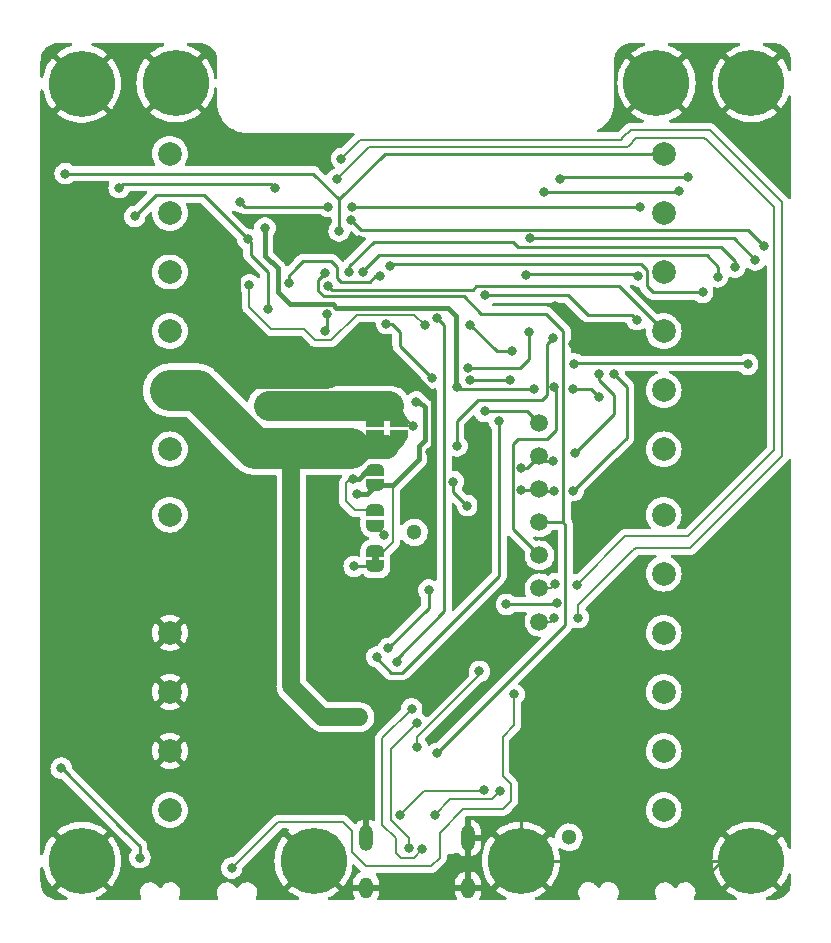
<source format=gbr>
%TF.GenerationSoftware,KiCad,Pcbnew,(6.0.9-0)*%
%TF.CreationDate,2022-11-16T11:44:24+01:00*%
%TF.ProjectId,GlowCore,476c6f77-436f-4726-952e-6b696361645f,rev?*%
%TF.SameCoordinates,Original*%
%TF.FileFunction,Copper,L2,Bot*%
%TF.FilePolarity,Positive*%
%FSLAX46Y46*%
G04 Gerber Fmt 4.6, Leading zero omitted, Abs format (unit mm)*
G04 Created by KiCad (PCBNEW (6.0.9-0)) date 2022-11-16 11:44:24*
%MOMM*%
%LPD*%
G01*
G04 APERTURE LIST*
G04 Aperture macros list*
%AMFreePoly0*
4,1,22,0.500000,-0.750000,0.000000,-0.750000,0.000000,-0.745033,-0.079941,-0.743568,-0.215256,-0.701293,-0.333266,-0.622738,-0.424486,-0.514219,-0.481581,-0.384460,-0.499164,-0.250000,-0.500000,-0.250000,-0.500000,0.250000,-0.499164,0.250000,-0.499963,0.256109,-0.478152,0.396186,-0.417904,0.524511,-0.324060,0.630769,-0.204165,0.706417,-0.067858,0.745374,0.000000,0.744959,0.000000,0.750000,
0.500000,0.750000,0.500000,-0.750000,0.500000,-0.750000,$1*%
%AMFreePoly1*
4,1,20,0.000000,0.744959,0.073905,0.744508,0.209726,0.703889,0.328688,0.626782,0.421226,0.519385,0.479903,0.390333,0.500000,0.250000,0.500000,-0.250000,0.499851,-0.262216,0.476331,-0.402017,0.414519,-0.529596,0.319384,-0.634700,0.198574,-0.708877,0.061801,-0.746166,0.000000,-0.745033,0.000000,-0.750000,-0.500000,-0.750000,-0.500000,0.750000,0.000000,0.750000,0.000000,0.744959,
0.000000,0.744959,$1*%
G04 Aperture macros list end*
%TA.AperFunction,ComponentPad*%
%ADD10C,5.600000*%
%TD*%
%TA.AperFunction,ComponentPad*%
%ADD11C,2.000000*%
%TD*%
%TA.AperFunction,SMDPad,CuDef*%
%ADD12C,1.500000*%
%TD*%
%TA.AperFunction,ComponentPad*%
%ADD13O,1.200000X2.200000*%
%TD*%
%TA.AperFunction,ComponentPad*%
%ADD14O,1.200000X1.800000*%
%TD*%
%TA.AperFunction,SMDPad,CuDef*%
%ADD15FreePoly0,270.000000*%
%TD*%
%TA.AperFunction,SMDPad,CuDef*%
%ADD16FreePoly1,270.000000*%
%TD*%
%TA.AperFunction,SMDPad,CuDef*%
%ADD17FreePoly0,90.000000*%
%TD*%
%TA.AperFunction,SMDPad,CuDef*%
%ADD18FreePoly1,90.000000*%
%TD*%
%TA.AperFunction,ViaPad*%
%ADD19C,1.300000*%
%TD*%
%TA.AperFunction,ViaPad*%
%ADD20C,0.800000*%
%TD*%
%TA.AperFunction,Conductor*%
%ADD21C,0.250000*%
%TD*%
%TA.AperFunction,Conductor*%
%ADD22C,0.200000*%
%TD*%
%TA.AperFunction,Conductor*%
%ADD23C,0.400000*%
%TD*%
%TA.AperFunction,Conductor*%
%ADD24C,0.150000*%
%TD*%
%TA.AperFunction,Conductor*%
%ADD25C,3.500000*%
%TD*%
%TA.AperFunction,Conductor*%
%ADD26C,2.000000*%
%TD*%
%TA.AperFunction,Conductor*%
%ADD27C,2.500000*%
%TD*%
%TA.AperFunction,Conductor*%
%ADD28C,1.000000*%
%TD*%
%TA.AperFunction,Conductor*%
%ADD29C,1.500000*%
%TD*%
G04 APERTURE END LIST*
%TO.C,JP1*%
G36*
X141447800Y-108428600D02*
G01*
X140847800Y-108428600D01*
X140847800Y-107928600D01*
X141447800Y-107928600D01*
X141447800Y-108428600D01*
G37*
%TD*%
D10*
%TO.P,H8,1,1*%
%TO.N,GND*%
X135915400Y-133761200D03*
%TD*%
%TO.P,H7,1,1*%
%TO.N,GND*%
X164947600Y-67900000D03*
%TD*%
%TO.P,H6,1,1*%
%TO.N,GND*%
X124231400Y-67900000D03*
%TD*%
%TO.P,H5,1,1*%
%TO.N,GND*%
X153466800Y-133761200D03*
%TD*%
D11*
%TO.P,P2,1,1*%
%TO.N,3.3V AFTER MOSFET*%
X123750451Y-104450000D03*
%TO.P,P2,2,2*%
%TO.N,GND*%
X123750451Y-109451270D03*
%TO.P,P2,3,3*%
X123750451Y-114450000D03*
%TO.P,P2,4,4*%
X123750451Y-119451270D03*
%TO.P,P2,5,5*%
X123750451Y-124450000D03*
%TO.P,P2,6,6*%
%TO.N,VBUS*%
X123750451Y-129451270D03*
%TD*%
D10*
%TO.P,H4,1,1*%
%TO.N,GND*%
X116300000Y-133761200D03*
%TD*%
D12*
%TO.P,TP1,1,1*%
%TO.N,IO2*%
X155041600Y-96647000D03*
%TD*%
D11*
%TO.P,P1,1,1*%
%TO.N,5V AFTER MOSFET*%
X123750451Y-73900000D03*
%TO.P,P1,2,2*%
X123750451Y-78901270D03*
%TO.P,P1,3,3*%
X123750451Y-83900000D03*
%TO.P,P1,4,4*%
X123750451Y-88901270D03*
%TO.P,P1,5,5*%
%TO.N,+5V*%
X123750451Y-93900000D03*
%TO.P,P1,6,6*%
%TO.N,3.3V AFTER MOSFET*%
X123750451Y-98901270D03*
%TD*%
D10*
%TO.P,H2,1,1*%
%TO.N,GND*%
X172987800Y-67900000D03*
%TD*%
D12*
%TO.P,TP6,1,1*%
%TO.N,SENSOR_VP*%
X155041600Y-110687555D03*
%TD*%
%TO.P,TP2,1,1*%
%TO.N,IO27*%
X155041600Y-107879444D03*
%TD*%
%TO.P,TP3,1,1*%
%TO.N,IO22{slash}LED LETCH EN*%
X155041600Y-99455111D03*
%TD*%
%TO.P,TP5,1,1*%
%TO.N,IO25{slash}VBUS*%
X155041600Y-105071333D03*
%TD*%
D10*
%TO.P,H1,1,1*%
%TO.N,GND*%
X116300000Y-67947460D03*
%TD*%
D13*
%TO.P,USB1,SHELL,SHELL*%
%TO.N,GND*%
X140349959Y-131832408D03*
X148990041Y-131832408D03*
D14*
X148990041Y-136012494D03*
X140349959Y-136012494D03*
%TD*%
D11*
%TO.P,P4,1,1*%
%TO.N,LED2 DATA OUT*%
X165555549Y-98900000D03*
%TO.P,P4,2,2*%
%TO.N,LED1 DATA OUT*%
X165555549Y-93898730D03*
%TO.P,P4,3,3*%
%TO.N,IO26{slash}BUTTON4*%
X165555549Y-88900000D03*
%TO.P,P4,4,4*%
%TO.N,IO5{slash}BUTTON3*%
X165555549Y-83898730D03*
%TO.P,P4,5,5*%
%TO.N,IO4{slash}BUTTON2*%
X165555549Y-78900000D03*
%TO.P,P4,6,6*%
%TO.N,IO33{slash}MAINBUTTON*%
X165555549Y-73898730D03*
%TD*%
D15*
%TO.P,JP5,1,A*%
%TO.N,+3V3*%
X141147800Y-104074200D03*
D16*
%TO.P,JP5,2,B*%
%TO.N,Net-(C5-Pad2)*%
X141147800Y-105374200D03*
%TD*%
D12*
%TO.P,TP7,1,1*%
%TO.N,SENSOR_VN*%
X155041600Y-113495668D03*
%TD*%
D10*
%TO.P,H3,1,1*%
%TO.N,GND*%
X172987800Y-133761200D03*
%TD*%
D12*
%TO.P,TP4,1,1*%
%TO.N,IO23{slash}POWERMOSFETS*%
X155041600Y-102263222D03*
%TD*%
D11*
%TO.P,P3,1,1*%
%TO.N,IO32{slash}SD*%
X165555549Y-129450000D03*
%TO.P,P3,2,2*%
%TO.N,IO18*%
X165555549Y-124448730D03*
%TO.P,P3,3,3*%
%TO.N,IO15{slash}WS{slash}TDO*%
X165555549Y-119450000D03*
%TO.P,P3,4,4*%
%TO.N,IO14{slash}SCK{slash}TMS*%
X165555549Y-114448730D03*
%TO.P,P3,5,5*%
%TO.N,IO13{slash}TCK*%
X165555549Y-109450000D03*
%TO.P,P3,6,6*%
%TO.N,IO12{slash}TDI*%
X165555549Y-104448730D03*
%TD*%
D15*
%TO.P,JP1,1,A*%
%TO.N,3.3V AFTER MOSFET*%
X141147800Y-107528600D03*
D16*
%TO.P,JP1,2,B*%
%TO.N,Net-(C12-Pad2)*%
X141147800Y-108828600D03*
%TD*%
D15*
%TO.P,JP4,1,A*%
%TO.N,+3V3*%
X141147800Y-100645200D03*
D16*
%TO.P,JP4,2,B*%
%TO.N,3.3V AFTER MOSFET*%
X141147800Y-101945200D03*
%TD*%
D17*
%TO.P,JP3,1,A*%
%TO.N,+5V*%
X141147800Y-97805000D03*
D18*
%TO.P,JP3,2,B*%
%TO.N,5V AFTER MOSFET*%
X141147800Y-96505000D03*
%TD*%
D17*
%TO.P,JP2,1,A*%
%TO.N,+5V*%
X143154400Y-97805000D03*
D18*
%TO.P,JP2,2,B*%
%TO.N,5V AFTER MOSFET*%
X143154400Y-96505000D03*
%TD*%
D19*
%TO.N,*%
X144424400Y-105943400D03*
X157530800Y-131749800D03*
D20*
%TO.N,GND*%
X164058600Y-126695200D03*
X163880800Y-111709200D03*
X158445200Y-130175000D03*
X139166600Y-129057400D03*
X139700000Y-124434600D03*
X161798000Y-70967600D03*
X137645300Y-72666700D03*
X117221000Y-77393800D03*
X126212600Y-71907400D03*
X168249600Y-70637400D03*
X175691800Y-75666600D03*
X174929800Y-129590800D03*
X167182800Y-131851400D03*
X166598600Y-95732600D03*
X163677600Y-90017600D03*
X156057600Y-106502200D03*
X158216600Y-104394000D03*
X156591000Y-116713000D03*
X154076400Y-115138200D03*
X137312400Y-115011200D03*
X131216400Y-116840000D03*
X141528800Y-112369600D03*
X144449800Y-108280200D03*
X137744200Y-107010200D03*
X131724400Y-107035600D03*
X129159000Y-104978200D03*
X117424200Y-112217200D03*
X116916200Y-123647200D03*
%TO.N,SENSOR_VN*%
X158318200Y-113157000D03*
X156286200Y-113233200D03*
X138277600Y-74295000D03*
%TO.N,SENSOR_VP*%
X156387800Y-110286800D03*
X158216600Y-110363000D03*
X137896600Y-76047600D03*
%TO.N,IO27*%
X133835051Y-84852313D03*
X141554200Y-84251800D03*
X142087600Y-88265000D03*
X145948400Y-92862400D03*
X149174200Y-93014800D03*
X156302700Y-93599000D03*
X152527000Y-93065600D03*
%TO.N,IO2*%
X150418800Y-95707200D03*
%TO.N,IO22{slash}LED LETCH EN*%
X156210000Y-99872800D03*
X158064200Y-99187000D03*
X160070800Y-92506800D03*
%TO.N,IO23{slash}POWERMOSFETS*%
X156286200Y-102412800D03*
X157886400Y-102412800D03*
X161366200Y-92557600D03*
%TO.N,GND*%
X130378200Y-74447400D03*
X128130300Y-72834500D03*
X150444200Y-103632000D03*
X148082000Y-104724200D03*
X145897600Y-101371400D03*
X145491200Y-104749600D03*
X150393400Y-97231200D03*
%TO.N,IO15{slash}WS{slash}TDO*%
X145313400Y-88392000D03*
%TO.N,GND*%
X139801600Y-81178400D03*
X133045200Y-80822800D03*
X133680200Y-82600800D03*
%TO.N,IO15{slash}WS{slash}TDO*%
X130479800Y-84988400D03*
%TO.N,GND*%
X127965200Y-83515200D03*
X157911800Y-89992200D03*
X156387800Y-86741000D03*
%TO.N,IO4{slash}BUTTON2*%
X150469600Y-85877400D03*
X163296600Y-87934800D03*
%TO.N,IO5{slash}BUTTON3*%
X153924000Y-84150200D03*
X163398200Y-84226400D03*
%TO.N,IO26{slash}BUTTON4*%
X137134600Y-85090000D03*
%TO.N,LED1 DATA OUT*%
X155422600Y-77114400D03*
X166878000Y-77038200D03*
%TO.N,LED2 DATA OUT*%
X156743400Y-76022200D03*
X167589200Y-75819000D03*
%TO.N,IO12{slash}TDI*%
X136880600Y-88874600D03*
X142367000Y-83388200D03*
X137033000Y-87452200D03*
X168859200Y-85623400D03*
%TO.N,IO13{slash}TCK*%
X140131800Y-83870800D03*
X170129200Y-84302600D03*
%TO.N,IO14{slash}SCK{slash}TMS*%
X138938000Y-83896200D03*
X171577000Y-83489800D03*
%TO.N,IO15{slash}WS{slash}TDO*%
X152679400Y-90576400D03*
X149199600Y-88366600D03*
X157962600Y-91668600D03*
X172669200Y-91719400D03*
%TO.N,IO18*%
X154203400Y-81051400D03*
X173304200Y-82880200D03*
%TO.N,IO32{slash}SD*%
X139115800Y-79502000D03*
X174091600Y-81686400D03*
%TO.N,5V AFTER MOSFET*%
X144297357Y-96954589D03*
X148056600Y-98628200D03*
X156150911Y-89470006D03*
%TO.N,3.3V AFTER MOSFET*%
X148996400Y-92024200D03*
X154152600Y-88950800D03*
%TO.N,+3V3*%
X154609800Y-93827600D03*
X131800600Y-80162400D03*
X148021300Y-93659700D03*
%TO.N,GND*%
X125272800Y-105486200D03*
%TO.N,Net-(C12-Pad2)*%
X132029200Y-86995000D03*
X120777000Y-79197200D03*
X130352800Y-81127600D03*
X139344400Y-108813600D03*
%TO.N,Net-(R4-Pad1)*%
X129692400Y-77952600D03*
X139166600Y-78409800D03*
X163525200Y-78409800D03*
X137160000Y-78359000D03*
%TO.N,GND*%
X169392600Y-134823200D03*
X160299400Y-134721600D03*
%TO.N,Net-(R5-Pad1)*%
X157911800Y-93827600D03*
X160070800Y-94488000D03*
%TO.N,GND*%
X153060400Y-125323600D03*
X145567400Y-119761000D03*
%TO.N,IO33{slash}MAINBUTTON*%
X114554000Y-125907800D03*
X121208800Y-133477000D03*
X114884200Y-75565000D03*
X138074400Y-80416400D03*
%TO.N,Net-(C5-Pad2)*%
X141859000Y-106172000D03*
%TO.N,EN*%
X132689600Y-76784200D03*
X119456200Y-76758800D03*
%TO.N,TXD0*%
X156540200Y-111963200D03*
X145669000Y-110820200D03*
X142240000Y-115773200D03*
X152241364Y-112039400D03*
%TO.N,IO0*%
X151638000Y-96494600D03*
X141274800Y-116484400D03*
%TO.N,RXD0*%
X142941206Y-116922512D03*
X146380200Y-87807800D03*
%TO.N,+3V3*%
X147751800Y-101650800D03*
X148945600Y-103682800D03*
X128981200Y-134366000D03*
X152892864Y-119649136D03*
%TO.N,VBUS*%
X144703800Y-124155200D03*
X149961600Y-117703600D03*
%TO.N,IO25{slash}VBUS*%
X136880600Y-84023200D03*
X146354800Y-124663200D03*
%TO.N,USB-C DATA+*%
X144221200Y-120878600D03*
X145135600Y-132791200D03*
%TO.N,USB-C DATA-*%
X144653000Y-122097800D03*
X143967200Y-132664200D03*
%TO.N,USB-C CC2*%
X146177000Y-129855300D03*
X151739600Y-127838200D03*
%TO.N,USB-C CC1*%
X150342600Y-127736600D03*
X143256224Y-129855300D03*
%TO.N,IO23{slash}POWERMOSFETS*%
X153441400Y-102362000D03*
%TO.N,IO22{slash}LED LETCH EN*%
X153517600Y-100533200D03*
%TO.N,GND*%
X145796000Y-99161600D03*
%TO.N,+5V*%
X140589000Y-98983800D03*
%TO.N,3.3V AFTER MOSFET*%
X144602200Y-94894400D03*
X139573000Y-102692200D03*
%TO.N,+3V3*%
X139268200Y-101396800D03*
%TO.N,5V AFTER MOSFET*%
X132105400Y-95224600D03*
X135229600Y-95224600D03*
%TO.N,GND*%
X138811000Y-92532200D03*
%TO.N,+5V*%
X139801631Y-121589769D03*
X136652000Y-121589800D03*
%TO.N,GND*%
X130060700Y-90665300D03*
X135051800Y-91998800D03*
X131394200Y-91998800D03*
%TO.N,+5V*%
X132664200Y-99288600D03*
X136027162Y-99354638D03*
%TD*%
D21*
%TO.N,GND*%
X145491200Y-104749600D02*
X145491200Y-101777800D01*
X145491200Y-101777800D02*
X145897600Y-101371400D01*
%TO.N,EN*%
X119456200Y-76758800D02*
X119786400Y-76428600D01*
X119786400Y-76428600D02*
X132334000Y-76428600D01*
X132334000Y-76428600D02*
X132689600Y-76784200D01*
%TO.N,IO25{slash}VBUS*%
X136880600Y-84023200D02*
X136296400Y-84607400D01*
X136296400Y-84607400D02*
X136296400Y-85471000D01*
X136296400Y-85471000D02*
X136779000Y-85953600D01*
X136779000Y-85953600D02*
X148615400Y-85953600D01*
X148615400Y-85953600D02*
X150114000Y-87452200D01*
X150114000Y-87452200D02*
X155600400Y-87452200D01*
X155600400Y-87452200D02*
X157048200Y-88900000D01*
X157048200Y-88900000D02*
X157048200Y-105105200D01*
X157048200Y-105105200D02*
X157226000Y-105283000D01*
D22*
%TO.N,SENSOR_VN*%
X169443400Y-71856600D02*
X168757600Y-71856600D01*
X167436800Y-107238800D02*
X167817800Y-107238800D01*
X175590200Y-78003400D02*
X169443400Y-71856600D01*
X156023732Y-113495668D02*
X156286200Y-113233200D01*
X162788600Y-71856600D02*
X162153600Y-72491600D01*
X167817800Y-107238800D02*
X175514000Y-99542600D01*
X158318200Y-113157000D02*
X158318200Y-112115600D01*
X161950400Y-72694800D02*
X155448000Y-72694800D01*
X139877800Y-72694800D02*
X138277600Y-74295000D01*
X168757600Y-71856600D02*
X162788600Y-71856600D01*
X155448000Y-72694800D02*
X139877800Y-72694800D01*
X162991800Y-107442000D02*
X163195000Y-107238800D01*
X162153600Y-72491600D02*
X161950400Y-72694800D01*
X163195000Y-107238800D02*
X167436800Y-107238800D01*
X155041600Y-113495668D02*
X156023732Y-113495668D01*
X158318200Y-112115600D02*
X162991800Y-107442000D01*
X175590200Y-99466400D02*
X175590200Y-78003400D01*
X175514000Y-99542600D02*
X175590200Y-99466400D01*
%TO.N,SENSOR_VP*%
X140639800Y-73304400D02*
X137896600Y-76047600D01*
X174904400Y-78435200D02*
X169189400Y-72720200D01*
X163779200Y-72542400D02*
X163245800Y-72542400D01*
X169189400Y-72720200D02*
X169011600Y-72542400D01*
X167182800Y-106273600D02*
X167640000Y-106273600D01*
X169011600Y-72542400D02*
X163779200Y-72542400D01*
X155041600Y-110687555D02*
X155987045Y-110687555D01*
X162306000Y-106273600D02*
X167182800Y-106273600D01*
X174904400Y-80619600D02*
X174904400Y-78435200D01*
X141300200Y-73304400D02*
X140639800Y-73304400D01*
X167640000Y-106273600D02*
X171348400Y-102565200D01*
X155987045Y-110687555D02*
X156387800Y-110286800D01*
X158216600Y-110363000D02*
X162306000Y-106273600D01*
X162585400Y-73202800D02*
X162483800Y-73304400D01*
X163245800Y-72542400D02*
X162585400Y-73202800D01*
X171348400Y-102565200D02*
X174904400Y-99009200D01*
X174904400Y-99009200D02*
X174904400Y-80619600D01*
X162483800Y-73304400D02*
X141300200Y-73304400D01*
D23*
%TO.N,+3V3*%
X148021300Y-93659700D02*
X147980400Y-93618800D01*
X132867400Y-85572600D02*
X132867400Y-83591400D01*
X147980400Y-93618800D02*
X147980400Y-87604600D01*
X147980400Y-87604600D02*
X147294600Y-86918800D01*
X132867400Y-83591400D02*
X131800600Y-82524600D01*
X147294600Y-86918800D02*
X137845800Y-86918800D01*
X137845800Y-86918800D02*
X137566400Y-86639400D01*
X137566400Y-86639400D02*
X133934200Y-86639400D01*
X133934200Y-86639400D02*
X132867400Y-85572600D01*
X131800600Y-82524600D02*
X131800600Y-80162400D01*
D21*
%TO.N,RXD0*%
X146380200Y-87807800D02*
X146964400Y-88392000D01*
X146964400Y-88392000D02*
X146964400Y-112623600D01*
X142941206Y-116646794D02*
X142941206Y-116922512D01*
X146964400Y-112623600D02*
X142941206Y-116646794D01*
%TO.N,IO26{slash}BUTTON4*%
X165555549Y-88900000D02*
X161770949Y-85115400D01*
X161770949Y-85115400D02*
X149707600Y-85115400D01*
X149707600Y-85115400D02*
X149428200Y-85394800D01*
X149428200Y-85394800D02*
X137439400Y-85394800D01*
X137439400Y-85394800D02*
X137134600Y-85090000D01*
%TO.N,IO27*%
X133835051Y-84198549D02*
X133835051Y-84852313D01*
X134442200Y-83591400D02*
X133835051Y-84198549D01*
X136042400Y-83007200D02*
X135026400Y-83007200D01*
X141147800Y-84251800D02*
X140665200Y-84734400D01*
X138201400Y-84734400D02*
X137998200Y-84531200D01*
X137871200Y-84404200D02*
X137871200Y-83464400D01*
X137998200Y-84531200D02*
X137871200Y-84404200D01*
X141554200Y-84251800D02*
X141147800Y-84251800D01*
X140665200Y-84734400D02*
X138201400Y-84734400D01*
X137871200Y-83464400D02*
X137414000Y-83007200D01*
X135026400Y-83007200D02*
X134442200Y-83591400D01*
X137414000Y-83007200D02*
X136042400Y-83007200D01*
%TO.N,IO13{slash}TCK*%
X140131800Y-83870800D02*
X140131800Y-83845400D01*
X140131800Y-83845400D02*
X141478000Y-82499200D01*
X141478000Y-82499200D02*
X169189400Y-82499200D01*
X169189400Y-82499200D02*
X170129200Y-83439000D01*
X170129200Y-83439000D02*
X170129200Y-84302600D01*
%TO.N,IO14{slash}SCK{slash}TMS*%
X138938000Y-83896200D02*
X138938000Y-83413600D01*
X138938000Y-83413600D02*
X140995400Y-81356200D01*
X140995400Y-81356200D02*
X152806400Y-81356200D01*
X152806400Y-81356200D02*
X153229800Y-81779600D01*
X170374800Y-81779600D02*
X171577000Y-82981800D01*
X153229800Y-81779600D02*
X170374800Y-81779600D01*
X171577000Y-82981800D02*
X171577000Y-83489800D01*
%TO.N,IO27*%
X142519400Y-88265000D02*
X142087600Y-88265000D01*
X143230600Y-88976200D02*
X142519400Y-88265000D01*
D24*
%TO.N,IO15{slash}WS{slash}TDO*%
X145313400Y-88392000D02*
X144449800Y-87528400D01*
X144449800Y-87528400D02*
X139573000Y-87528400D01*
X139573000Y-87528400D02*
X137414000Y-89687400D01*
X137414000Y-89687400D02*
X136067800Y-89687400D01*
X136067800Y-89687400D02*
X135102600Y-88722200D01*
X135102600Y-88722200D02*
X132334000Y-88722200D01*
X132334000Y-88722200D02*
X130479800Y-86868000D01*
X130479800Y-86868000D02*
X130479800Y-84988400D01*
D21*
%TO.N,IO27*%
X143230600Y-90144600D02*
X143230600Y-88976200D01*
X145948400Y-92862400D02*
X143230600Y-90144600D01*
%TO.N,+3V3*%
X148189200Y-93827600D02*
X154609800Y-93827600D01*
X148021300Y-93659700D02*
X148189200Y-93827600D01*
%TO.N,IO27*%
X155041600Y-107879444D02*
X152781000Y-105618844D01*
X156413200Y-96316800D02*
X156413200Y-93709500D01*
X152527000Y-93065600D02*
X149225000Y-93065600D01*
X149225000Y-93065600D02*
X149174200Y-93014800D01*
X156413200Y-93709500D02*
X156302700Y-93599000D01*
X155651200Y-98044000D02*
X156413200Y-97282000D01*
X156413200Y-97282000D02*
X156413200Y-96316800D01*
X152781000Y-98450400D02*
X153187400Y-98044000D01*
X153187400Y-98044000D02*
X155651200Y-98044000D01*
X152781000Y-105618844D02*
X152781000Y-98450400D01*
%TO.N,3.3V AFTER MOSFET*%
X148996400Y-92024200D02*
X153365200Y-92024200D01*
X153365200Y-92024200D02*
X154152600Y-91236800D01*
X154152600Y-91236800D02*
X154152600Y-88950800D01*
%TO.N,IO2*%
X155041600Y-96647000D02*
X154025600Y-95631000D01*
X154025600Y-95631000D02*
X153009600Y-95631000D01*
X150495000Y-95631000D02*
X150418800Y-95707200D01*
X153009600Y-95631000D02*
X150495000Y-95631000D01*
%TO.N,5V AFTER MOSFET*%
X156150911Y-89470006D02*
X155651200Y-89969717D01*
X149809200Y-94742000D02*
X148056600Y-96494600D01*
X155651200Y-89969717D02*
X155651200Y-94310200D01*
X155651200Y-94310200D02*
X155219400Y-94742000D01*
X155219400Y-94742000D02*
X149809200Y-94742000D01*
X148056600Y-96494600D02*
X148056600Y-98628200D01*
%TO.N,IO22{slash}LED LETCH EN*%
X161315400Y-94284800D02*
X161315400Y-94716600D01*
X160070800Y-92506800D02*
X160070800Y-93040200D01*
X155459289Y-99872800D02*
X155041600Y-99455111D01*
X160604200Y-93573600D02*
X161315400Y-94284800D01*
X156210000Y-99872800D02*
X155459289Y-99872800D01*
X161315400Y-95935800D02*
X158064200Y-99187000D01*
X160070800Y-93040200D02*
X160604200Y-93573600D01*
X161315400Y-94716600D02*
X161315400Y-95935800D01*
%TO.N,Net-(R5-Pad1)*%
X160070800Y-94488000D02*
X159410400Y-93827600D01*
X159410400Y-93827600D02*
X157911800Y-93827600D01*
%TO.N,IO23{slash}POWERMOSFETS*%
X161366200Y-92557600D02*
X162433000Y-93624400D01*
X162433000Y-93624400D02*
X162433000Y-97942400D01*
X162433000Y-97942400D02*
X161290000Y-99085400D01*
X161290000Y-99085400D02*
X161239200Y-99085400D01*
X161239200Y-99085400D02*
X157911800Y-102412800D01*
X157911800Y-102412800D02*
X157886400Y-102412800D01*
%TO.N,IO4{slash}BUTTON2*%
X163296600Y-87934800D02*
X162890200Y-87528400D01*
X150495000Y-85852000D02*
X150469600Y-85877400D01*
X162890200Y-87528400D02*
X159131000Y-87528400D01*
X157454600Y-85852000D02*
X150495000Y-85852000D01*
X159131000Y-87528400D02*
X157454600Y-85852000D01*
%TO.N,IO23{slash}POWERMOSFETS*%
X156286200Y-102412800D02*
X155191178Y-102412800D01*
X155191178Y-102412800D02*
X155041600Y-102263222D01*
%TO.N,Net-(R4-Pad1)*%
X163525200Y-78409800D02*
X163499800Y-78384400D01*
X163499800Y-78384400D02*
X139192000Y-78384400D01*
X139192000Y-78384400D02*
X139166600Y-78409800D01*
%TO.N,GND*%
X129743200Y-74447400D02*
X128130300Y-72834500D01*
X130378200Y-74447400D02*
X129743200Y-74447400D01*
X150444200Y-103632000D02*
X150266400Y-103454200D01*
X149834600Y-102920800D02*
X149834600Y-103454200D01*
X149834600Y-103454200D02*
X149834600Y-104495600D01*
X150266400Y-103454200D02*
X149834600Y-103454200D01*
X148310600Y-104952800D02*
X148082000Y-104724200D01*
X150393400Y-97231200D02*
X150393400Y-97967800D01*
X148894800Y-101701600D02*
X148920200Y-101727000D01*
X149377400Y-104952800D02*
X148310600Y-104952800D01*
X150393400Y-97967800D02*
X148894800Y-99466400D01*
X148894800Y-99466400D02*
X148894800Y-101701600D01*
X149834600Y-102641400D02*
X149834600Y-102920800D01*
X148920200Y-101727000D02*
X149834600Y-102641400D01*
X149834600Y-104495600D02*
X149377400Y-104952800D01*
%TO.N,IO12{slash}TDI*%
X137033000Y-87452200D02*
X137033000Y-88722200D01*
X137033000Y-88722200D02*
X136880600Y-88874600D01*
%TO.N,GND*%
X133680200Y-82016600D02*
X138963400Y-82016600D01*
X138963400Y-82016600D02*
X139801600Y-81178400D01*
X133680200Y-82600800D02*
X133680200Y-82016600D01*
X133680200Y-82016600D02*
X133680200Y-81457800D01*
X133680200Y-81457800D02*
X133045200Y-80822800D01*
%TO.N,Net-(C12-Pad2)*%
X130352800Y-81127600D02*
X130606800Y-81381600D01*
X130606800Y-81381600D02*
X130606800Y-82448400D01*
X130606800Y-82448400D02*
X132029200Y-83870800D01*
X132029200Y-83870800D02*
X132029200Y-86995000D01*
D25*
%TO.N,GND*%
X127965200Y-83515200D02*
X127965200Y-85928200D01*
D26*
X119735600Y-86360000D02*
X119735600Y-83566000D01*
X121894600Y-81407000D02*
X125857000Y-81407000D01*
X125857000Y-81407000D02*
X125984000Y-81534000D01*
X125984000Y-81534000D02*
X127965200Y-83515200D01*
D25*
X130060700Y-90665300D02*
X127965200Y-88569800D01*
D26*
X119735600Y-83566000D02*
X121894600Y-81407000D01*
D25*
X127965200Y-88569800D02*
X127965200Y-83515200D01*
D21*
X157911800Y-88265000D02*
X157911800Y-89992200D01*
X156387800Y-86741000D02*
X157911800Y-88265000D01*
%TO.N,IO12{slash}TDI*%
X168859200Y-85623400D02*
X164668200Y-85623400D01*
X164668200Y-85623400D02*
X164134800Y-85090000D01*
X164134800Y-85090000D02*
X164134800Y-83718400D01*
X164134800Y-83718400D02*
X163677600Y-83261200D01*
X163677600Y-83261200D02*
X142494000Y-83261200D01*
X142494000Y-83261200D02*
X142367000Y-83388200D01*
%TO.N,LED1 DATA OUT*%
X166878000Y-77038200D02*
X166827200Y-77089000D01*
X166827200Y-77089000D02*
X155448000Y-77089000D01*
X155448000Y-77089000D02*
X155422600Y-77114400D01*
%TO.N,IO33{slash}MAINBUTTON*%
X165555549Y-73898730D02*
X141925070Y-73898730D01*
X141925070Y-73898730D02*
X138074400Y-77749400D01*
%TO.N,IO5{slash}BUTTON3*%
X163398200Y-84226400D02*
X163271200Y-84099400D01*
X163271200Y-84099400D02*
X153974800Y-84099400D01*
X153974800Y-84099400D02*
X153924000Y-84150200D01*
%TO.N,Net-(R4-Pad1)*%
X137160000Y-78359000D02*
X130098800Y-78359000D01*
X130098800Y-78359000D02*
X129692400Y-77952600D01*
%TO.N,IO33{slash}MAINBUTTON*%
X138074400Y-80416400D02*
X138074400Y-77749400D01*
X138074400Y-77749400D02*
X135890000Y-75565000D01*
X135890000Y-75565000D02*
X114884200Y-75565000D01*
%TO.N,IO32{slash}SD*%
X139115800Y-79502000D02*
X139928600Y-80314800D01*
X139928600Y-80314800D02*
X172720000Y-80314800D01*
X172720000Y-80314800D02*
X174091600Y-81686400D01*
%TO.N,LED2 DATA OUT*%
X156743400Y-76022200D02*
X156946600Y-75819000D01*
X156946600Y-75819000D02*
X167589200Y-75819000D01*
%TO.N,IO18*%
X154203400Y-81051400D02*
X171475400Y-81051400D01*
X171475400Y-81051400D02*
X173304200Y-82880200D01*
%TO.N,IO15{slash}WS{slash}TDO*%
X172669200Y-91719400D02*
X172567600Y-91617800D01*
X172567600Y-91617800D02*
X158013400Y-91617800D01*
X158013400Y-91617800D02*
X157962600Y-91668600D01*
X152679400Y-90576400D02*
X151409400Y-90576400D01*
X151409400Y-90576400D02*
X149199600Y-88366600D01*
%TO.N,5V AFTER MOSFET*%
X144297357Y-96954589D02*
X143847768Y-96505000D01*
X143847768Y-96505000D02*
X143154400Y-96505000D01*
D23*
%TO.N,3.3V AFTER MOSFET*%
X144602200Y-94894400D02*
X144856200Y-94894400D01*
X145313400Y-98152233D02*
X144830800Y-98634833D01*
X144830800Y-98634833D02*
X144830800Y-99771200D01*
X144856200Y-94894400D02*
X145313400Y-95351600D01*
X145313400Y-95351600D02*
X145313400Y-98152233D01*
X144830800Y-99771200D02*
X142656800Y-101945200D01*
%TO.N,GND*%
X138811000Y-92532200D02*
X144348200Y-92532200D01*
X144348200Y-92532200D02*
X146050000Y-94234000D01*
X146050000Y-94234000D02*
X146050000Y-98907600D01*
X146050000Y-98907600D02*
X145796000Y-99161600D01*
D21*
X125272800Y-107928921D02*
X123750451Y-109451270D01*
X125272800Y-105486200D02*
X125272800Y-107928921D01*
%TO.N,Net-(C12-Pad2)*%
X122580400Y-77393800D02*
X124968000Y-77393800D01*
X126619000Y-77393800D02*
X130352800Y-81127600D01*
X120777000Y-79197200D02*
X122580400Y-77393800D01*
X124968000Y-77393800D02*
X126619000Y-77393800D01*
X139359400Y-108828600D02*
X139344400Y-108813600D01*
X141147800Y-108828600D02*
X139359400Y-108828600D01*
D24*
%TO.N,+3V3*%
X152892864Y-119649136D02*
X152892864Y-122265336D01*
X151917400Y-126568200D02*
X152628600Y-127279400D01*
X152892864Y-122265336D02*
X151917400Y-123240800D01*
X151917400Y-123240800D02*
X151917400Y-126568200D01*
X146608800Y-131368800D02*
X146608800Y-133477000D01*
X146608800Y-133477000D02*
X145897600Y-134188200D01*
X152628600Y-127279400D02*
X152628600Y-128676400D01*
X152628600Y-128676400D02*
X151917400Y-129387600D01*
X151917400Y-129387600D02*
X148590000Y-129387600D01*
X148590000Y-129387600D02*
X146608800Y-131368800D01*
X145897600Y-134188200D02*
X140360400Y-134188200D01*
X140360400Y-134188200D02*
X139166600Y-132994400D01*
X139166600Y-132994400D02*
X139166600Y-131191000D01*
X139166600Y-131191000D02*
X138404600Y-130429000D01*
X138404600Y-130429000D02*
X132918200Y-130429000D01*
X132918200Y-130429000D02*
X128981200Y-134366000D01*
D21*
%TO.N,GND*%
X172987800Y-133761200D02*
X153466800Y-133761200D01*
X169392600Y-134823200D02*
X170454600Y-133761200D01*
X170454600Y-133761200D02*
X172987800Y-133761200D01*
X135915400Y-133761200D02*
X138166694Y-136012494D01*
X138166694Y-136012494D02*
X140349959Y-136012494D01*
X153466800Y-133761200D02*
X151215506Y-136012494D01*
X151215506Y-136012494D02*
X148990041Y-136012494D01*
X160299400Y-134721600D02*
X159339000Y-133761200D01*
X159339000Y-133761200D02*
X153466800Y-133761200D01*
X153060400Y-125323600D02*
X153466800Y-125730000D01*
X153466800Y-125730000D02*
X153466800Y-133761200D01*
D24*
X140349959Y-123124241D02*
X140349959Y-131832408D01*
X145567400Y-119761000D02*
X143713200Y-119761000D01*
X143713200Y-119761000D02*
X140349959Y-123124241D01*
D22*
%TO.N,USB-C DATA+*%
X144399000Y-133527800D02*
X145135600Y-132791200D01*
X144221200Y-120878600D02*
X141706600Y-123393200D01*
X141706600Y-123393200D02*
X141706600Y-130683000D01*
X141706600Y-130683000D02*
X142875000Y-131851400D01*
X142875000Y-131851400D02*
X142875000Y-133070600D01*
X142875000Y-133070600D02*
X143332200Y-133527800D01*
X143332200Y-133527800D02*
X144399000Y-133527800D01*
%TO.N,USB-C DATA-*%
X144653000Y-122097800D02*
X142443200Y-124307600D01*
X142443200Y-124307600D02*
X142443200Y-130327400D01*
X142443200Y-130327400D02*
X143967200Y-131851400D01*
X143967200Y-131851400D02*
X143967200Y-132664200D01*
D21*
%TO.N,IO33{slash}MAINBUTTON*%
X119989600Y-131292600D02*
X114604800Y-125907800D01*
X114604800Y-125907800D02*
X114554000Y-125907800D01*
X121208800Y-133477000D02*
X121208800Y-132511800D01*
X121208800Y-132511800D02*
X119989600Y-131292600D01*
D24*
%TO.N,Net-(C5-Pad2)*%
X141859000Y-106085400D02*
X141147800Y-105374200D01*
X141859000Y-106172000D02*
X141859000Y-106085400D01*
D21*
%TO.N,TXD0*%
X145669000Y-110820200D02*
X145669000Y-112344200D01*
X145669000Y-112344200D02*
X142240000Y-115773200D01*
X156464000Y-112039400D02*
X156540200Y-111963200D01*
X152241364Y-112039400D02*
X156464000Y-112039400D01*
%TO.N,IO0*%
X141274800Y-116484400D02*
X141274800Y-116611400D01*
X141274800Y-116611400D02*
X142494000Y-117830600D01*
X142494000Y-117830600D02*
X143408400Y-117830600D01*
X143408400Y-117830600D02*
X151638000Y-109601000D01*
X151638000Y-109601000D02*
X151638000Y-96494600D01*
%TO.N,+3V3*%
X147751800Y-102489000D02*
X147751800Y-101650800D01*
X148945600Y-103682800D02*
X147751800Y-102489000D01*
D24*
%TO.N,VBUS*%
X149961600Y-117703600D02*
X149961600Y-117983000D01*
X149961600Y-117983000D02*
X144703800Y-123240800D01*
X144703800Y-123240800D02*
X144703800Y-124155200D01*
D21*
%TO.N,IO25{slash}VBUS*%
X157226000Y-113792000D02*
X157226000Y-105283000D01*
X146354800Y-124663200D02*
X157226000Y-113792000D01*
X157014333Y-105071333D02*
X155041600Y-105071333D01*
X157226000Y-105283000D02*
X157014333Y-105071333D01*
D24*
%TO.N,USB-C CC1*%
X143256224Y-129855300D02*
X145298724Y-127812800D01*
X145298724Y-127812800D02*
X150266400Y-127812800D01*
X150266400Y-127812800D02*
X150342600Y-127736600D01*
%TO.N,USB-C CC2*%
X147482900Y-128549400D02*
X146177000Y-129855300D01*
X148386800Y-128549400D02*
X147482900Y-128549400D01*
X151739600Y-127838200D02*
X151028400Y-128549400D01*
X151028400Y-128549400D02*
X148386800Y-128549400D01*
D21*
%TO.N,IO23{slash}POWERMOSFETS*%
X153441400Y-102362000D02*
X154942822Y-102362000D01*
X154942822Y-102362000D02*
X155041600Y-102263222D01*
%TO.N,IO22{slash}LED LETCH EN*%
X153517600Y-100533200D02*
X153963511Y-100533200D01*
X153963511Y-100533200D02*
X155041600Y-99455111D01*
D23*
%TO.N,3.3V AFTER MOSFET*%
X140400800Y-102692200D02*
X141147800Y-101945200D01*
X139573000Y-102692200D02*
X140400800Y-102692200D01*
D24*
X142656800Y-101945200D02*
X142656800Y-106745800D01*
X142656800Y-106745800D02*
X141874000Y-107528600D01*
X141874000Y-107528600D02*
X141147800Y-107528600D01*
%TO.N,+3V3*%
X141147800Y-104074200D02*
X139405600Y-104074200D01*
X139405600Y-104074200D02*
X138658600Y-103327200D01*
X138658600Y-103327200D02*
X138658600Y-101777800D01*
D23*
X139039600Y-101396800D02*
X139268200Y-101396800D01*
D24*
X138658600Y-101777800D02*
X139039600Y-101396800D01*
D23*
%TO.N,3.3V AFTER MOSFET*%
X142656800Y-101945200D02*
X141147800Y-101945200D01*
%TO.N,+3V3*%
X139268200Y-101396800D02*
X139725400Y-101396800D01*
X140477000Y-100645200D02*
X141147800Y-100645200D01*
X139725400Y-101396800D02*
X140477000Y-100645200D01*
D25*
%TO.N,+5V*%
X123750451Y-93900000D02*
X126056400Y-93900000D01*
X126056400Y-93900000D02*
X130962400Y-98806000D01*
X130962400Y-98806000D02*
X134035800Y-98806000D01*
D27*
%TO.N,5V AFTER MOSFET*%
X132105400Y-95224600D02*
X132156200Y-95275400D01*
X132156200Y-95275400D02*
X142341600Y-95275400D01*
D28*
X143154400Y-96088200D02*
X143154400Y-96505000D01*
X142341600Y-95275400D02*
X143154400Y-96088200D01*
D26*
%TO.N,+5V*%
X142163800Y-98704400D02*
X139369800Y-98704400D01*
D28*
X142417800Y-98958400D02*
X143154400Y-98221800D01*
D26*
X139369800Y-98704400D02*
X139115800Y-98958400D01*
D28*
X143154400Y-98221800D02*
X143154400Y-97805000D01*
X139115800Y-98958400D02*
X138963400Y-98806000D01*
D25*
X136169400Y-98806000D02*
X138963400Y-98806000D01*
D23*
%TO.N,GND*%
X138811000Y-92532200D02*
X138277600Y-91998800D01*
X138277600Y-91998800D02*
X136906000Y-91998800D01*
D29*
%TO.N,+5V*%
X134035800Y-118973600D02*
X134035800Y-98806000D01*
X136652000Y-121589800D02*
X134035800Y-118973600D01*
X136652000Y-121589800D02*
X139801600Y-121589800D01*
X139801600Y-121589800D02*
X139801631Y-121589769D01*
D25*
X134035800Y-98806000D02*
X136169400Y-98806000D01*
%TO.N,GND*%
X131394200Y-91998800D02*
X130060700Y-90665300D01*
X131394200Y-91998800D02*
X135051800Y-91998800D01*
X135051800Y-91998800D02*
X136906000Y-91998800D01*
D26*
X119735600Y-86360000D02*
X127812800Y-86360000D01*
X127812800Y-86360000D02*
X127965200Y-86512400D01*
X119049800Y-84785200D02*
X119049800Y-85674200D01*
D25*
X121744870Y-109451270D02*
X123750451Y-109451270D01*
D26*
X119049800Y-85674200D02*
X119735600Y-86360000D01*
X119049800Y-84785200D02*
X119049800Y-87045800D01*
X119049800Y-87045800D02*
X119024400Y-87071200D01*
D25*
X119049800Y-84785200D02*
X118465600Y-85369400D01*
X118465600Y-85369400D02*
X118465600Y-106172000D01*
X118465600Y-106172000D02*
X121744870Y-109451270D01*
%TD*%
%TA.AperFunction,Conductor*%
%TO.N,GND*%
G36*
X115449142Y-64527854D02*
G01*
X115495635Y-64581510D01*
X115505739Y-64651784D01*
X115476245Y-64716364D01*
X115419738Y-64752018D01*
X115420250Y-64753548D01*
X115083683Y-64866162D01*
X115077361Y-64868665D01*
X114758034Y-65015539D01*
X114751991Y-65018725D01*
X114450401Y-65199223D01*
X114444755Y-65203031D01*
X114164408Y-65415056D01*
X114159211Y-65419447D01*
X114157972Y-65420615D01*
X114149950Y-65434322D01*
X114149986Y-65435164D01*
X114155037Y-65443286D01*
X116287190Y-67575440D01*
X116301131Y-67583052D01*
X116302966Y-67582921D01*
X116309580Y-67578670D01*
X118442798Y-65445451D01*
X118450412Y-65431507D01*
X118450344Y-65430549D01*
X118445836Y-65423732D01*
X118444418Y-65422525D01*
X118164813Y-65209524D01*
X118159187Y-65205700D01*
X117858214Y-65024141D01*
X117852202Y-65020944D01*
X117533370Y-64872947D01*
X117527070Y-64870427D01*
X117194124Y-64757732D01*
X117185101Y-64755213D01*
X117124866Y-64717632D01*
X117094511Y-64653452D01*
X117103673Y-64583049D01*
X117149443Y-64528776D01*
X117218977Y-64507852D01*
X123170446Y-64507852D01*
X123238567Y-64527854D01*
X123285060Y-64581510D01*
X123295164Y-64651784D01*
X123265670Y-64716364D01*
X123210426Y-64753341D01*
X123015083Y-64818702D01*
X123008761Y-64821205D01*
X122689434Y-64968079D01*
X122683391Y-64971265D01*
X122381801Y-65151763D01*
X122376155Y-65155571D01*
X122095808Y-65367596D01*
X122090611Y-65371987D01*
X122089372Y-65373155D01*
X122081350Y-65386862D01*
X122081386Y-65387704D01*
X122086437Y-65395826D01*
X124218590Y-67527980D01*
X124232531Y-67535592D01*
X124234366Y-67535461D01*
X124240980Y-67531210D01*
X126374198Y-65397991D01*
X126381812Y-65384047D01*
X126381744Y-65383089D01*
X126377236Y-65376272D01*
X126375818Y-65375065D01*
X126096213Y-65162064D01*
X126090587Y-65158240D01*
X125789614Y-64976681D01*
X125783602Y-64973484D01*
X125464770Y-64825487D01*
X125458453Y-64822961D01*
X125252354Y-64753200D01*
X125194242Y-64712414D01*
X125167406Y-64646685D01*
X125180366Y-64576881D01*
X125229008Y-64525165D01*
X125292751Y-64507852D01*
X126219857Y-64507852D01*
X126239245Y-64509353D01*
X126254071Y-64511662D01*
X126254078Y-64511662D01*
X126262946Y-64513043D01*
X126271850Y-64511879D01*
X126271851Y-64511879D01*
X126278200Y-64511049D01*
X126303523Y-64510306D01*
X126472505Y-64522394D01*
X126490290Y-64524951D01*
X126680630Y-64566359D01*
X126697862Y-64571419D01*
X126880374Y-64639494D01*
X126896721Y-64646959D01*
X127067684Y-64740312D01*
X127082808Y-64750032D01*
X127238738Y-64866759D01*
X127252324Y-64878531D01*
X127390056Y-65016262D01*
X127401829Y-65029848D01*
X127518562Y-65185783D01*
X127528281Y-65200906D01*
X127621632Y-65371861D01*
X127629100Y-65388214D01*
X127697174Y-65570718D01*
X127702239Y-65587966D01*
X127722942Y-65683129D01*
X127739711Y-65760203D01*
X127743646Y-65778292D01*
X127746205Y-65796085D01*
X127746499Y-65800203D01*
X127757780Y-65957884D01*
X127757016Y-65976290D01*
X127756919Y-65984214D01*
X127755538Y-65993088D01*
X127758001Y-66011917D01*
X127759665Y-66024644D01*
X127760729Y-66040984D01*
X127760729Y-67433323D01*
X127740727Y-67501444D01*
X127687071Y-67547937D01*
X127616797Y-67558041D01*
X127552217Y-67528547D01*
X127513833Y-67468821D01*
X127510385Y-67453685D01*
X127467530Y-67191985D01*
X127466063Y-67185313D01*
X127372136Y-66846627D01*
X127369962Y-66840163D01*
X127239998Y-66513578D01*
X127237142Y-66507398D01*
X127072669Y-66196763D01*
X127069169Y-66190937D01*
X126872097Y-65899862D01*
X126867990Y-65894453D01*
X126754965Y-65761179D01*
X126742140Y-65752743D01*
X126731816Y-65758795D01*
X124603420Y-67887190D01*
X124595808Y-67901131D01*
X124595939Y-67902966D01*
X124600190Y-67909580D01*
X126730409Y-70039798D01*
X126744005Y-70047223D01*
X126753618Y-70040522D01*
X126853918Y-69923912D01*
X126858076Y-69918514D01*
X127057162Y-69628840D01*
X127060710Y-69623029D01*
X127227342Y-69313559D01*
X127230249Y-69307381D01*
X127362490Y-68981713D01*
X127364704Y-68975283D01*
X127460998Y-68637237D01*
X127462505Y-68630607D01*
X127510530Y-68349651D01*
X127541724Y-68285875D01*
X127602446Y-68249087D01*
X127673418Y-68250968D01*
X127732106Y-68290921D01*
X127759878Y-68356260D01*
X127760729Y-68370881D01*
X127760729Y-69550766D01*
X127758983Y-69571670D01*
X127755653Y-69591464D01*
X127755500Y-69604016D01*
X127756190Y-69608831D01*
X127756386Y-69611848D01*
X127756853Y-69616435D01*
X127758679Y-69646612D01*
X127773786Y-69896340D01*
X127774427Y-69906938D01*
X127775112Y-69910674D01*
X127775112Y-69910676D01*
X127808845Y-70094739D01*
X127829133Y-70205443D01*
X127830264Y-70209072D01*
X127918288Y-70491545D01*
X127918291Y-70491552D01*
X127919420Y-70495176D01*
X128043973Y-70771915D01*
X128045939Y-70775167D01*
X128045940Y-70775169D01*
X128158115Y-70960725D01*
X128200975Y-71031622D01*
X128388136Y-71270511D01*
X128602728Y-71485099D01*
X128841621Y-71672255D01*
X129101332Y-71829252D01*
X129378073Y-71953799D01*
X129381713Y-71954933D01*
X129381715Y-71954934D01*
X129566916Y-72012642D01*
X129667809Y-72044080D01*
X129671565Y-72044768D01*
X129671568Y-72044769D01*
X129766892Y-72062236D01*
X129966314Y-72098779D01*
X129970113Y-72099009D01*
X129970115Y-72099009D01*
X130036106Y-72103000D01*
X130238401Y-72115233D01*
X130251694Y-72116749D01*
X130256684Y-72117589D01*
X130263239Y-72117669D01*
X130264377Y-72117683D01*
X130264380Y-72117683D01*
X130269236Y-72117742D01*
X130274044Y-72117053D01*
X130274050Y-72117053D01*
X130296857Y-72113786D01*
X130314721Y-72112513D01*
X139295348Y-72112513D01*
X139363469Y-72132515D01*
X139409962Y-72186171D01*
X139420066Y-72256445D01*
X139390572Y-72321025D01*
X139384443Y-72327608D01*
X138362456Y-73349595D01*
X138300144Y-73383621D01*
X138273361Y-73386500D01*
X138182113Y-73386500D01*
X138175661Y-73387872D01*
X138175656Y-73387872D01*
X138088713Y-73406353D01*
X137995312Y-73426206D01*
X137989282Y-73428891D01*
X137989281Y-73428891D01*
X137826878Y-73501197D01*
X137826876Y-73501198D01*
X137820848Y-73503882D01*
X137666347Y-73616134D01*
X137538560Y-73758056D01*
X137535259Y-73763774D01*
X137449161Y-73912900D01*
X137443073Y-73923444D01*
X137384058Y-74105072D01*
X137383368Y-74111633D01*
X137383368Y-74111635D01*
X137380360Y-74140254D01*
X137364096Y-74295000D01*
X137384058Y-74484928D01*
X137443073Y-74666556D01*
X137538560Y-74831944D01*
X137542978Y-74836851D01*
X137542979Y-74836852D01*
X137666347Y-74973866D01*
X137664603Y-74975436D01*
X137696211Y-75026745D01*
X137694857Y-75097728D01*
X137655341Y-75156712D01*
X137615967Y-75178454D01*
X137614312Y-75178806D01*
X137581434Y-75193444D01*
X137445878Y-75253797D01*
X137445876Y-75253798D01*
X137439848Y-75256482D01*
X137434507Y-75260362D01*
X137434506Y-75260363D01*
X137396778Y-75287774D01*
X137285347Y-75368734D01*
X137157560Y-75510656D01*
X137154261Y-75516369D01*
X137154258Y-75516374D01*
X137083736Y-75638522D01*
X137032353Y-75687515D01*
X136962640Y-75700951D01*
X136896729Y-75674564D01*
X136885522Y-75664617D01*
X136393652Y-75172747D01*
X136386112Y-75164461D01*
X136382000Y-75157982D01*
X136332348Y-75111356D01*
X136329507Y-75108602D01*
X136309770Y-75088865D01*
X136306573Y-75086385D01*
X136297551Y-75078680D01*
X136271100Y-75053841D01*
X136265321Y-75048414D01*
X136258375Y-75044595D01*
X136258372Y-75044593D01*
X136247566Y-75038652D01*
X136231047Y-75027801D01*
X136230583Y-75027441D01*
X136215041Y-75015386D01*
X136207772Y-75012241D01*
X136207768Y-75012238D01*
X136174463Y-74997826D01*
X136163813Y-74992609D01*
X136125060Y-74971305D01*
X136114911Y-74968699D01*
X136105438Y-74966267D01*
X136086734Y-74959863D01*
X136075420Y-74954967D01*
X136075419Y-74954967D01*
X136068145Y-74951819D01*
X136060322Y-74950580D01*
X136060312Y-74950577D01*
X136024476Y-74944901D01*
X136012856Y-74942495D01*
X135977711Y-74933472D01*
X135977710Y-74933472D01*
X135970030Y-74931500D01*
X135949776Y-74931500D01*
X135930065Y-74929949D01*
X135917886Y-74928020D01*
X135910057Y-74926780D01*
X135902165Y-74927526D01*
X135866039Y-74930941D01*
X135854181Y-74931500D01*
X125112548Y-74931500D01*
X125044427Y-74911498D01*
X124997934Y-74857842D01*
X124987830Y-74787568D01*
X125005115Y-74739665D01*
X125096105Y-74591183D01*
X125098691Y-74586963D01*
X125120170Y-74535109D01*
X125187662Y-74372167D01*
X125187663Y-74372165D01*
X125189556Y-74367594D01*
X125244986Y-74136711D01*
X125263616Y-73900000D01*
X125244986Y-73663289D01*
X125234845Y-73621045D01*
X125190711Y-73437218D01*
X125189556Y-73432406D01*
X125098691Y-73213037D01*
X125060613Y-73150900D01*
X124977210Y-73014798D01*
X124977206Y-73014792D01*
X124974627Y-73010584D01*
X124820420Y-72830031D01*
X124639867Y-72675824D01*
X124635659Y-72673245D01*
X124635653Y-72673241D01*
X124441634Y-72554346D01*
X124437414Y-72551760D01*
X124432844Y-72549867D01*
X124432840Y-72549865D01*
X124222618Y-72462789D01*
X124222616Y-72462788D01*
X124218045Y-72460895D01*
X124137842Y-72441640D01*
X123991975Y-72406620D01*
X123991969Y-72406619D01*
X123987162Y-72405465D01*
X123750451Y-72386835D01*
X123513740Y-72405465D01*
X123508933Y-72406619D01*
X123508927Y-72406620D01*
X123363060Y-72441640D01*
X123282857Y-72460895D01*
X123278286Y-72462788D01*
X123278284Y-72462789D01*
X123068062Y-72549865D01*
X123068058Y-72549867D01*
X123063488Y-72551760D01*
X123059268Y-72554346D01*
X122865249Y-72673241D01*
X122865243Y-72673245D01*
X122861035Y-72675824D01*
X122680482Y-72830031D01*
X122526275Y-73010584D01*
X122523696Y-73014792D01*
X122523692Y-73014798D01*
X122440289Y-73150900D01*
X122402211Y-73213037D01*
X122311346Y-73432406D01*
X122310191Y-73437218D01*
X122266058Y-73621045D01*
X122255916Y-73663289D01*
X122237286Y-73900000D01*
X122255916Y-74136711D01*
X122311346Y-74367594D01*
X122313239Y-74372165D01*
X122313240Y-74372167D01*
X122380733Y-74535109D01*
X122402211Y-74586963D01*
X122404797Y-74591183D01*
X122495787Y-74739665D01*
X122514325Y-74808199D01*
X122492869Y-74875875D01*
X122438230Y-74921208D01*
X122388354Y-74931500D01*
X115592400Y-74931500D01*
X115524279Y-74911498D01*
X115505053Y-74895157D01*
X115504780Y-74895460D01*
X115499868Y-74891037D01*
X115495453Y-74886134D01*
X115456513Y-74857842D01*
X115346294Y-74777763D01*
X115346293Y-74777762D01*
X115340952Y-74773882D01*
X115334924Y-74771198D01*
X115334922Y-74771197D01*
X115172519Y-74698891D01*
X115172518Y-74698891D01*
X115166488Y-74696206D01*
X115053921Y-74672279D01*
X114986144Y-74657872D01*
X114986139Y-74657872D01*
X114979687Y-74656500D01*
X114788713Y-74656500D01*
X114782261Y-74657872D01*
X114782256Y-74657872D01*
X114714479Y-74672279D01*
X114601912Y-74696206D01*
X114595882Y-74698891D01*
X114595881Y-74698891D01*
X114433478Y-74771197D01*
X114433476Y-74771198D01*
X114427448Y-74773882D01*
X114422107Y-74777762D01*
X114422106Y-74777763D01*
X114380215Y-74808199D01*
X114272947Y-74886134D01*
X114268526Y-74891044D01*
X114268525Y-74891045D01*
X114159403Y-75012238D01*
X114145160Y-75028056D01*
X114130273Y-75053841D01*
X114060549Y-75174607D01*
X114049673Y-75193444D01*
X113990658Y-75375072D01*
X113989968Y-75381633D01*
X113989968Y-75381635D01*
X113976408Y-75510656D01*
X113970696Y-75565000D01*
X113971386Y-75571565D01*
X113982212Y-75674564D01*
X113990658Y-75754928D01*
X114049673Y-75936556D01*
X114145160Y-76101944D01*
X114149578Y-76106851D01*
X114149579Y-76106852D01*
X114240226Y-76207526D01*
X114272947Y-76243866D01*
X114427448Y-76356118D01*
X114433476Y-76358802D01*
X114433478Y-76358803D01*
X114595881Y-76431109D01*
X114601912Y-76433794D01*
X114689916Y-76452500D01*
X114782256Y-76472128D01*
X114782261Y-76472128D01*
X114788713Y-76473500D01*
X114979687Y-76473500D01*
X114986139Y-76472128D01*
X114986144Y-76472128D01*
X115078484Y-76452500D01*
X115166488Y-76433794D01*
X115172519Y-76431109D01*
X115334922Y-76358803D01*
X115334924Y-76358802D01*
X115340952Y-76356118D01*
X115495453Y-76243866D01*
X115499868Y-76238963D01*
X115504780Y-76234540D01*
X115505905Y-76235789D01*
X115559214Y-76202949D01*
X115592400Y-76198500D01*
X118512440Y-76198500D01*
X118580561Y-76218502D01*
X118627054Y-76272158D01*
X118637158Y-76342432D01*
X118627547Y-76375749D01*
X118624977Y-76381521D01*
X118621673Y-76387244D01*
X118562658Y-76568872D01*
X118561968Y-76575433D01*
X118561968Y-76575435D01*
X118558731Y-76606237D01*
X118542696Y-76758800D01*
X118543386Y-76765365D01*
X118560109Y-76924472D01*
X118562658Y-76948728D01*
X118621673Y-77130356D01*
X118624976Y-77136078D01*
X118624977Y-77136079D01*
X118632709Y-77149471D01*
X118717160Y-77295744D01*
X118844947Y-77437666D01*
X118907228Y-77482916D01*
X118992572Y-77544922D01*
X118999448Y-77549918D01*
X119005476Y-77552602D01*
X119005478Y-77552603D01*
X119153895Y-77618682D01*
X119173912Y-77627594D01*
X119267312Y-77647447D01*
X119354256Y-77665928D01*
X119354261Y-77665928D01*
X119360713Y-77667300D01*
X119551687Y-77667300D01*
X119558139Y-77665928D01*
X119558144Y-77665928D01*
X119645088Y-77647447D01*
X119738488Y-77627594D01*
X119758505Y-77618682D01*
X119906922Y-77552603D01*
X119906924Y-77552602D01*
X119912952Y-77549918D01*
X119919829Y-77544922D01*
X120005172Y-77482916D01*
X120067453Y-77437666D01*
X120195240Y-77295744D01*
X120290727Y-77130356D01*
X120291984Y-77131081D01*
X120333057Y-77082757D01*
X120402186Y-77062100D01*
X121712006Y-77062100D01*
X121780127Y-77082102D01*
X121826620Y-77135758D01*
X121836724Y-77206032D01*
X121807230Y-77270612D01*
X121801117Y-77277179D01*
X120826498Y-78251797D01*
X120764188Y-78285821D01*
X120737405Y-78288700D01*
X120681513Y-78288700D01*
X120675061Y-78290072D01*
X120675056Y-78290072D01*
X120588112Y-78308553D01*
X120494712Y-78328406D01*
X120488682Y-78331091D01*
X120488681Y-78331091D01*
X120326278Y-78403397D01*
X120326276Y-78403398D01*
X120320248Y-78406082D01*
X120165747Y-78518334D01*
X120161326Y-78523244D01*
X120161325Y-78523245D01*
X120063883Y-78631466D01*
X120037960Y-78660256D01*
X120007707Y-78712656D01*
X119950558Y-78811641D01*
X119942473Y-78825644D01*
X119883458Y-79007272D01*
X119882768Y-79013833D01*
X119882768Y-79013835D01*
X119870512Y-79130444D01*
X119863496Y-79197200D01*
X119864186Y-79203765D01*
X119882215Y-79375298D01*
X119883458Y-79387128D01*
X119942473Y-79568756D01*
X119945776Y-79574478D01*
X119945777Y-79574479D01*
X119951077Y-79583659D01*
X120037960Y-79734144D01*
X120042378Y-79739051D01*
X120042379Y-79739052D01*
X120129844Y-79836192D01*
X120165747Y-79876066D01*
X120320248Y-79988318D01*
X120326276Y-79991002D01*
X120326278Y-79991003D01*
X120488681Y-80063309D01*
X120494712Y-80065994D01*
X120588113Y-80085847D01*
X120675056Y-80104328D01*
X120675061Y-80104328D01*
X120681513Y-80105700D01*
X120872487Y-80105700D01*
X120878939Y-80104328D01*
X120878944Y-80104328D01*
X120965887Y-80085847D01*
X121059288Y-80065994D01*
X121065319Y-80063309D01*
X121227722Y-79991003D01*
X121227724Y-79991002D01*
X121233752Y-79988318D01*
X121388253Y-79876066D01*
X121424156Y-79836192D01*
X121511621Y-79739052D01*
X121511622Y-79739051D01*
X121516040Y-79734144D01*
X121602923Y-79583659D01*
X121608223Y-79574479D01*
X121608224Y-79574478D01*
X121611527Y-79568756D01*
X121670542Y-79387128D01*
X121671786Y-79375298D01*
X121683259Y-79266128D01*
X121687907Y-79221906D01*
X121714920Y-79156250D01*
X121724122Y-79145982D01*
X122024437Y-78845667D01*
X122086749Y-78811641D01*
X122157564Y-78816706D01*
X122214400Y-78859253D01*
X122239144Y-78924876D01*
X122255916Y-79137981D01*
X122257070Y-79142788D01*
X122257071Y-79142794D01*
X122292091Y-79288661D01*
X122311346Y-79368864D01*
X122313239Y-79373435D01*
X122313240Y-79373437D01*
X122397837Y-79577672D01*
X122402211Y-79588233D01*
X122404797Y-79592453D01*
X122523692Y-79786472D01*
X122523696Y-79786478D01*
X122526275Y-79790686D01*
X122680482Y-79971239D01*
X122861035Y-80125446D01*
X122865243Y-80128025D01*
X122865249Y-80128029D01*
X123036603Y-80233035D01*
X123063488Y-80249510D01*
X123068058Y-80251403D01*
X123068062Y-80251405D01*
X123273458Y-80336482D01*
X123282857Y-80340375D01*
X123332645Y-80352328D01*
X123508927Y-80394650D01*
X123508933Y-80394651D01*
X123513740Y-80395805D01*
X123750451Y-80414435D01*
X123987162Y-80395805D01*
X123991969Y-80394651D01*
X123991975Y-80394650D01*
X124168257Y-80352328D01*
X124218045Y-80340375D01*
X124227444Y-80336482D01*
X124432840Y-80251405D01*
X124432844Y-80251403D01*
X124437414Y-80249510D01*
X124464299Y-80233035D01*
X124635653Y-80128029D01*
X124635659Y-80128025D01*
X124639867Y-80125446D01*
X124820420Y-79971239D01*
X124974627Y-79790686D01*
X124977206Y-79786478D01*
X124977210Y-79786472D01*
X125096105Y-79592453D01*
X125098691Y-79588233D01*
X125103066Y-79577672D01*
X125187662Y-79373437D01*
X125187663Y-79373435D01*
X125189556Y-79368864D01*
X125208811Y-79288661D01*
X125243831Y-79142794D01*
X125243832Y-79142788D01*
X125244986Y-79137981D01*
X125263616Y-78901270D01*
X125244986Y-78664559D01*
X125243482Y-78658291D01*
X125190711Y-78438488D01*
X125189556Y-78433676D01*
X125098691Y-78214307D01*
X125096300Y-78210405D01*
X125083211Y-78140731D01*
X125109909Y-78074946D01*
X125167935Y-78034037D01*
X125208583Y-78027300D01*
X126304406Y-78027300D01*
X126372527Y-78047302D01*
X126393501Y-78064205D01*
X129405678Y-81076382D01*
X129439704Y-81138694D01*
X129441893Y-81152307D01*
X129455860Y-81285194D01*
X129459258Y-81317528D01*
X129518273Y-81499156D01*
X129613760Y-81664544D01*
X129618178Y-81669451D01*
X129618179Y-81669452D01*
X129633439Y-81686400D01*
X129741547Y-81806466D01*
X129896048Y-81918718D01*
X129902078Y-81921403D01*
X129907801Y-81924707D01*
X129906645Y-81926709D01*
X129952656Y-81965829D01*
X129973300Y-82034939D01*
X129973300Y-82369633D01*
X129972773Y-82380816D01*
X129971098Y-82388309D01*
X129971347Y-82396235D01*
X129971347Y-82396236D01*
X129973238Y-82456386D01*
X129973300Y-82460345D01*
X129973300Y-82488256D01*
X129973797Y-82492190D01*
X129973797Y-82492191D01*
X129973805Y-82492256D01*
X129974738Y-82504093D01*
X129976127Y-82548289D01*
X129981778Y-82567739D01*
X129985787Y-82587100D01*
X129988326Y-82607197D01*
X129991245Y-82614568D01*
X129991245Y-82614570D01*
X130004604Y-82648312D01*
X130008449Y-82659542D01*
X130020782Y-82701993D01*
X130024815Y-82708812D01*
X130024817Y-82708817D01*
X130031093Y-82719428D01*
X130039788Y-82737176D01*
X130047248Y-82756017D01*
X130051910Y-82762433D01*
X130051910Y-82762434D01*
X130073236Y-82791787D01*
X130079752Y-82801707D01*
X130094606Y-82826823D01*
X130102258Y-82839762D01*
X130116579Y-82854083D01*
X130129419Y-82869116D01*
X130141328Y-82885507D01*
X130147434Y-82890558D01*
X130175405Y-82913698D01*
X130184184Y-82921688D01*
X131358795Y-84096299D01*
X131392821Y-84158611D01*
X131395700Y-84185394D01*
X131395700Y-84319638D01*
X131375698Y-84387759D01*
X131322042Y-84434252D01*
X131251768Y-84444356D01*
X131187188Y-84414862D01*
X131176069Y-84403954D01*
X131091053Y-84309534D01*
X130936552Y-84197282D01*
X130930524Y-84194598D01*
X130930522Y-84194597D01*
X130768119Y-84122291D01*
X130768118Y-84122291D01*
X130762088Y-84119606D01*
X130652438Y-84096299D01*
X130581744Y-84081272D01*
X130581739Y-84081272D01*
X130575287Y-84079900D01*
X130384313Y-84079900D01*
X130377861Y-84081272D01*
X130377856Y-84081272D01*
X130307162Y-84096299D01*
X130197512Y-84119606D01*
X130191482Y-84122291D01*
X130191481Y-84122291D01*
X130029078Y-84194597D01*
X130029076Y-84194598D01*
X130023048Y-84197282D01*
X129868547Y-84309534D01*
X129864129Y-84314441D01*
X129864125Y-84314445D01*
X129756251Y-84434252D01*
X129740760Y-84451456D01*
X129712823Y-84499844D01*
X129663471Y-84585325D01*
X129645273Y-84616844D01*
X129586258Y-84798472D01*
X129585568Y-84805033D01*
X129585568Y-84805035D01*
X129569926Y-84953860D01*
X129566296Y-84988400D01*
X129566986Y-84994965D01*
X129581694Y-85134900D01*
X129586258Y-85178328D01*
X129645273Y-85359956D01*
X129648576Y-85365678D01*
X129648577Y-85365679D01*
X129674691Y-85410909D01*
X129740760Y-85525344D01*
X129745178Y-85530251D01*
X129745179Y-85530252D01*
X129863936Y-85662145D01*
X129894654Y-85726152D01*
X129896300Y-85746455D01*
X129896300Y-86821497D01*
X129895222Y-86837944D01*
X129891265Y-86868000D01*
X129896300Y-86906244D01*
X129911319Y-87020324D01*
X129970114Y-87162267D01*
X130063643Y-87284157D01*
X130070189Y-87289180D01*
X130087702Y-87302618D01*
X130100093Y-87313486D01*
X131888517Y-89101911D01*
X131899385Y-89114302D01*
X131907569Y-89124967D01*
X131917843Y-89138357D01*
X131948443Y-89161837D01*
X131948446Y-89161840D01*
X132039733Y-89231886D01*
X132181676Y-89290681D01*
X132334000Y-89310735D01*
X132342188Y-89309657D01*
X132364056Y-89306778D01*
X132380503Y-89305700D01*
X134808717Y-89305700D01*
X134876838Y-89325702D01*
X134897812Y-89342605D01*
X135622314Y-90067107D01*
X135633181Y-90079497D01*
X135651643Y-90103557D01*
X135710699Y-90148872D01*
X135773533Y-90197086D01*
X135915476Y-90255881D01*
X136067800Y-90275935D01*
X136075988Y-90274857D01*
X136097856Y-90271978D01*
X136114303Y-90270900D01*
X137367497Y-90270900D01*
X137383944Y-90271978D01*
X137414000Y-90275935D01*
X137422188Y-90274857D01*
X137452244Y-90270900D01*
X137566324Y-90255881D01*
X137708267Y-90197086D01*
X137830157Y-90103557D01*
X137848619Y-90079497D01*
X137859486Y-90067107D01*
X139777788Y-88148805D01*
X139840100Y-88114779D01*
X139866883Y-88111900D01*
X141050250Y-88111900D01*
X141118371Y-88131902D01*
X141164864Y-88185558D01*
X141175560Y-88251070D01*
X141174096Y-88265000D01*
X141174786Y-88271565D01*
X141192197Y-88437218D01*
X141194058Y-88454928D01*
X141253073Y-88636556D01*
X141256376Y-88642278D01*
X141256377Y-88642279D01*
X141270354Y-88666488D01*
X141348560Y-88801944D01*
X141352978Y-88806851D01*
X141352979Y-88806852D01*
X141471925Y-88938955D01*
X141476347Y-88943866D01*
X141575443Y-89015864D01*
X141617119Y-89046143D01*
X141630848Y-89056118D01*
X141636876Y-89058802D01*
X141636878Y-89058803D01*
X141799281Y-89131109D01*
X141805312Y-89133794D01*
X141898713Y-89153647D01*
X141985656Y-89172128D01*
X141985661Y-89172128D01*
X141992113Y-89173500D01*
X142183087Y-89173500D01*
X142189539Y-89172128D01*
X142189544Y-89172128D01*
X142276487Y-89153647D01*
X142369888Y-89133794D01*
X142375920Y-89131108D01*
X142382200Y-89129068D01*
X142382616Y-89130350D01*
X142445842Y-89121874D01*
X142510138Y-89151982D01*
X142515816Y-89157320D01*
X142560195Y-89201699D01*
X142594221Y-89264011D01*
X142597100Y-89290794D01*
X142597100Y-90065833D01*
X142596573Y-90077016D01*
X142594898Y-90084509D01*
X142595147Y-90092435D01*
X142595147Y-90092436D01*
X142597038Y-90152586D01*
X142597100Y-90156545D01*
X142597100Y-90184456D01*
X142597597Y-90188390D01*
X142597597Y-90188391D01*
X142597605Y-90188456D01*
X142598538Y-90200293D01*
X142599927Y-90244489D01*
X142602319Y-90252721D01*
X142605578Y-90263939D01*
X142609587Y-90283300D01*
X142612126Y-90303397D01*
X142615045Y-90310768D01*
X142615045Y-90310770D01*
X142628404Y-90344512D01*
X142632249Y-90355742D01*
X142644582Y-90398193D01*
X142648615Y-90405012D01*
X142648617Y-90405017D01*
X142654893Y-90415628D01*
X142663588Y-90433376D01*
X142671048Y-90452217D01*
X142675710Y-90458633D01*
X142675710Y-90458634D01*
X142697036Y-90487987D01*
X142703552Y-90497907D01*
X142726058Y-90535962D01*
X142740379Y-90550283D01*
X142753219Y-90565316D01*
X142765128Y-90581707D01*
X142771234Y-90586758D01*
X142799205Y-90609898D01*
X142807984Y-90617888D01*
X145001278Y-92811182D01*
X145035304Y-92873494D01*
X145037492Y-92887103D01*
X145040855Y-92919100D01*
X145053193Y-93036482D01*
X145054858Y-93052328D01*
X145113873Y-93233956D01*
X145117176Y-93239678D01*
X145117177Y-93239679D01*
X145135314Y-93271093D01*
X145209360Y-93399344D01*
X145213778Y-93404251D01*
X145213779Y-93404252D01*
X145295306Y-93494797D01*
X145337147Y-93541266D01*
X145391298Y-93580609D01*
X145477963Y-93643575D01*
X145491648Y-93653518D01*
X145497676Y-93656202D01*
X145497678Y-93656203D01*
X145649419Y-93723762D01*
X145666112Y-93731194D01*
X145759513Y-93751047D01*
X145846456Y-93769528D01*
X145846461Y-93769528D01*
X145852913Y-93770900D01*
X146043887Y-93770900D01*
X146050339Y-93769528D01*
X146050344Y-93769528D01*
X146178703Y-93742244D01*
X146249494Y-93747646D01*
X146306126Y-93790463D01*
X146330620Y-93857101D01*
X146330900Y-93865491D01*
X146330900Y-109930842D01*
X146310898Y-109998963D01*
X146257242Y-110045456D01*
X146186968Y-110055560D01*
X146137308Y-110035403D01*
X146136811Y-110036264D01*
X146131093Y-110032963D01*
X146125752Y-110029082D01*
X146119724Y-110026398D01*
X146119722Y-110026397D01*
X145957319Y-109954091D01*
X145957318Y-109954091D01*
X145951288Y-109951406D01*
X145831956Y-109926041D01*
X145770944Y-109913072D01*
X145770939Y-109913072D01*
X145764487Y-109911700D01*
X145573513Y-109911700D01*
X145567061Y-109913072D01*
X145567056Y-109913072D01*
X145506044Y-109926041D01*
X145386712Y-109951406D01*
X145380682Y-109954091D01*
X145380681Y-109954091D01*
X145218278Y-110026397D01*
X145218276Y-110026398D01*
X145212248Y-110029082D01*
X145206907Y-110032962D01*
X145206906Y-110032963D01*
X145168470Y-110060889D01*
X145057747Y-110141334D01*
X144929960Y-110283256D01*
X144834473Y-110448644D01*
X144775458Y-110630272D01*
X144774768Y-110636833D01*
X144774768Y-110636835D01*
X144770572Y-110676759D01*
X144755496Y-110820200D01*
X144756186Y-110826765D01*
X144768443Y-110943380D01*
X144775458Y-111010128D01*
X144834473Y-111191756D01*
X144837776Y-111197478D01*
X144837777Y-111197479D01*
X144854619Y-111226650D01*
X144929960Y-111357144D01*
X145003137Y-111438415D01*
X145033853Y-111502421D01*
X145035500Y-111522724D01*
X145035500Y-112029605D01*
X145015498Y-112097726D01*
X144998595Y-112118700D01*
X142289500Y-114827795D01*
X142227188Y-114861821D01*
X142200405Y-114864700D01*
X142144513Y-114864700D01*
X142138061Y-114866072D01*
X142138056Y-114866072D01*
X142051113Y-114884553D01*
X141957712Y-114904406D01*
X141951682Y-114907091D01*
X141951681Y-114907091D01*
X141789278Y-114979397D01*
X141789276Y-114979398D01*
X141783248Y-114982082D01*
X141628747Y-115094334D01*
X141624326Y-115099244D01*
X141624325Y-115099245D01*
X141586767Y-115140958D01*
X141500960Y-115236256D01*
X141405473Y-115401644D01*
X141403432Y-115407927D01*
X141403431Y-115407928D01*
X141377142Y-115488836D01*
X141337068Y-115547442D01*
X141271672Y-115575079D01*
X141257309Y-115575900D01*
X141179313Y-115575900D01*
X141172861Y-115577272D01*
X141172856Y-115577272D01*
X141085912Y-115595753D01*
X140992512Y-115615606D01*
X140986482Y-115618291D01*
X140986481Y-115618291D01*
X140824078Y-115690597D01*
X140824076Y-115690598D01*
X140818048Y-115693282D01*
X140663547Y-115805534D01*
X140659126Y-115810444D01*
X140659125Y-115810445D01*
X140540574Y-115942110D01*
X140535760Y-115947456D01*
X140440273Y-116112844D01*
X140381258Y-116294472D01*
X140361296Y-116484400D01*
X140381258Y-116674328D01*
X140440273Y-116855956D01*
X140535760Y-117021344D01*
X140663547Y-117163266D01*
X140818048Y-117275518D01*
X140824076Y-117278202D01*
X140824078Y-117278203D01*
X140986481Y-117350509D01*
X140992512Y-117353194D01*
X141118785Y-117380035D01*
X141181682Y-117414186D01*
X141990343Y-118222847D01*
X141997887Y-118231137D01*
X142002000Y-118237618D01*
X142007777Y-118243043D01*
X142051667Y-118284258D01*
X142054509Y-118287013D01*
X142074230Y-118306734D01*
X142077425Y-118309212D01*
X142086447Y-118316918D01*
X142118679Y-118347186D01*
X142125628Y-118351006D01*
X142136432Y-118356946D01*
X142152956Y-118367799D01*
X142168959Y-118380213D01*
X142209543Y-118397776D01*
X142220173Y-118402983D01*
X142258940Y-118424295D01*
X142266617Y-118426266D01*
X142266622Y-118426268D01*
X142278558Y-118429332D01*
X142297266Y-118435737D01*
X142315855Y-118443781D01*
X142323683Y-118445021D01*
X142323690Y-118445023D01*
X142359524Y-118450699D01*
X142371144Y-118453105D01*
X142402959Y-118461273D01*
X142413970Y-118464100D01*
X142434224Y-118464100D01*
X142453934Y-118465651D01*
X142473943Y-118468820D01*
X142481835Y-118468074D01*
X142500580Y-118466302D01*
X142517962Y-118464659D01*
X142529819Y-118464100D01*
X143329633Y-118464100D01*
X143340816Y-118464627D01*
X143348309Y-118466302D01*
X143356235Y-118466053D01*
X143356236Y-118466053D01*
X143416386Y-118464162D01*
X143420345Y-118464100D01*
X143448256Y-118464100D01*
X143452191Y-118463603D01*
X143452256Y-118463595D01*
X143464093Y-118462662D01*
X143496351Y-118461648D01*
X143500370Y-118461522D01*
X143508289Y-118461273D01*
X143527743Y-118455621D01*
X143547100Y-118451613D01*
X143559330Y-118450068D01*
X143559331Y-118450068D01*
X143567197Y-118449074D01*
X143574568Y-118446155D01*
X143574570Y-118446155D01*
X143608312Y-118432796D01*
X143619542Y-118428951D01*
X143654383Y-118418829D01*
X143654384Y-118418829D01*
X143661993Y-118416618D01*
X143668812Y-118412585D01*
X143668817Y-118412583D01*
X143679428Y-118406307D01*
X143697176Y-118397612D01*
X143716017Y-118390152D01*
X143736387Y-118375353D01*
X143751787Y-118364164D01*
X143761707Y-118357648D01*
X143792935Y-118339180D01*
X143792938Y-118339178D01*
X143799762Y-118335142D01*
X143814083Y-118320821D01*
X143829117Y-118307980D01*
X143830832Y-118306734D01*
X143845507Y-118296072D01*
X143873698Y-118261995D01*
X143881688Y-118253216D01*
X152030253Y-110104652D01*
X152038539Y-110097112D01*
X152045018Y-110093000D01*
X152091644Y-110043348D01*
X152094398Y-110040507D01*
X152114135Y-110020770D01*
X152116615Y-110017573D01*
X152124320Y-110008551D01*
X152149159Y-109982100D01*
X152154586Y-109976321D01*
X152158405Y-109969375D01*
X152158407Y-109969372D01*
X152164348Y-109958566D01*
X152175199Y-109942047D01*
X152182758Y-109932301D01*
X152187614Y-109926041D01*
X152190759Y-109918772D01*
X152190762Y-109918768D01*
X152205174Y-109885463D01*
X152210391Y-109874813D01*
X152231695Y-109836060D01*
X152236733Y-109816437D01*
X152243137Y-109797734D01*
X152248033Y-109786420D01*
X152248033Y-109786419D01*
X152251181Y-109779145D01*
X152252420Y-109771322D01*
X152252423Y-109771312D01*
X152258099Y-109735476D01*
X152260505Y-109723856D01*
X152269528Y-109688711D01*
X152269528Y-109688710D01*
X152271500Y-109681030D01*
X152271500Y-109660776D01*
X152273051Y-109641065D01*
X152274980Y-109628886D01*
X152276220Y-109621057D01*
X152274676Y-109604718D01*
X152272059Y-109577039D01*
X152271500Y-109565181D01*
X152271500Y-106309438D01*
X152291502Y-106241317D01*
X152345158Y-106194824D01*
X152415432Y-106184720D01*
X152480012Y-106214214D01*
X152486595Y-106220343D01*
X153773272Y-107507020D01*
X153807298Y-107569332D01*
X153805884Y-107628725D01*
X153798909Y-107654756D01*
X153798908Y-107654763D01*
X153797485Y-107660073D01*
X153778293Y-107879444D01*
X153797485Y-108098815D01*
X153854480Y-108311520D01*
X153862445Y-108328600D01*
X153945218Y-108506110D01*
X153945221Y-108506115D01*
X153947544Y-108511097D01*
X153950700Y-108515604D01*
X153950701Y-108515606D01*
X154004771Y-108592825D01*
X154073851Y-108691482D01*
X154229562Y-108847193D01*
X154409946Y-108973500D01*
X154609524Y-109066564D01*
X154822229Y-109123559D01*
X155041600Y-109142751D01*
X155260971Y-109123559D01*
X155473676Y-109066564D01*
X155673254Y-108973500D01*
X155853638Y-108847193D01*
X156009349Y-108691482D01*
X156078430Y-108592825D01*
X156132499Y-108515606D01*
X156132500Y-108515604D01*
X156135656Y-108511097D01*
X156137979Y-108506115D01*
X156137982Y-108506110D01*
X156220755Y-108328600D01*
X156228720Y-108311520D01*
X156285715Y-108098815D01*
X156304907Y-107879444D01*
X156285715Y-107660073D01*
X156228720Y-107447368D01*
X156185185Y-107354006D01*
X156137982Y-107252778D01*
X156137979Y-107252773D01*
X156135656Y-107247791D01*
X156075735Y-107162215D01*
X156012508Y-107071917D01*
X156012506Y-107071914D01*
X156009349Y-107067406D01*
X155853638Y-106911695D01*
X155847275Y-106907239D01*
X155756323Y-106843554D01*
X155673254Y-106785388D01*
X155473676Y-106692324D01*
X155260971Y-106635329D01*
X155041600Y-106616137D01*
X154822229Y-106635329D01*
X154816914Y-106636753D01*
X154816915Y-106636753D01*
X154790883Y-106643728D01*
X154719906Y-106642038D01*
X154669177Y-106611116D01*
X154541774Y-106483713D01*
X154507748Y-106421401D01*
X154512813Y-106350586D01*
X154555360Y-106293750D01*
X154621880Y-106268939D01*
X154663481Y-106272911D01*
X154822229Y-106315448D01*
X155041600Y-106334640D01*
X155260971Y-106315448D01*
X155473676Y-106258453D01*
X155673254Y-106165389D01*
X155783889Y-106087921D01*
X155849127Y-106042241D01*
X155849129Y-106042239D01*
X155853638Y-106039082D01*
X156009349Y-105883371D01*
X156013551Y-105877371D01*
X156049894Y-105825467D01*
X156096742Y-105758561D01*
X156152198Y-105714234D01*
X156199954Y-105704833D01*
X156466500Y-105704833D01*
X156534621Y-105724835D01*
X156581114Y-105778491D01*
X156592500Y-105830833D01*
X156592500Y-109252300D01*
X156572498Y-109320421D01*
X156518842Y-109366914D01*
X156466500Y-109378300D01*
X156292313Y-109378300D01*
X156285861Y-109379672D01*
X156285856Y-109379672D01*
X156198913Y-109398153D01*
X156105512Y-109418006D01*
X156099482Y-109420691D01*
X156099481Y-109420691D01*
X155937078Y-109492997D01*
X155937076Y-109492998D01*
X155931048Y-109495682D01*
X155925707Y-109499562D01*
X155925706Y-109499563D01*
X155807654Y-109585333D01*
X155740786Y-109609192D01*
X155673401Y-109593183D01*
X155673254Y-109593499D01*
X155473676Y-109500435D01*
X155260971Y-109443440D01*
X155041600Y-109424248D01*
X154822229Y-109443440D01*
X154609524Y-109500435D01*
X154541532Y-109532140D01*
X154414934Y-109591173D01*
X154414931Y-109591175D01*
X154409947Y-109593499D01*
X154405440Y-109596655D01*
X154405438Y-109596656D01*
X154234073Y-109716647D01*
X154234070Y-109716649D01*
X154229562Y-109719806D01*
X154073851Y-109875517D01*
X154070694Y-109880025D01*
X154070692Y-109880028D01*
X153954858Y-110045456D01*
X153947544Y-110055902D01*
X153945221Y-110060884D01*
X153945218Y-110060889D01*
X153907290Y-110142228D01*
X153854480Y-110255479D01*
X153797485Y-110468184D01*
X153778293Y-110687555D01*
X153797485Y-110906926D01*
X153854480Y-111119631D01*
X153856802Y-111124611D01*
X153856804Y-111124616D01*
X153904384Y-111226650D01*
X153915045Y-111296841D01*
X153886065Y-111361654D01*
X153826645Y-111400511D01*
X153790189Y-111405900D01*
X152949564Y-111405900D01*
X152881443Y-111385898D01*
X152862217Y-111369557D01*
X152861944Y-111369860D01*
X152857032Y-111365437D01*
X152852617Y-111360534D01*
X152795737Y-111319208D01*
X152703458Y-111252163D01*
X152703457Y-111252162D01*
X152698116Y-111248282D01*
X152692088Y-111245598D01*
X152692086Y-111245597D01*
X152529683Y-111173291D01*
X152529682Y-111173291D01*
X152523652Y-111170606D01*
X152430251Y-111150753D01*
X152343308Y-111132272D01*
X152343303Y-111132272D01*
X152336851Y-111130900D01*
X152145877Y-111130900D01*
X152139425Y-111132272D01*
X152139420Y-111132272D01*
X152052477Y-111150753D01*
X151959076Y-111170606D01*
X151953046Y-111173291D01*
X151953045Y-111173291D01*
X151790642Y-111245597D01*
X151790640Y-111245598D01*
X151784612Y-111248282D01*
X151630111Y-111360534D01*
X151625690Y-111365444D01*
X151625689Y-111365445D01*
X151527624Y-111474358D01*
X151502324Y-111502456D01*
X151406837Y-111667844D01*
X151347822Y-111849472D01*
X151327860Y-112039400D01*
X151347822Y-112229328D01*
X151406837Y-112410956D01*
X151410140Y-112416678D01*
X151410141Y-112416679D01*
X151429376Y-112449994D01*
X151502324Y-112576344D01*
X151630111Y-112718266D01*
X151784612Y-112830518D01*
X151790640Y-112833202D01*
X151790642Y-112833203D01*
X151953045Y-112905509D01*
X151959076Y-112908194D01*
X152052477Y-112928047D01*
X152139420Y-112946528D01*
X152139425Y-112946528D01*
X152145877Y-112947900D01*
X152336851Y-112947900D01*
X152343303Y-112946528D01*
X152343308Y-112946528D01*
X152430251Y-112928047D01*
X152523652Y-112908194D01*
X152529683Y-112905509D01*
X152692086Y-112833203D01*
X152692088Y-112833202D01*
X152698116Y-112830518D01*
X152852617Y-112718266D01*
X152857032Y-112713363D01*
X152861944Y-112708940D01*
X152863069Y-112710189D01*
X152916378Y-112677349D01*
X152949564Y-112672900D01*
X153840199Y-112672900D01*
X153908320Y-112692902D01*
X153954813Y-112746558D01*
X153964917Y-112816832D01*
X153949605Y-112861071D01*
X153947544Y-112864015D01*
X153854480Y-113063592D01*
X153797485Y-113276297D01*
X153778293Y-113495668D01*
X153797485Y-113715039D01*
X153854480Y-113927744D01*
X153886230Y-113995832D01*
X153945218Y-114122334D01*
X153945221Y-114122339D01*
X153947544Y-114127321D01*
X153950700Y-114131828D01*
X153950701Y-114131830D01*
X154053207Y-114278223D01*
X154073851Y-114307706D01*
X154229562Y-114463417D01*
X154409946Y-114589724D01*
X154609524Y-114682788D01*
X154822229Y-114739783D01*
X155041600Y-114758975D01*
X155047075Y-114758496D01*
X155047078Y-114758496D01*
X155049077Y-114758321D01*
X155049948Y-114758496D01*
X155052581Y-114758496D01*
X155052581Y-114759025D01*
X155118682Y-114772307D01*
X155169677Y-114821704D01*
X155185870Y-114890829D01*
X155162121Y-114957736D01*
X155149159Y-114972936D01*
X146404300Y-123717795D01*
X146341988Y-123751821D01*
X146315205Y-123754700D01*
X146259313Y-123754700D01*
X146252861Y-123756072D01*
X146252856Y-123756072D01*
X146165912Y-123774553D01*
X146072512Y-123794406D01*
X146066482Y-123797091D01*
X146066481Y-123797091D01*
X145904078Y-123869397D01*
X145904076Y-123869398D01*
X145898048Y-123872082D01*
X145892707Y-123875962D01*
X145892706Y-123875963D01*
X145770578Y-123964695D01*
X145703711Y-123988553D01*
X145634559Y-123972473D01*
X145585079Y-123921559D01*
X145576684Y-123901695D01*
X145568324Y-123875963D01*
X145538327Y-123783644D01*
X145442840Y-123618256D01*
X145418799Y-123591555D01*
X145384829Y-123553828D01*
X145354111Y-123489821D01*
X145362876Y-123419367D01*
X145389370Y-123380423D01*
X150158458Y-118611335D01*
X150221358Y-118577183D01*
X150227024Y-118575978D01*
X150243888Y-118572394D01*
X150278857Y-118556825D01*
X150412322Y-118497403D01*
X150412324Y-118497402D01*
X150418352Y-118494718D01*
X150425924Y-118489217D01*
X150512565Y-118426268D01*
X150572853Y-118382466D01*
X150591530Y-118361723D01*
X150696221Y-118245452D01*
X150696222Y-118245451D01*
X150700640Y-118240544D01*
X150796127Y-118075156D01*
X150855142Y-117893528D01*
X150875104Y-117703600D01*
X150855142Y-117513672D01*
X150796127Y-117332044D01*
X150700640Y-117166656D01*
X150572853Y-117024734D01*
X150418352Y-116912482D01*
X150412324Y-116909798D01*
X150412322Y-116909797D01*
X150249919Y-116837491D01*
X150249918Y-116837491D01*
X150243888Y-116834806D01*
X150150488Y-116814953D01*
X150063544Y-116796472D01*
X150063539Y-116796472D01*
X150057087Y-116795100D01*
X149866113Y-116795100D01*
X149859661Y-116796472D01*
X149859656Y-116796472D01*
X149772712Y-116814953D01*
X149679312Y-116834806D01*
X149673282Y-116837491D01*
X149673281Y-116837491D01*
X149510878Y-116909797D01*
X149510876Y-116909798D01*
X149504848Y-116912482D01*
X149350347Y-117024734D01*
X149222560Y-117166656D01*
X149127073Y-117332044D01*
X149068058Y-117513672D01*
X149048096Y-117703600D01*
X149068058Y-117893528D01*
X149082902Y-117939213D01*
X149084930Y-118010178D01*
X149052164Y-118067243D01*
X145564819Y-121554588D01*
X145502507Y-121588614D01*
X145431692Y-121583549D01*
X145382088Y-121549803D01*
X145268675Y-121423845D01*
X145268674Y-121423844D01*
X145264253Y-121418934D01*
X145125247Y-121317940D01*
X145081893Y-121261718D01*
X145075818Y-121190981D01*
X145079475Y-121177068D01*
X145112702Y-121074806D01*
X145114742Y-121068528D01*
X145119512Y-121023150D01*
X145134014Y-120885165D01*
X145134704Y-120878600D01*
X145129827Y-120832196D01*
X145115432Y-120695235D01*
X145115432Y-120695233D01*
X145114742Y-120688672D01*
X145055727Y-120507044D01*
X145029633Y-120461847D01*
X144998077Y-120407191D01*
X144960240Y-120341656D01*
X144950916Y-120331300D01*
X144836875Y-120204645D01*
X144836874Y-120204644D01*
X144832453Y-120199734D01*
X144677952Y-120087482D01*
X144671924Y-120084798D01*
X144671922Y-120084797D01*
X144509519Y-120012491D01*
X144509518Y-120012491D01*
X144503488Y-120009806D01*
X144410088Y-119989953D01*
X144323144Y-119971472D01*
X144323139Y-119971472D01*
X144316687Y-119970100D01*
X144125713Y-119970100D01*
X144119261Y-119971472D01*
X144119256Y-119971472D01*
X144032312Y-119989953D01*
X143938912Y-120009806D01*
X143932882Y-120012491D01*
X143932881Y-120012491D01*
X143770478Y-120084797D01*
X143770476Y-120084798D01*
X143764448Y-120087482D01*
X143609947Y-120199734D01*
X143605526Y-120204644D01*
X143605525Y-120204645D01*
X143491485Y-120331300D01*
X143482160Y-120341656D01*
X143444323Y-120407191D01*
X143412768Y-120461847D01*
X143386673Y-120507044D01*
X143327658Y-120688672D01*
X143326968Y-120695233D01*
X143326968Y-120695235D01*
X143312573Y-120832196D01*
X143307696Y-120878600D01*
X143307884Y-120880386D01*
X143288384Y-120946796D01*
X143271481Y-120967770D01*
X141310366Y-122928885D01*
X141297975Y-122939752D01*
X141272613Y-122959213D01*
X141248126Y-122991125D01*
X141248123Y-122991128D01*
X141175076Y-123086324D01*
X141113762Y-123234349D01*
X141113762Y-123234350D01*
X141098100Y-123353315D01*
X141098100Y-123353320D01*
X141092850Y-123393200D01*
X141093928Y-123401388D01*
X141097022Y-123424890D01*
X141098100Y-123441336D01*
X141098100Y-130266697D01*
X141078098Y-130334818D01*
X141024442Y-130381311D01*
X140954168Y-130391415D01*
X140909005Y-130375761D01*
X140818492Y-130323398D01*
X140807628Y-130318424D01*
X140619232Y-130253001D01*
X140618243Y-130252760D01*
X140607951Y-130254228D01*
X140603959Y-130267793D01*
X140603959Y-131960408D01*
X140583957Y-132028529D01*
X140530301Y-132075022D01*
X140477959Y-132086408D01*
X140221959Y-132086408D01*
X140153838Y-132066406D01*
X140107345Y-132012750D01*
X140095959Y-131960408D01*
X140095959Y-130272006D01*
X140091986Y-130258475D01*
X140082560Y-130257120D01*
X139993422Y-130278602D01*
X139982127Y-130282491D01*
X139800577Y-130365037D01*
X139790235Y-130370984D01*
X139627562Y-130486376D01*
X139618533Y-130494169D01*
X139549331Y-130566459D01*
X139487776Y-130601835D01*
X139416866Y-130598316D01*
X139369218Y-130568424D01*
X138850079Y-130049286D01*
X138839211Y-130036893D01*
X138825785Y-130019396D01*
X138820757Y-130012843D01*
X138698867Y-129919314D01*
X138556924Y-129860519D01*
X138442844Y-129845500D01*
X138404600Y-129840465D01*
X138396412Y-129841543D01*
X138374544Y-129844422D01*
X138358097Y-129845500D01*
X132964703Y-129845500D01*
X132948256Y-129844422D01*
X132926388Y-129841543D01*
X132918200Y-129840465D01*
X132765876Y-129860519D01*
X132623933Y-129919314D01*
X132532646Y-129989360D01*
X132532645Y-129989361D01*
X132502043Y-130012843D01*
X132497017Y-130019393D01*
X132483588Y-130036894D01*
X132472721Y-130049285D01*
X130772207Y-131749800D01*
X129101412Y-133420595D01*
X129039100Y-133454621D01*
X129012317Y-133457500D01*
X128885713Y-133457500D01*
X128879261Y-133458872D01*
X128879256Y-133458872D01*
X128793973Y-133477000D01*
X128698912Y-133497206D01*
X128692882Y-133499891D01*
X128692881Y-133499891D01*
X128530478Y-133572197D01*
X128530476Y-133572198D01*
X128524448Y-133574882D01*
X128519107Y-133578762D01*
X128519106Y-133578763D01*
X128483407Y-133604700D01*
X128369947Y-133687134D01*
X128365526Y-133692044D01*
X128365525Y-133692045D01*
X128291724Y-133774010D01*
X128242160Y-133829056D01*
X128146673Y-133994444D01*
X128087658Y-134176072D01*
X128086968Y-134182633D01*
X128086968Y-134182635D01*
X128068386Y-134359433D01*
X128067696Y-134366000D01*
X128068386Y-134372565D01*
X128081616Y-134498437D01*
X128087658Y-134555928D01*
X128146673Y-134737556D01*
X128149976Y-134743278D01*
X128149977Y-134743279D01*
X128151042Y-134745123D01*
X128242160Y-134902944D01*
X128246578Y-134907851D01*
X128246579Y-134907852D01*
X128307519Y-134975533D01*
X128369947Y-135044866D01*
X128524448Y-135157118D01*
X128530476Y-135159802D01*
X128530478Y-135159803D01*
X128692881Y-135232109D01*
X128698912Y-135234794D01*
X128792312Y-135254647D01*
X128879256Y-135273128D01*
X128879261Y-135273128D01*
X128885713Y-135274500D01*
X129076687Y-135274500D01*
X129083139Y-135273128D01*
X129083144Y-135273128D01*
X129170088Y-135254647D01*
X129263488Y-135234794D01*
X129269519Y-135232109D01*
X129431922Y-135159803D01*
X129431924Y-135159802D01*
X129437952Y-135157118D01*
X129592453Y-135044866D01*
X129654881Y-134975533D01*
X129715821Y-134907852D01*
X129715822Y-134907851D01*
X129720240Y-134902944D01*
X129811358Y-134745123D01*
X129812423Y-134743279D01*
X129812424Y-134743278D01*
X129815727Y-134737556D01*
X129874742Y-134555928D01*
X129880785Y-134498437D01*
X129894014Y-134372565D01*
X129894704Y-134366000D01*
X129894014Y-134359433D01*
X129892587Y-134345855D01*
X129905360Y-134276017D01*
X129928802Y-134243591D01*
X130419361Y-133753032D01*
X132602733Y-133753032D01*
X132620517Y-134104093D01*
X132621227Y-134110849D01*
X132676820Y-134457923D01*
X132678259Y-134464578D01*
X132771008Y-134803610D01*
X132773157Y-134810071D01*
X132901981Y-135137112D01*
X132904812Y-135143295D01*
X133068203Y-135454510D01*
X133071686Y-135460352D01*
X133267730Y-135752096D01*
X133271833Y-135757540D01*
X133391825Y-135900036D01*
X133404564Y-135908479D01*
X133415008Y-135902381D01*
X135543380Y-133774010D01*
X135550992Y-133760069D01*
X135550861Y-133758234D01*
X135546610Y-133751620D01*
X133416392Y-131621403D01*
X133402855Y-131614011D01*
X133393153Y-131620799D01*
X133285830Y-131746457D01*
X133281696Y-131751864D01*
X133083615Y-132042241D01*
X133080097Y-132048051D01*
X132914534Y-132358122D01*
X132911659Y-132364287D01*
X132780555Y-132690418D01*
X132778362Y-132696858D01*
X132683246Y-133035244D01*
X132681763Y-133041879D01*
X132623750Y-133388554D01*
X132622991Y-133395326D01*
X132602757Y-133746237D01*
X132602733Y-133753032D01*
X130419361Y-133753032D01*
X133122989Y-131049405D01*
X133185301Y-131015379D01*
X133212084Y-131012500D01*
X133691448Y-131012500D01*
X133759569Y-131032502D01*
X133806062Y-131086158D01*
X133816166Y-131156432D01*
X133786672Y-131221012D01*
X133776906Y-131230655D01*
X133777090Y-131230851D01*
X133773372Y-131234355D01*
X133765350Y-131248062D01*
X133765386Y-131248904D01*
X133770437Y-131257026D01*
X135915400Y-133401990D01*
X138414411Y-135901000D01*
X138428005Y-135908423D01*
X138437617Y-135901723D01*
X138537918Y-135785112D01*
X138542076Y-135779714D01*
X138741162Y-135490040D01*
X138744710Y-135484229D01*
X138911342Y-135174759D01*
X138914249Y-135168581D01*
X139046490Y-134842913D01*
X139048704Y-134836483D01*
X139144998Y-134498437D01*
X139146505Y-134491807D01*
X139206304Y-134141971D01*
X139207682Y-134142207D01*
X139233187Y-134082000D01*
X139291827Y-134041976D01*
X139362796Y-134040010D01*
X139419755Y-134072748D01*
X139872452Y-134525445D01*
X139906478Y-134587757D01*
X139901413Y-134658572D01*
X139858866Y-134715408D01*
X139835507Y-134729241D01*
X139800581Y-134745121D01*
X139790235Y-134751070D01*
X139627562Y-134866462D01*
X139618534Y-134874255D01*
X139480617Y-135018325D01*
X139473221Y-135027690D01*
X139365038Y-135195235D01*
X139359542Y-135205839D01*
X139284998Y-135390806D01*
X139281604Y-135402264D01*
X139243102Y-135599422D01*
X139242025Y-135608285D01*
X139241959Y-135610994D01*
X139241959Y-135740379D01*
X139246434Y-135755618D01*
X139247824Y-135756823D01*
X139255507Y-135758494D01*
X141439844Y-135758494D01*
X141455083Y-135754019D01*
X141456288Y-135752629D01*
X141457959Y-135744946D01*
X141457959Y-135740379D01*
X147882041Y-135740379D01*
X147886516Y-135755618D01*
X147887906Y-135756823D01*
X147895589Y-135758494D01*
X148717926Y-135758494D01*
X148733165Y-135754019D01*
X148734370Y-135752629D01*
X148736041Y-135744946D01*
X148736041Y-135740379D01*
X149244041Y-135740379D01*
X149248516Y-135755618D01*
X149249906Y-135756823D01*
X149257589Y-135758494D01*
X150079926Y-135758494D01*
X150095165Y-135754019D01*
X150096370Y-135752629D01*
X150098041Y-135744946D01*
X150098041Y-135662662D01*
X150097756Y-135656686D01*
X150083570Y-135508000D01*
X150081311Y-135496266D01*
X150025169Y-135304895D01*
X150020739Y-135293819D01*
X149929422Y-135116516D01*
X149922972Y-135106470D01*
X149799779Y-134949637D01*
X149791542Y-134940988D01*
X149640918Y-134810282D01*
X149631194Y-134803347D01*
X149458574Y-134703484D01*
X149447710Y-134698510D01*
X149259314Y-134633087D01*
X149258325Y-134632846D01*
X149248033Y-134634314D01*
X149244041Y-134647879D01*
X149244041Y-135740379D01*
X148736041Y-135740379D01*
X148736041Y-134652092D01*
X148732068Y-134638561D01*
X148722642Y-134637206D01*
X148633504Y-134658688D01*
X148622209Y-134662577D01*
X148440659Y-134745123D01*
X148430317Y-134751070D01*
X148267644Y-134866462D01*
X148258616Y-134874255D01*
X148120699Y-135018325D01*
X148113303Y-135027690D01*
X148005120Y-135195235D01*
X147999624Y-135205839D01*
X147925080Y-135390806D01*
X147921686Y-135402264D01*
X147883184Y-135599422D01*
X147882107Y-135608285D01*
X147882041Y-135610994D01*
X147882041Y-135740379D01*
X141457959Y-135740379D01*
X141457959Y-135662662D01*
X141457674Y-135656686D01*
X141443488Y-135508000D01*
X141441229Y-135496266D01*
X141385087Y-135304895D01*
X141380657Y-135293819D01*
X141289340Y-135116516D01*
X141282890Y-135106470D01*
X141180038Y-134975533D01*
X141153688Y-134909607D01*
X141167163Y-134839901D01*
X141216185Y-134788546D01*
X141279124Y-134771700D01*
X145851097Y-134771700D01*
X145867544Y-134772778D01*
X145897600Y-134776735D01*
X145905788Y-134775657D01*
X145935844Y-134771700D01*
X146049924Y-134756681D01*
X146191867Y-134697886D01*
X146313757Y-134604357D01*
X146332215Y-134580302D01*
X146343083Y-134567910D01*
X146988519Y-133922475D01*
X147000910Y-133911609D01*
X147018404Y-133898186D01*
X147018407Y-133898183D01*
X147024957Y-133893157D01*
X147048437Y-133862557D01*
X147048440Y-133862554D01*
X147118486Y-133771267D01*
X147126039Y-133753032D01*
X150154133Y-133753032D01*
X150171917Y-134104093D01*
X150172627Y-134110849D01*
X150228220Y-134457923D01*
X150229659Y-134464578D01*
X150322408Y-134803610D01*
X150324557Y-134810071D01*
X150453381Y-135137112D01*
X150456212Y-135143295D01*
X150619603Y-135454510D01*
X150623086Y-135460352D01*
X150819130Y-135752096D01*
X150823233Y-135757540D01*
X150943225Y-135900036D01*
X150955964Y-135908479D01*
X150966408Y-135902381D01*
X153094780Y-133774010D01*
X153101157Y-133762331D01*
X153831208Y-133762331D01*
X153831339Y-133764166D01*
X153835590Y-133770780D01*
X155965809Y-135900998D01*
X155979405Y-135908423D01*
X155989018Y-135901722D01*
X156089318Y-135785112D01*
X156093476Y-135779714D01*
X156292562Y-135490040D01*
X156296110Y-135484229D01*
X156462742Y-135174759D01*
X156465649Y-135168581D01*
X156597890Y-134842913D01*
X156600104Y-134836483D01*
X156696398Y-134498437D01*
X156697905Y-134491807D01*
X156757132Y-134145318D01*
X156757912Y-134138578D01*
X156779468Y-133786125D01*
X156779584Y-133782523D01*
X156779653Y-133763019D01*
X156779561Y-133759394D01*
X156779216Y-133753032D01*
X169675133Y-133753032D01*
X169692917Y-134104093D01*
X169693627Y-134110849D01*
X169749220Y-134457923D01*
X169750659Y-134464578D01*
X169843408Y-134803610D01*
X169845557Y-134810071D01*
X169974381Y-135137112D01*
X169977212Y-135143295D01*
X170140603Y-135454510D01*
X170144086Y-135460352D01*
X170340130Y-135752096D01*
X170344233Y-135757540D01*
X170464225Y-135900036D01*
X170476964Y-135908479D01*
X170487408Y-135902381D01*
X172615780Y-133774010D01*
X172623392Y-133760069D01*
X172623261Y-133758234D01*
X172619010Y-133751620D01*
X170488792Y-131621403D01*
X170475255Y-131614011D01*
X170465553Y-131620799D01*
X170358230Y-131746457D01*
X170354096Y-131751864D01*
X170156015Y-132042241D01*
X170152497Y-132048051D01*
X169986934Y-132358122D01*
X169984059Y-132364287D01*
X169852955Y-132690418D01*
X169850762Y-132696858D01*
X169755646Y-133035244D01*
X169754163Y-133041879D01*
X169696150Y-133388554D01*
X169695391Y-133395326D01*
X169675157Y-133746237D01*
X169675133Y-133753032D01*
X156779216Y-133753032D01*
X156760466Y-133406815D01*
X156759731Y-133400049D01*
X156702930Y-133053185D01*
X156701463Y-133046513D01*
X156636410Y-132811942D01*
X156637480Y-132740954D01*
X156676759Y-132681813D01*
X156741777Y-132653296D01*
X156811891Y-132664458D01*
X156827828Y-132673504D01*
X156975643Y-132772271D01*
X156980946Y-132774549D01*
X156980949Y-132774551D01*
X157146849Y-132845827D01*
X157171270Y-132856319D01*
X157247116Y-132873481D01*
X157373301Y-132902034D01*
X157373306Y-132902035D01*
X157378938Y-132903309D01*
X157384709Y-132903536D01*
X157384711Y-132903536D01*
X157446052Y-132905946D01*
X157591691Y-132911669D01*
X157597400Y-132910841D01*
X157597404Y-132910841D01*
X157796690Y-132881945D01*
X157796694Y-132881944D01*
X157802405Y-132881116D01*
X158004023Y-132812676D01*
X158189793Y-132708640D01*
X158353493Y-132572493D01*
X158489640Y-132408793D01*
X158593676Y-132223023D01*
X158662116Y-132021405D01*
X158667347Y-131985334D01*
X158692137Y-131814361D01*
X158692137Y-131814359D01*
X158692669Y-131810691D01*
X158694263Y-131749800D01*
X158674781Y-131537776D01*
X158656801Y-131474023D01*
X158618554Y-131338411D01*
X158618553Y-131338409D01*
X158616986Y-131332852D01*
X158580661Y-131259191D01*
X158575173Y-131248062D01*
X170837750Y-131248062D01*
X170837786Y-131248904D01*
X170842837Y-131257026D01*
X172974990Y-133389180D01*
X172988931Y-133396792D01*
X172990766Y-133396661D01*
X172997380Y-133392410D01*
X175130598Y-131259191D01*
X175138212Y-131245247D01*
X175138144Y-131244289D01*
X175133636Y-131237472D01*
X175132218Y-131236265D01*
X174852613Y-131023264D01*
X174846987Y-131019440D01*
X174546014Y-130837881D01*
X174540002Y-130834684D01*
X174221170Y-130686687D01*
X174214870Y-130684167D01*
X173881929Y-130571473D01*
X173875351Y-130569637D01*
X173532217Y-130493567D01*
X173525478Y-130492451D01*
X173176110Y-130453880D01*
X173169329Y-130453501D01*
X172817815Y-130452887D01*
X172811042Y-130453242D01*
X172461520Y-130490595D01*
X172454810Y-130491682D01*
X172111386Y-130566561D01*
X172104811Y-130568372D01*
X171771483Y-130679902D01*
X171765161Y-130682405D01*
X171445834Y-130829279D01*
X171439791Y-130832465D01*
X171138201Y-131012963D01*
X171132555Y-131016771D01*
X170852208Y-131228796D01*
X170847011Y-131233187D01*
X170845772Y-131234355D01*
X170837750Y-131248062D01*
X158575173Y-131248062D01*
X158525370Y-131147073D01*
X158522815Y-131141892D01*
X158395422Y-130971291D01*
X158239071Y-130826763D01*
X158059001Y-130713147D01*
X157861241Y-130634249D01*
X157855581Y-130633123D01*
X157855577Y-130633122D01*
X157658082Y-130593838D01*
X157658080Y-130593838D01*
X157652415Y-130592711D01*
X157646640Y-130592635D01*
X157646636Y-130592635D01*
X157539961Y-130591239D01*
X157439516Y-130589924D01*
X157433819Y-130590903D01*
X157433818Y-130590903D01*
X157235364Y-130625003D01*
X157235361Y-130625004D01*
X157229674Y-130625981D01*
X157029916Y-130699675D01*
X156968137Y-130736430D01*
X156868592Y-130795654D01*
X156846934Y-130808539D01*
X156686854Y-130948925D01*
X156555038Y-131116133D01*
X156552349Y-131121244D01*
X156552347Y-131121247D01*
X156515648Y-131191000D01*
X156455900Y-131304562D01*
X156454186Y-131310083D01*
X156454184Y-131310087D01*
X156403281Y-131474023D01*
X156392761Y-131507902D01*
X156367736Y-131719344D01*
X156368114Y-131725112D01*
X156368114Y-131725114D01*
X156368273Y-131727543D01*
X156368021Y-131728670D01*
X156367963Y-131730880D01*
X156367529Y-131730869D01*
X156352768Y-131796826D01*
X156302267Y-131846727D01*
X156232804Y-131861404D01*
X156166433Y-131836196D01*
X156138207Y-131806421D01*
X156107503Y-131761071D01*
X156103390Y-131755653D01*
X155990365Y-131622379D01*
X155977540Y-131613943D01*
X155967216Y-131619995D01*
X153838820Y-133748390D01*
X153831208Y-133762331D01*
X153101157Y-133762331D01*
X153102392Y-133760069D01*
X153102261Y-133758234D01*
X153098010Y-133751620D01*
X150967792Y-131621403D01*
X150954255Y-131614011D01*
X150944553Y-131620799D01*
X150837230Y-131746457D01*
X150833096Y-131751864D01*
X150635015Y-132042241D01*
X150631497Y-132048051D01*
X150465934Y-132358122D01*
X150463059Y-132364287D01*
X150331955Y-132690418D01*
X150329762Y-132696858D01*
X150234646Y-133035244D01*
X150233163Y-133041879D01*
X150175150Y-133388554D01*
X150174391Y-133395326D01*
X150154157Y-133746237D01*
X150154133Y-133753032D01*
X147126039Y-133753032D01*
X147177281Y-133629324D01*
X147197335Y-133477000D01*
X147193378Y-133446942D01*
X147192300Y-133430497D01*
X147192300Y-133287324D01*
X147212302Y-133219203D01*
X147265958Y-133172710D01*
X147336232Y-133162606D01*
X147345786Y-133164358D01*
X147458713Y-133189600D01*
X147458716Y-133189600D01*
X147463756Y-133190727D01*
X147469479Y-133191047D01*
X147606615Y-133191047D01*
X147745458Y-133175964D01*
X147922246Y-133116468D01*
X148013572Y-133061594D01*
X148082265Y-133043654D01*
X148149752Y-133065701D01*
X148177549Y-133091759D01*
X148180301Y-133095262D01*
X148188540Y-133103914D01*
X148339164Y-133234620D01*
X148348888Y-133241555D01*
X148521508Y-133341418D01*
X148532372Y-133346392D01*
X148720768Y-133411815D01*
X148721757Y-133412056D01*
X148732049Y-133410588D01*
X148736041Y-133397023D01*
X148736041Y-133392810D01*
X149244041Y-133392810D01*
X149248014Y-133406341D01*
X149257440Y-133407696D01*
X149346578Y-133386214D01*
X149357873Y-133382325D01*
X149539423Y-133299779D01*
X149549765Y-133293832D01*
X149712438Y-133178440D01*
X149721466Y-133170647D01*
X149859383Y-133026577D01*
X149866779Y-133017212D01*
X149974962Y-132849667D01*
X149980458Y-132839063D01*
X150055002Y-132654096D01*
X150058396Y-132642638D01*
X150096898Y-132445480D01*
X150097975Y-132436617D01*
X150098041Y-132433908D01*
X150098041Y-132104523D01*
X150093566Y-132089284D01*
X150092176Y-132088079D01*
X150084493Y-132086408D01*
X149262156Y-132086408D01*
X149246917Y-132090883D01*
X149245712Y-132092273D01*
X149244041Y-132099956D01*
X149244041Y-133392810D01*
X148736041Y-133392810D01*
X148736041Y-131560293D01*
X149244041Y-131560293D01*
X149248516Y-131575532D01*
X149249906Y-131576737D01*
X149257589Y-131578408D01*
X150079926Y-131578408D01*
X150095165Y-131573933D01*
X150096370Y-131572543D01*
X150098041Y-131564860D01*
X150098041Y-131282576D01*
X150097756Y-131276600D01*
X150095033Y-131248062D01*
X151316750Y-131248062D01*
X151316786Y-131248904D01*
X151321837Y-131257026D01*
X153453990Y-133389180D01*
X153467931Y-133396792D01*
X153469766Y-133396661D01*
X153476380Y-133392410D01*
X155609598Y-131259191D01*
X155617212Y-131245247D01*
X155617144Y-131244289D01*
X155612636Y-131237472D01*
X155611218Y-131236265D01*
X155331613Y-131023264D01*
X155325987Y-131019440D01*
X155025014Y-130837881D01*
X155019002Y-130834684D01*
X154700170Y-130686687D01*
X154693870Y-130684167D01*
X154360929Y-130571473D01*
X154354351Y-130569637D01*
X154011217Y-130493567D01*
X154004478Y-130492451D01*
X153655110Y-130453880D01*
X153648329Y-130453501D01*
X153296815Y-130452887D01*
X153290042Y-130453242D01*
X152940520Y-130490595D01*
X152933810Y-130491682D01*
X152590386Y-130566561D01*
X152583811Y-130568372D01*
X152250483Y-130679902D01*
X152244161Y-130682405D01*
X151924834Y-130829279D01*
X151918791Y-130832465D01*
X151617201Y-131012963D01*
X151611555Y-131016771D01*
X151331208Y-131228796D01*
X151326011Y-131233187D01*
X151324772Y-131234355D01*
X151316750Y-131248062D01*
X150095033Y-131248062D01*
X150083570Y-131127914D01*
X150081311Y-131116180D01*
X150025169Y-130924809D01*
X150020739Y-130913733D01*
X149929422Y-130736430D01*
X149922972Y-130726384D01*
X149799779Y-130569551D01*
X149791542Y-130560902D01*
X149640918Y-130430196D01*
X149631194Y-130423261D01*
X149458574Y-130323398D01*
X149447710Y-130318424D01*
X149259314Y-130253001D01*
X149258325Y-130252760D01*
X149248033Y-130254228D01*
X149244041Y-130267793D01*
X149244041Y-131560293D01*
X148736041Y-131560293D01*
X148736041Y-130272006D01*
X148730496Y-130253121D01*
X148696056Y-130199533D01*
X148696054Y-130128536D01*
X148727856Y-130074937D01*
X148794788Y-130008005D01*
X148857100Y-129973979D01*
X148883883Y-129971100D01*
X151870897Y-129971100D01*
X151887344Y-129972178D01*
X151917400Y-129976135D01*
X151925588Y-129975057D01*
X151955644Y-129971100D01*
X152069724Y-129956081D01*
X152211667Y-129897286D01*
X152333557Y-129803757D01*
X152352015Y-129779702D01*
X152362883Y-129767310D01*
X152680193Y-129450000D01*
X164042384Y-129450000D01*
X164061014Y-129686711D01*
X164062168Y-129691518D01*
X164062169Y-129691524D01*
X164082303Y-129775388D01*
X164116444Y-129917594D01*
X164118337Y-129922165D01*
X164118338Y-129922167D01*
X164171912Y-130051506D01*
X164207309Y-130136963D01*
X164209895Y-130141183D01*
X164328790Y-130335202D01*
X164328794Y-130335208D01*
X164331373Y-130339416D01*
X164485580Y-130519969D01*
X164666133Y-130674176D01*
X164670341Y-130676755D01*
X164670347Y-130676759D01*
X164830406Y-130774843D01*
X164868586Y-130798240D01*
X164873156Y-130800133D01*
X164873160Y-130800135D01*
X165083382Y-130887211D01*
X165087955Y-130889105D01*
X165165542Y-130907732D01*
X165314025Y-130943380D01*
X165314031Y-130943381D01*
X165318838Y-130944535D01*
X165555549Y-130963165D01*
X165792260Y-130944535D01*
X165797067Y-130943381D01*
X165797073Y-130943380D01*
X165945556Y-130907732D01*
X166023143Y-130889105D01*
X166027716Y-130887211D01*
X166237938Y-130800135D01*
X166237942Y-130800133D01*
X166242512Y-130798240D01*
X166280692Y-130774843D01*
X166440751Y-130676759D01*
X166440757Y-130676755D01*
X166444965Y-130674176D01*
X166625518Y-130519969D01*
X166779725Y-130339416D01*
X166782304Y-130335208D01*
X166782308Y-130335202D01*
X166901203Y-130141183D01*
X166903789Y-130136963D01*
X166939187Y-130051506D01*
X166992760Y-129922167D01*
X166992761Y-129922165D01*
X166994654Y-129917594D01*
X167028795Y-129775388D01*
X167048929Y-129691524D01*
X167048930Y-129691518D01*
X167050084Y-129686711D01*
X167068714Y-129450000D01*
X167050084Y-129213289D01*
X167030785Y-129132900D01*
X166995809Y-128987218D01*
X166994654Y-128982406D01*
X166992760Y-128977833D01*
X166905684Y-128767611D01*
X166905682Y-128767607D01*
X166903789Y-128763037D01*
X166845680Y-128668212D01*
X166782308Y-128564798D01*
X166782304Y-128564792D01*
X166779725Y-128560584D01*
X166625518Y-128380031D01*
X166444965Y-128225824D01*
X166440757Y-128223245D01*
X166440751Y-128223241D01*
X166246732Y-128104346D01*
X166242512Y-128101760D01*
X166237942Y-128099867D01*
X166237938Y-128099865D01*
X166027716Y-128012789D01*
X166027714Y-128012788D01*
X166023143Y-128010895D01*
X165942940Y-127991640D01*
X165797073Y-127956620D01*
X165797067Y-127956619D01*
X165792260Y-127955465D01*
X165555549Y-127936835D01*
X165318838Y-127955465D01*
X165314031Y-127956619D01*
X165314025Y-127956620D01*
X165168158Y-127991640D01*
X165087955Y-128010895D01*
X165083384Y-128012788D01*
X165083382Y-128012789D01*
X164873160Y-128099865D01*
X164873156Y-128099867D01*
X164868586Y-128101760D01*
X164864366Y-128104346D01*
X164670347Y-128223241D01*
X164670341Y-128223245D01*
X164666133Y-128225824D01*
X164485580Y-128380031D01*
X164331373Y-128560584D01*
X164328794Y-128564792D01*
X164328790Y-128564798D01*
X164265418Y-128668212D01*
X164207309Y-128763037D01*
X164205416Y-128767607D01*
X164205414Y-128767611D01*
X164118338Y-128977833D01*
X164116444Y-128982406D01*
X164115289Y-128987218D01*
X164080314Y-129132900D01*
X164061014Y-129213289D01*
X164042384Y-129450000D01*
X152680193Y-129450000D01*
X153008319Y-129121875D01*
X153020710Y-129111009D01*
X153038204Y-129097586D01*
X153038207Y-129097583D01*
X153044757Y-129092557D01*
X153068237Y-129061957D01*
X153068240Y-129061954D01*
X153138286Y-128970667D01*
X153197081Y-128828724D01*
X153217135Y-128676400D01*
X153213178Y-128646342D01*
X153212100Y-128629897D01*
X153212100Y-127325903D01*
X153213178Y-127309456D01*
X153216057Y-127287588D01*
X153217135Y-127279400D01*
X153197081Y-127127076D01*
X153138286Y-126985133D01*
X153068240Y-126893846D01*
X153068237Y-126893843D01*
X153044757Y-126863243D01*
X153038207Y-126858217D01*
X153038204Y-126858214D01*
X153020710Y-126844791D01*
X153008319Y-126833925D01*
X152869431Y-126695037D01*
X152537805Y-126363412D01*
X152503780Y-126301099D01*
X152500900Y-126274316D01*
X152500900Y-124448730D01*
X164042384Y-124448730D01*
X164061014Y-124685441D01*
X164062168Y-124690248D01*
X164062169Y-124690254D01*
X164091976Y-124814408D01*
X164116444Y-124916324D01*
X164118337Y-124920895D01*
X164118338Y-124920897D01*
X164177489Y-125063700D01*
X164207309Y-125135693D01*
X164209895Y-125139913D01*
X164328790Y-125333932D01*
X164328794Y-125333938D01*
X164331373Y-125338146D01*
X164485580Y-125518699D01*
X164666133Y-125672906D01*
X164670341Y-125675485D01*
X164670347Y-125675489D01*
X164864366Y-125794384D01*
X164868586Y-125796970D01*
X164873156Y-125798863D01*
X164873160Y-125798865D01*
X165046587Y-125870700D01*
X165087955Y-125887835D01*
X165143770Y-125901235D01*
X165314025Y-125942110D01*
X165314031Y-125942111D01*
X165318838Y-125943265D01*
X165555549Y-125961895D01*
X165792260Y-125943265D01*
X165797067Y-125942111D01*
X165797073Y-125942110D01*
X165967328Y-125901235D01*
X166023143Y-125887835D01*
X166064511Y-125870700D01*
X166237938Y-125798865D01*
X166237942Y-125798863D01*
X166242512Y-125796970D01*
X166246732Y-125794384D01*
X166440751Y-125675489D01*
X166440757Y-125675485D01*
X166444965Y-125672906D01*
X166625518Y-125518699D01*
X166779725Y-125338146D01*
X166782304Y-125333938D01*
X166782308Y-125333932D01*
X166901203Y-125139913D01*
X166903789Y-125135693D01*
X166933610Y-125063700D01*
X166992760Y-124920897D01*
X166992761Y-124920895D01*
X166994654Y-124916324D01*
X167019122Y-124814408D01*
X167048929Y-124690254D01*
X167048930Y-124690248D01*
X167050084Y-124685441D01*
X167068714Y-124448730D01*
X167050084Y-124212019D01*
X167026435Y-124113511D01*
X166999034Y-123999379D01*
X166994654Y-123981136D01*
X166961749Y-123901695D01*
X166905684Y-123766341D01*
X166905682Y-123766337D01*
X166903789Y-123761767D01*
X166876843Y-123717795D01*
X166782308Y-123563528D01*
X166782304Y-123563522D01*
X166779725Y-123559314D01*
X166625518Y-123378761D01*
X166444965Y-123224554D01*
X166440757Y-123221975D01*
X166440751Y-123221971D01*
X166246732Y-123103076D01*
X166242512Y-123100490D01*
X166237942Y-123098597D01*
X166237938Y-123098595D01*
X166027716Y-123011519D01*
X166027714Y-123011518D01*
X166023143Y-123009625D01*
X165942940Y-122990370D01*
X165797073Y-122955350D01*
X165797067Y-122955349D01*
X165792260Y-122954195D01*
X165555549Y-122935565D01*
X165318838Y-122954195D01*
X165314031Y-122955349D01*
X165314025Y-122955350D01*
X165168158Y-122990370D01*
X165087955Y-123009625D01*
X165083384Y-123011518D01*
X165083382Y-123011519D01*
X164873160Y-123098595D01*
X164873156Y-123098597D01*
X164868586Y-123100490D01*
X164864366Y-123103076D01*
X164670347Y-123221971D01*
X164670341Y-123221975D01*
X164666133Y-123224554D01*
X164485580Y-123378761D01*
X164331373Y-123559314D01*
X164328794Y-123563522D01*
X164328790Y-123563528D01*
X164234255Y-123717795D01*
X164207309Y-123761767D01*
X164205416Y-123766337D01*
X164205414Y-123766341D01*
X164149349Y-123901695D01*
X164116444Y-123981136D01*
X164112064Y-123999379D01*
X164084664Y-124113511D01*
X164061014Y-124212019D01*
X164042384Y-124448730D01*
X152500900Y-124448730D01*
X152500900Y-123534684D01*
X152520902Y-123466563D01*
X152537805Y-123445588D01*
X152894918Y-123088476D01*
X153272583Y-122710811D01*
X153284974Y-122699945D01*
X153302471Y-122686519D01*
X153309021Y-122681493D01*
X153344893Y-122634744D01*
X153402550Y-122559604D01*
X153427955Y-122498269D01*
X153461345Y-122417660D01*
X153465115Y-122389028D01*
X153476364Y-122303580D01*
X153480321Y-122273525D01*
X153480321Y-122273524D01*
X153481399Y-122265336D01*
X153477442Y-122235280D01*
X153476364Y-122218833D01*
X153476364Y-120407191D01*
X153496366Y-120339070D01*
X153508728Y-120322881D01*
X153627485Y-120190988D01*
X153627486Y-120190987D01*
X153631904Y-120186080D01*
X153727391Y-120020692D01*
X153786406Y-119839064D01*
X153788404Y-119820060D01*
X153805678Y-119655701D01*
X153806368Y-119649136D01*
X153786406Y-119459208D01*
X153783414Y-119450000D01*
X164042384Y-119450000D01*
X164061014Y-119686711D01*
X164062168Y-119691518D01*
X164062169Y-119691524D01*
X164088033Y-119799254D01*
X164116444Y-119917594D01*
X164118337Y-119922165D01*
X164118338Y-119922167D01*
X164169509Y-120045704D01*
X164207309Y-120136963D01*
X164209895Y-120141183D01*
X164328790Y-120335202D01*
X164328794Y-120335208D01*
X164331373Y-120339416D01*
X164485580Y-120519969D01*
X164666133Y-120674176D01*
X164670341Y-120676755D01*
X164670347Y-120676759D01*
X164855130Y-120789994D01*
X164868586Y-120798240D01*
X164873156Y-120800133D01*
X164873160Y-120800135D01*
X165083382Y-120887211D01*
X165087955Y-120889105D01*
X165167846Y-120908285D01*
X165314025Y-120943380D01*
X165314031Y-120943381D01*
X165318838Y-120944535D01*
X165555549Y-120963165D01*
X165792260Y-120944535D01*
X165797067Y-120943381D01*
X165797073Y-120943380D01*
X165943252Y-120908285D01*
X166023143Y-120889105D01*
X166027716Y-120887211D01*
X166237938Y-120800135D01*
X166237942Y-120800133D01*
X166242512Y-120798240D01*
X166255968Y-120789994D01*
X166440751Y-120676759D01*
X166440757Y-120676755D01*
X166444965Y-120674176D01*
X166625518Y-120519969D01*
X166779725Y-120339416D01*
X166782304Y-120335208D01*
X166782308Y-120335202D01*
X166901203Y-120141183D01*
X166903789Y-120136963D01*
X166941590Y-120045704D01*
X166992760Y-119922167D01*
X166992761Y-119922165D01*
X166994654Y-119917594D01*
X167023065Y-119799254D01*
X167048929Y-119691524D01*
X167048930Y-119691518D01*
X167050084Y-119686711D01*
X167068714Y-119450000D01*
X167050084Y-119213289D01*
X167046261Y-119197362D01*
X167012463Y-119056588D01*
X166994654Y-118982406D01*
X166992760Y-118977833D01*
X166905684Y-118767611D01*
X166905682Y-118767607D01*
X166903789Y-118763037D01*
X166882433Y-118728187D01*
X166782308Y-118564798D01*
X166782304Y-118564792D01*
X166779725Y-118560584D01*
X166640667Y-118397768D01*
X166628726Y-118383787D01*
X166625518Y-118380031D01*
X166444965Y-118225824D01*
X166440757Y-118223245D01*
X166440751Y-118223241D01*
X166246732Y-118104346D01*
X166242512Y-118101760D01*
X166237942Y-118099867D01*
X166237938Y-118099865D01*
X166027716Y-118012789D01*
X166027714Y-118012788D01*
X166023143Y-118010895D01*
X165942940Y-117991640D01*
X165797073Y-117956620D01*
X165797067Y-117956619D01*
X165792260Y-117955465D01*
X165555549Y-117936835D01*
X165318838Y-117955465D01*
X165314031Y-117956619D01*
X165314025Y-117956620D01*
X165168158Y-117991640D01*
X165087955Y-118010895D01*
X165083384Y-118012788D01*
X165083382Y-118012789D01*
X164873160Y-118099865D01*
X164873156Y-118099867D01*
X164868586Y-118101760D01*
X164864366Y-118104346D01*
X164670347Y-118223241D01*
X164670341Y-118223245D01*
X164666133Y-118225824D01*
X164485580Y-118380031D01*
X164482372Y-118383787D01*
X164470431Y-118397768D01*
X164331373Y-118560584D01*
X164328794Y-118564792D01*
X164328790Y-118564798D01*
X164228665Y-118728187D01*
X164207309Y-118763037D01*
X164205416Y-118767607D01*
X164205414Y-118767611D01*
X164118338Y-118977833D01*
X164116444Y-118982406D01*
X164098635Y-119056588D01*
X164064838Y-119197362D01*
X164061014Y-119213289D01*
X164042384Y-119450000D01*
X153783414Y-119450000D01*
X153727391Y-119277580D01*
X153631904Y-119112192D01*
X153558438Y-119030599D01*
X153508539Y-118975181D01*
X153508538Y-118975180D01*
X153504117Y-118970270D01*
X153349616Y-118858018D01*
X153343589Y-118855335D01*
X153343581Y-118855330D01*
X153313855Y-118842095D01*
X153259759Y-118796114D01*
X153239111Y-118728187D01*
X153258464Y-118659879D01*
X153276010Y-118637894D01*
X157465174Y-114448730D01*
X164042384Y-114448730D01*
X164061014Y-114685441D01*
X164062168Y-114690248D01*
X164062169Y-114690254D01*
X164091976Y-114814408D01*
X164116444Y-114916324D01*
X164118337Y-114920895D01*
X164118338Y-114920897D01*
X164192212Y-115099245D01*
X164207309Y-115135693D01*
X164209895Y-115139913D01*
X164328790Y-115333932D01*
X164328794Y-115333938D01*
X164331373Y-115338146D01*
X164485580Y-115518699D01*
X164666133Y-115672906D01*
X164670341Y-115675485D01*
X164670347Y-115675489D01*
X164864366Y-115794384D01*
X164868586Y-115796970D01*
X164873156Y-115798863D01*
X164873160Y-115798865D01*
X165083382Y-115885941D01*
X165087955Y-115887835D01*
X165168158Y-115907090D01*
X165314025Y-115942110D01*
X165314031Y-115942111D01*
X165318838Y-115943265D01*
X165555549Y-115961895D01*
X165792260Y-115943265D01*
X165797067Y-115942111D01*
X165797073Y-115942110D01*
X165942940Y-115907090D01*
X166023143Y-115887835D01*
X166027716Y-115885941D01*
X166237938Y-115798865D01*
X166237942Y-115798863D01*
X166242512Y-115796970D01*
X166246732Y-115794384D01*
X166440751Y-115675489D01*
X166440757Y-115675485D01*
X166444965Y-115672906D01*
X166625518Y-115518699D01*
X166779725Y-115338146D01*
X166782304Y-115333938D01*
X166782308Y-115333932D01*
X166901203Y-115139913D01*
X166903789Y-115135693D01*
X166918887Y-115099245D01*
X166992760Y-114920897D01*
X166992761Y-114920895D01*
X166994654Y-114916324D01*
X167019122Y-114814408D01*
X167048929Y-114690254D01*
X167048930Y-114690248D01*
X167050084Y-114685441D01*
X167068714Y-114448730D01*
X167050084Y-114212019D01*
X167048132Y-114203886D01*
X166999226Y-114000181D01*
X166994654Y-113981136D01*
X166992760Y-113976563D01*
X166905684Y-113766341D01*
X166905682Y-113766337D01*
X166903789Y-113761767D01*
X166871798Y-113709562D01*
X166782308Y-113563528D01*
X166782304Y-113563522D01*
X166779725Y-113559314D01*
X166625518Y-113378761D01*
X166444965Y-113224554D01*
X166440757Y-113221975D01*
X166440751Y-113221971D01*
X166246732Y-113103076D01*
X166242512Y-113100490D01*
X166237942Y-113098597D01*
X166237938Y-113098595D01*
X166027716Y-113011519D01*
X166027714Y-113011518D01*
X166023143Y-113009625D01*
X165942940Y-112990370D01*
X165797073Y-112955350D01*
X165797067Y-112955349D01*
X165792260Y-112954195D01*
X165555549Y-112935565D01*
X165318838Y-112954195D01*
X165314031Y-112955349D01*
X165314025Y-112955350D01*
X165168158Y-112990370D01*
X165087955Y-113009625D01*
X165083384Y-113011518D01*
X165083382Y-113011519D01*
X164873160Y-113098595D01*
X164873156Y-113098597D01*
X164868586Y-113100490D01*
X164864366Y-113103076D01*
X164670347Y-113221971D01*
X164670341Y-113221975D01*
X164666133Y-113224554D01*
X164485580Y-113378761D01*
X164331373Y-113559314D01*
X164328794Y-113563522D01*
X164328790Y-113563528D01*
X164239300Y-113709562D01*
X164207309Y-113761767D01*
X164205416Y-113766337D01*
X164205414Y-113766341D01*
X164118338Y-113976563D01*
X164116444Y-113981136D01*
X164111872Y-114000181D01*
X164062967Y-114203886D01*
X164061014Y-114212019D01*
X164042384Y-114448730D01*
X157465174Y-114448730D01*
X157618247Y-114295657D01*
X157626537Y-114288113D01*
X157633018Y-114284000D01*
X157679659Y-114234332D01*
X157682413Y-114231491D01*
X157702134Y-114211770D01*
X157704612Y-114208575D01*
X157712318Y-114199553D01*
X157737158Y-114173101D01*
X157742586Y-114167321D01*
X157752346Y-114149568D01*
X157763199Y-114133045D01*
X157770753Y-114123306D01*
X157775613Y-114117041D01*
X157793176Y-114076457D01*
X157798383Y-114065828D01*
X157806953Y-114050238D01*
X157857295Y-114000181D01*
X157926712Y-113985286D01*
X157968616Y-113995832D01*
X158035912Y-114025794D01*
X158129313Y-114045647D01*
X158216256Y-114064128D01*
X158216261Y-114064128D01*
X158222713Y-114065500D01*
X158413687Y-114065500D01*
X158420139Y-114064128D01*
X158420144Y-114064128D01*
X158507087Y-114045647D01*
X158600488Y-114025794D01*
X158663290Y-113997833D01*
X158768922Y-113950803D01*
X158768924Y-113950802D01*
X158774952Y-113948118D01*
X158929453Y-113835866D01*
X159057240Y-113693944D01*
X159152727Y-113528556D01*
X159211742Y-113346928D01*
X159231704Y-113157000D01*
X159225746Y-113100313D01*
X159212432Y-112973635D01*
X159212432Y-112973633D01*
X159211742Y-112967072D01*
X159152727Y-112785444D01*
X159057240Y-112620056D01*
X159052821Y-112615148D01*
X158959064Y-112511020D01*
X158928346Y-112447013D01*
X158926700Y-112426710D01*
X158926700Y-112419839D01*
X158946702Y-112351718D01*
X158963605Y-112330744D01*
X163410144Y-107884205D01*
X163472456Y-107850179D01*
X163499239Y-107847300D01*
X164849462Y-107847300D01*
X164917583Y-107867302D01*
X164964076Y-107920958D01*
X164974180Y-107991232D01*
X164944686Y-108055812D01*
X164897680Y-108089709D01*
X164873160Y-108099865D01*
X164873156Y-108099867D01*
X164868586Y-108101760D01*
X164864366Y-108104346D01*
X164670347Y-108223241D01*
X164670341Y-108223245D01*
X164666133Y-108225824D01*
X164485580Y-108380031D01*
X164331373Y-108560584D01*
X164328794Y-108564792D01*
X164328790Y-108564798D01*
X164251158Y-108691482D01*
X164207309Y-108763037D01*
X164205416Y-108767607D01*
X164205414Y-108767611D01*
X164120133Y-108973500D01*
X164116444Y-108982406D01*
X164115289Y-108987218D01*
X164077949Y-109142751D01*
X164061014Y-109213289D01*
X164042384Y-109450000D01*
X164061014Y-109686711D01*
X164062168Y-109691518D01*
X164062169Y-109691524D01*
X164071313Y-109729611D01*
X164116444Y-109917594D01*
X164118337Y-109922165D01*
X164118338Y-109922167D01*
X164191339Y-110098407D01*
X164207309Y-110136963D01*
X164209895Y-110141183D01*
X164328790Y-110335202D01*
X164328794Y-110335208D01*
X164331373Y-110339416D01*
X164485580Y-110519969D01*
X164666133Y-110674176D01*
X164670341Y-110676755D01*
X164670347Y-110676759D01*
X164864366Y-110795654D01*
X164868586Y-110798240D01*
X164873156Y-110800133D01*
X164873160Y-110800135D01*
X165083382Y-110887211D01*
X165087955Y-110889105D01*
X165139372Y-110901449D01*
X165314025Y-110943380D01*
X165314031Y-110943381D01*
X165318838Y-110944535D01*
X165555549Y-110963165D01*
X165792260Y-110944535D01*
X165797067Y-110943381D01*
X165797073Y-110943380D01*
X165971726Y-110901449D01*
X166023143Y-110889105D01*
X166027716Y-110887211D01*
X166237938Y-110800135D01*
X166237942Y-110800133D01*
X166242512Y-110798240D01*
X166246732Y-110795654D01*
X166440751Y-110676759D01*
X166440757Y-110676755D01*
X166444965Y-110674176D01*
X166625518Y-110519969D01*
X166779725Y-110339416D01*
X166782304Y-110335208D01*
X166782308Y-110335202D01*
X166901203Y-110141183D01*
X166903789Y-110136963D01*
X166919760Y-110098407D01*
X166992760Y-109922167D01*
X166992761Y-109922165D01*
X166994654Y-109917594D01*
X167039785Y-109729611D01*
X167048929Y-109691524D01*
X167048930Y-109691518D01*
X167050084Y-109686711D01*
X167068714Y-109450000D01*
X167050084Y-109213289D01*
X167033150Y-109142751D01*
X166995809Y-108987218D01*
X166994654Y-108982406D01*
X166990965Y-108973500D01*
X166905684Y-108767611D01*
X166905682Y-108767607D01*
X166903789Y-108763037D01*
X166859940Y-108691482D01*
X166782308Y-108564798D01*
X166782304Y-108564792D01*
X166779725Y-108560584D01*
X166625518Y-108380031D01*
X166444965Y-108225824D01*
X166440757Y-108223245D01*
X166440751Y-108223241D01*
X166246732Y-108104346D01*
X166242512Y-108101760D01*
X166237942Y-108099867D01*
X166237938Y-108099865D01*
X166213418Y-108089709D01*
X166158137Y-108045161D01*
X166135716Y-107977798D01*
X166153274Y-107909006D01*
X166205236Y-107860628D01*
X166261636Y-107847300D01*
X167769664Y-107847300D01*
X167786107Y-107848378D01*
X167817800Y-107852550D01*
X167825989Y-107851472D01*
X167857674Y-107847301D01*
X167857684Y-107847300D01*
X167857685Y-107847300D01*
X167957257Y-107834191D01*
X167968464Y-107832716D01*
X167968466Y-107832715D01*
X167976651Y-107831638D01*
X168124676Y-107770324D01*
X168219872Y-107697277D01*
X168219875Y-107697274D01*
X168251787Y-107672787D01*
X168271258Y-107647413D01*
X168282116Y-107635033D01*
X175986434Y-99930715D01*
X175998825Y-99919848D01*
X176017637Y-99905413D01*
X176024187Y-99900387D01*
X176048674Y-99868475D01*
X176048680Y-99868469D01*
X176116698Y-99779826D01*
X176117054Y-99779361D01*
X176117057Y-99779359D01*
X176121724Y-99773276D01*
X176122673Y-99774004D01*
X176168243Y-99730556D01*
X176237958Y-99717123D01*
X176303867Y-99743513D01*
X176345047Y-99801347D01*
X176351975Y-99842552D01*
X176351975Y-132610906D01*
X176331973Y-132679027D01*
X176278317Y-132725520D01*
X176208043Y-132735624D01*
X176143463Y-132706130D01*
X176108904Y-132657494D01*
X175996398Y-132374778D01*
X175993542Y-132368598D01*
X175829069Y-132057963D01*
X175825569Y-132052137D01*
X175628497Y-131761062D01*
X175624390Y-131755653D01*
X175511365Y-131622379D01*
X175498540Y-131613943D01*
X175488216Y-131619995D01*
X173359820Y-133748390D01*
X173352208Y-133762331D01*
X173352339Y-133764166D01*
X173356590Y-133770780D01*
X175486809Y-135900998D01*
X175500405Y-135908423D01*
X175510018Y-135901722D01*
X175610318Y-135785112D01*
X175614476Y-135779714D01*
X175813562Y-135490040D01*
X175817110Y-135484229D01*
X175983742Y-135174759D01*
X175986649Y-135168581D01*
X176109232Y-134866698D01*
X176153394Y-134811107D01*
X176220599Y-134788217D01*
X176289511Y-134805294D01*
X176338251Y-134856917D01*
X176351975Y-134914102D01*
X176351975Y-135516423D01*
X176350475Y-135535808D01*
X176348165Y-135550641D01*
X176348165Y-135550645D01*
X176346784Y-135559514D01*
X176348622Y-135573567D01*
X176348779Y-135574766D01*
X176349522Y-135600092D01*
X176347674Y-135625935D01*
X176337438Y-135769059D01*
X176334880Y-135786854D01*
X176293476Y-135977188D01*
X176288411Y-135994437D01*
X176276685Y-136025876D01*
X176220343Y-136176937D01*
X176212879Y-136193281D01*
X176119527Y-136364245D01*
X176109810Y-136379364D01*
X176007619Y-136515876D01*
X175993082Y-136535295D01*
X175981309Y-136548882D01*
X175843579Y-136686610D01*
X175829992Y-136698383D01*
X175674056Y-136815114D01*
X175658933Y-136824833D01*
X175487980Y-136918179D01*
X175471627Y-136925647D01*
X175289129Y-136993714D01*
X175271879Y-136998779D01*
X175081547Y-137040181D01*
X175063753Y-137042739D01*
X174901830Y-137054318D01*
X174884074Y-137053580D01*
X174875630Y-137053477D01*
X174866757Y-137052095D01*
X174836250Y-137056084D01*
X174835185Y-137056223D01*
X174818850Y-137057286D01*
X174312528Y-137057286D01*
X174244407Y-137037284D01*
X174197914Y-136983628D01*
X174187810Y-136913354D01*
X174217304Y-136848774D01*
X174260277Y-136816631D01*
X174519518Y-136698488D01*
X174525577Y-136695321D01*
X174827795Y-136515876D01*
X174833459Y-136512084D01*
X175114532Y-136301049D01*
X175119758Y-136296664D01*
X175129413Y-136287628D01*
X175137482Y-136273950D01*
X175137454Y-136273224D01*
X175132312Y-136264923D01*
X173000610Y-134133220D01*
X172986669Y-134125608D01*
X172984834Y-134125739D01*
X172978220Y-134129990D01*
X170844574Y-136263637D01*
X170836960Y-136277581D01*
X170837037Y-136278670D01*
X170839498Y-136282406D01*
X171113432Y-136492604D01*
X171119062Y-136496459D01*
X171419391Y-136679062D01*
X171425393Y-136682280D01*
X171713382Y-136817184D01*
X171766585Y-136864194D01*
X171785927Y-136932506D01*
X171765267Y-137000429D01*
X171711164Y-137046401D01*
X171659933Y-137057286D01*
X168244752Y-137057286D01*
X168176631Y-137037284D01*
X168130138Y-136983628D01*
X168120034Y-136913354D01*
X168140540Y-136860464D01*
X168150140Y-136846339D01*
X168150145Y-136846330D01*
X168153977Y-136840691D01*
X168223248Y-136667500D01*
X168245134Y-136535295D01*
X168252598Y-136490212D01*
X168252598Y-136490208D01*
X168253713Y-136483474D01*
X168252323Y-136456938D01*
X168244308Y-136304012D01*
X168243951Y-136297199D01*
X168239877Y-136282406D01*
X168196230Y-136123947D01*
X168194417Y-136117365D01*
X168107421Y-135952364D01*
X168081556Y-135921756D01*
X168068223Y-135905979D01*
X167987024Y-135809892D01*
X167956892Y-135786854D01*
X167844262Y-135700743D01*
X167838841Y-135696598D01*
X167832661Y-135693716D01*
X167832659Y-135693715D01*
X167675963Y-135620646D01*
X167675960Y-135620645D01*
X167669786Y-135617766D01*
X167663138Y-135616280D01*
X167663135Y-135616279D01*
X167492791Y-135578203D01*
X167492788Y-135578203D01*
X167487748Y-135577076D01*
X167482025Y-135576756D01*
X167344889Y-135576756D01*
X167206046Y-135591839D01*
X167029258Y-135651335D01*
X166869370Y-135747405D01*
X166864410Y-135752096D01*
X166864408Y-135752097D01*
X166741103Y-135868702D01*
X166733841Y-135875569D01*
X166677552Y-135958396D01*
X166645079Y-136006178D01*
X166590246Y-136051276D01*
X166519736Y-136059570D01*
X166455934Y-136028427D01*
X166429413Y-135994124D01*
X166407395Y-135952364D01*
X166381530Y-135921756D01*
X166368197Y-135905979D01*
X166286998Y-135809892D01*
X166256866Y-135786854D01*
X166144236Y-135700743D01*
X166138815Y-135696598D01*
X166132635Y-135693716D01*
X166132633Y-135693715D01*
X165975937Y-135620646D01*
X165975934Y-135620645D01*
X165969760Y-135617766D01*
X165963112Y-135616280D01*
X165963109Y-135616279D01*
X165792765Y-135578203D01*
X165792762Y-135578203D01*
X165787722Y-135577076D01*
X165781999Y-135576756D01*
X165644863Y-135576756D01*
X165506020Y-135591839D01*
X165329232Y-135651335D01*
X165169344Y-135747405D01*
X165164384Y-135752096D01*
X165164382Y-135752097D01*
X165041077Y-135868702D01*
X165033815Y-135875569D01*
X164928969Y-136029845D01*
X164859698Y-136203036D01*
X164848222Y-136272359D01*
X164830507Y-136379369D01*
X164829233Y-136387062D01*
X164829590Y-136393879D01*
X164829590Y-136393883D01*
X164837380Y-136542515D01*
X164838995Y-136573337D01*
X164840806Y-136579910D01*
X164840806Y-136579913D01*
X164870195Y-136686610D01*
X164888529Y-136753171D01*
X164947066Y-136864194D01*
X164951456Y-136872521D01*
X164965533Y-136942108D01*
X164939755Y-137008259D01*
X164882304Y-137049972D01*
X164839999Y-137057286D01*
X161731290Y-137057286D01*
X161663169Y-137037284D01*
X161616676Y-136983628D01*
X161606572Y-136913354D01*
X161627078Y-136860463D01*
X161653942Y-136820934D01*
X161657777Y-136815291D01*
X161727048Y-136642100D01*
X161744729Y-136535295D01*
X161756398Y-136464812D01*
X161756398Y-136464808D01*
X161757513Y-136458074D01*
X161755810Y-136425566D01*
X161748108Y-136278612D01*
X161747751Y-136271799D01*
X161721815Y-136177636D01*
X161700030Y-136098547D01*
X161698217Y-136091965D01*
X161611221Y-135926964D01*
X161490824Y-135784492D01*
X161482400Y-135778051D01*
X161348062Y-135675343D01*
X161342641Y-135671198D01*
X161336461Y-135668316D01*
X161336459Y-135668315D01*
X161179763Y-135595246D01*
X161179760Y-135595245D01*
X161173586Y-135592366D01*
X161166938Y-135590880D01*
X161166935Y-135590879D01*
X160996591Y-135552803D01*
X160996588Y-135552803D01*
X160991548Y-135551676D01*
X160985825Y-135551356D01*
X160848689Y-135551356D01*
X160709846Y-135566439D01*
X160533058Y-135625935D01*
X160373170Y-135722005D01*
X160368210Y-135726696D01*
X160368208Y-135726697D01*
X160274719Y-135815106D01*
X160237641Y-135850169D01*
X160181352Y-135932996D01*
X160148879Y-135980778D01*
X160094046Y-136025876D01*
X160023536Y-136034170D01*
X159959734Y-136003027D01*
X159933213Y-135968724D01*
X159911195Y-135926964D01*
X159790798Y-135784492D01*
X159782374Y-135778051D01*
X159648036Y-135675343D01*
X159642615Y-135671198D01*
X159636435Y-135668316D01*
X159636433Y-135668315D01*
X159479737Y-135595246D01*
X159479734Y-135595245D01*
X159473560Y-135592366D01*
X159466912Y-135590880D01*
X159466909Y-135590879D01*
X159296565Y-135552803D01*
X159296562Y-135552803D01*
X159291522Y-135551676D01*
X159285799Y-135551356D01*
X159148663Y-135551356D01*
X159009820Y-135566439D01*
X158833032Y-135625935D01*
X158673144Y-135722005D01*
X158668184Y-135726696D01*
X158668182Y-135726697D01*
X158574693Y-135815106D01*
X158537615Y-135850169D01*
X158432769Y-136004445D01*
X158363498Y-136177636D01*
X158333033Y-136361662D01*
X158333390Y-136368479D01*
X158333390Y-136368483D01*
X158338439Y-136464812D01*
X158342795Y-136547937D01*
X158344606Y-136554510D01*
X158344606Y-136554513D01*
X158370477Y-136648437D01*
X158392329Y-136727771D01*
X158464258Y-136864194D01*
X158468648Y-136872521D01*
X158482725Y-136942108D01*
X158456947Y-137008259D01*
X158399496Y-137049972D01*
X158357191Y-137057286D01*
X154791528Y-137057286D01*
X154723407Y-137037284D01*
X154676914Y-136983628D01*
X154666810Y-136913354D01*
X154696304Y-136848774D01*
X154739277Y-136816631D01*
X154998518Y-136698488D01*
X155004577Y-136695321D01*
X155306795Y-136515876D01*
X155312459Y-136512084D01*
X155593532Y-136301049D01*
X155598758Y-136296664D01*
X155608413Y-136287628D01*
X155616482Y-136273950D01*
X155616454Y-136273224D01*
X155611312Y-136264923D01*
X153479610Y-134133220D01*
X153465669Y-134125608D01*
X153463834Y-134125739D01*
X153457220Y-134129990D01*
X151323574Y-136263637D01*
X151315960Y-136277581D01*
X151316037Y-136278670D01*
X151318498Y-136282406D01*
X151592432Y-136492604D01*
X151598062Y-136496459D01*
X151898391Y-136679062D01*
X151904393Y-136682280D01*
X152192382Y-136817184D01*
X152245585Y-136864194D01*
X152264927Y-136932506D01*
X152244267Y-137000429D01*
X152190164Y-137046401D01*
X152138933Y-137057286D01*
X150059387Y-137057286D01*
X149991266Y-137037284D01*
X149944773Y-136983628D01*
X149934669Y-136913354D01*
X149953535Y-136862939D01*
X149974959Y-136829758D01*
X149980458Y-136819149D01*
X150055002Y-136634182D01*
X150058396Y-136622724D01*
X150096898Y-136425566D01*
X150097975Y-136416703D01*
X150098041Y-136413994D01*
X150098041Y-136284609D01*
X150093566Y-136269370D01*
X150092176Y-136268165D01*
X150084493Y-136266494D01*
X147900156Y-136266494D01*
X147884917Y-136270969D01*
X147883712Y-136272359D01*
X147882041Y-136280042D01*
X147882041Y-136362326D01*
X147882326Y-136368302D01*
X147896512Y-136516988D01*
X147898771Y-136528722D01*
X147954913Y-136720093D01*
X147959343Y-136731168D01*
X148032697Y-136873594D01*
X148046106Y-136943313D01*
X148019693Y-137009213D01*
X147961844Y-137050372D01*
X147920681Y-137057286D01*
X141419305Y-137057286D01*
X141351184Y-137037284D01*
X141304691Y-136983628D01*
X141294587Y-136913354D01*
X141313453Y-136862939D01*
X141334877Y-136829758D01*
X141340376Y-136819149D01*
X141414920Y-136634182D01*
X141418314Y-136622724D01*
X141456816Y-136425566D01*
X141457893Y-136416703D01*
X141457959Y-136413994D01*
X141457959Y-136284609D01*
X141453484Y-136269370D01*
X141452094Y-136268165D01*
X141444411Y-136266494D01*
X139260074Y-136266494D01*
X139244835Y-136270969D01*
X139243630Y-136272359D01*
X139241959Y-136280042D01*
X139241959Y-136362326D01*
X139242244Y-136368302D01*
X139256430Y-136516988D01*
X139258689Y-136528722D01*
X139314831Y-136720093D01*
X139319261Y-136731168D01*
X139392615Y-136873594D01*
X139406024Y-136943313D01*
X139379611Y-137009213D01*
X139321762Y-137050372D01*
X139280599Y-137057286D01*
X137240128Y-137057286D01*
X137172007Y-137037284D01*
X137125514Y-136983628D01*
X137115410Y-136913354D01*
X137144904Y-136848774D01*
X137187877Y-136816631D01*
X137447118Y-136698488D01*
X137453177Y-136695321D01*
X137755395Y-136515876D01*
X137761059Y-136512084D01*
X138042132Y-136301049D01*
X138047358Y-136296664D01*
X138057013Y-136287628D01*
X138065082Y-136273950D01*
X138065054Y-136273224D01*
X138059912Y-136264923D01*
X135928210Y-134133220D01*
X135914269Y-134125608D01*
X135912434Y-134125739D01*
X135905820Y-134129990D01*
X133772174Y-136263637D01*
X133764560Y-136277581D01*
X133764637Y-136278670D01*
X133767098Y-136282406D01*
X134041032Y-136492604D01*
X134046662Y-136496459D01*
X134346991Y-136679062D01*
X134352993Y-136682280D01*
X134640982Y-136817184D01*
X134694185Y-136864194D01*
X134713527Y-136932506D01*
X134692867Y-137000429D01*
X134638764Y-137046401D01*
X134587533Y-137057286D01*
X131150752Y-137057286D01*
X131082631Y-137037284D01*
X131036138Y-136983628D01*
X131026034Y-136913354D01*
X131046540Y-136860464D01*
X131056140Y-136846339D01*
X131056145Y-136846330D01*
X131059977Y-136840691D01*
X131129248Y-136667500D01*
X131151134Y-136535295D01*
X131158598Y-136490212D01*
X131158598Y-136490208D01*
X131159713Y-136483474D01*
X131158323Y-136456938D01*
X131150308Y-136304012D01*
X131149951Y-136297199D01*
X131145877Y-136282406D01*
X131102230Y-136123947D01*
X131100417Y-136117365D01*
X131013421Y-135952364D01*
X130987556Y-135921756D01*
X130974223Y-135905979D01*
X130893024Y-135809892D01*
X130862892Y-135786854D01*
X130750262Y-135700743D01*
X130744841Y-135696598D01*
X130738661Y-135693716D01*
X130738659Y-135693715D01*
X130581963Y-135620646D01*
X130581960Y-135620645D01*
X130575786Y-135617766D01*
X130569138Y-135616280D01*
X130569135Y-135616279D01*
X130398791Y-135578203D01*
X130398788Y-135578203D01*
X130393748Y-135577076D01*
X130388025Y-135576756D01*
X130250889Y-135576756D01*
X130112046Y-135591839D01*
X129935258Y-135651335D01*
X129775370Y-135747405D01*
X129770410Y-135752096D01*
X129770408Y-135752097D01*
X129647103Y-135868702D01*
X129639841Y-135875569D01*
X129583552Y-135958396D01*
X129551079Y-136006178D01*
X129496246Y-136051276D01*
X129425736Y-136059570D01*
X129361934Y-136028427D01*
X129335413Y-135994124D01*
X129313395Y-135952364D01*
X129287530Y-135921756D01*
X129274197Y-135905979D01*
X129192998Y-135809892D01*
X129162866Y-135786854D01*
X129050236Y-135700743D01*
X129044815Y-135696598D01*
X129038635Y-135693716D01*
X129038633Y-135693715D01*
X128881937Y-135620646D01*
X128881934Y-135620645D01*
X128875760Y-135617766D01*
X128869112Y-135616280D01*
X128869109Y-135616279D01*
X128698765Y-135578203D01*
X128698762Y-135578203D01*
X128693722Y-135577076D01*
X128687999Y-135576756D01*
X128550863Y-135576756D01*
X128412020Y-135591839D01*
X128235232Y-135651335D01*
X128075344Y-135747405D01*
X128070384Y-135752096D01*
X128070382Y-135752097D01*
X127947077Y-135868702D01*
X127939815Y-135875569D01*
X127834969Y-136029845D01*
X127765698Y-136203036D01*
X127754222Y-136272359D01*
X127736507Y-136379369D01*
X127735233Y-136387062D01*
X127735590Y-136393879D01*
X127735590Y-136393883D01*
X127743380Y-136542515D01*
X127744995Y-136573337D01*
X127746806Y-136579910D01*
X127746806Y-136579913D01*
X127776195Y-136686610D01*
X127794529Y-136753171D01*
X127853066Y-136864194D01*
X127857456Y-136872521D01*
X127871533Y-136942108D01*
X127845755Y-137008259D01*
X127788304Y-137049972D01*
X127745999Y-137057286D01*
X124639152Y-137057286D01*
X124571031Y-137037284D01*
X124524538Y-136983628D01*
X124514434Y-136913354D01*
X124534940Y-136860464D01*
X124544540Y-136846339D01*
X124544545Y-136846330D01*
X124548377Y-136840691D01*
X124617648Y-136667500D01*
X124639534Y-136535295D01*
X124646998Y-136490212D01*
X124646998Y-136490208D01*
X124648113Y-136483474D01*
X124646723Y-136456938D01*
X124638708Y-136304012D01*
X124638351Y-136297199D01*
X124634277Y-136282406D01*
X124590630Y-136123947D01*
X124588817Y-136117365D01*
X124501821Y-135952364D01*
X124475956Y-135921756D01*
X124462623Y-135905979D01*
X124381424Y-135809892D01*
X124351292Y-135786854D01*
X124238662Y-135700743D01*
X124233241Y-135696598D01*
X124227061Y-135693716D01*
X124227059Y-135693715D01*
X124070363Y-135620646D01*
X124070360Y-135620645D01*
X124064186Y-135617766D01*
X124057538Y-135616280D01*
X124057535Y-135616279D01*
X123887191Y-135578203D01*
X123887188Y-135578203D01*
X123882148Y-135577076D01*
X123876425Y-135576756D01*
X123739289Y-135576756D01*
X123600446Y-135591839D01*
X123423658Y-135651335D01*
X123263770Y-135747405D01*
X123258810Y-135752096D01*
X123258808Y-135752097D01*
X123135503Y-135868702D01*
X123128241Y-135875569D01*
X123071952Y-135958396D01*
X123039479Y-136006178D01*
X122984646Y-136051276D01*
X122914136Y-136059570D01*
X122850334Y-136028427D01*
X122823813Y-135994124D01*
X122801795Y-135952364D01*
X122775930Y-135921756D01*
X122762597Y-135905979D01*
X122681398Y-135809892D01*
X122651266Y-135786854D01*
X122538636Y-135700743D01*
X122533215Y-135696598D01*
X122527035Y-135693716D01*
X122527033Y-135693715D01*
X122370337Y-135620646D01*
X122370334Y-135620645D01*
X122364160Y-135617766D01*
X122357512Y-135616280D01*
X122357509Y-135616279D01*
X122187165Y-135578203D01*
X122187162Y-135578203D01*
X122182122Y-135577076D01*
X122176399Y-135576756D01*
X122039263Y-135576756D01*
X121900420Y-135591839D01*
X121723632Y-135651335D01*
X121563744Y-135747405D01*
X121558784Y-135752096D01*
X121558782Y-135752097D01*
X121435477Y-135868702D01*
X121428215Y-135875569D01*
X121323369Y-136029845D01*
X121254098Y-136203036D01*
X121242622Y-136272359D01*
X121224907Y-136379369D01*
X121223633Y-136387062D01*
X121223990Y-136393879D01*
X121223990Y-136393883D01*
X121231780Y-136542515D01*
X121233395Y-136573337D01*
X121235206Y-136579910D01*
X121235206Y-136579913D01*
X121264595Y-136686610D01*
X121282929Y-136753171D01*
X121341466Y-136864194D01*
X121345856Y-136872521D01*
X121359933Y-136942108D01*
X121334155Y-137008259D01*
X121276704Y-137049972D01*
X121234399Y-137057286D01*
X117624728Y-137057286D01*
X117556607Y-137037284D01*
X117510114Y-136983628D01*
X117500010Y-136913354D01*
X117529504Y-136848774D01*
X117572477Y-136816631D01*
X117831718Y-136698488D01*
X117837777Y-136695321D01*
X118139995Y-136515876D01*
X118145659Y-136512084D01*
X118426732Y-136301049D01*
X118431958Y-136296664D01*
X118441613Y-136287628D01*
X118449682Y-136273950D01*
X118449654Y-136273224D01*
X118444512Y-136264923D01*
X116312810Y-134133220D01*
X116298869Y-134125608D01*
X116297034Y-134125739D01*
X116290420Y-134129990D01*
X114156774Y-136263637D01*
X114149160Y-136277581D01*
X114149237Y-136278670D01*
X114151698Y-136282406D01*
X114425632Y-136492604D01*
X114431262Y-136496459D01*
X114731591Y-136679062D01*
X114737593Y-136682280D01*
X115025582Y-136817184D01*
X115078785Y-136864194D01*
X115098127Y-136932506D01*
X115077467Y-137000429D01*
X115023364Y-137046401D01*
X114972133Y-137057286D01*
X114333577Y-137057286D01*
X114314192Y-137055786D01*
X114299359Y-137053476D01*
X114299355Y-137053476D01*
X114290486Y-137052095D01*
X114275230Y-137054090D01*
X114249908Y-137054833D01*
X114117143Y-137045338D01*
X114080940Y-137042749D01*
X114063145Y-137040191D01*
X113872810Y-136998787D01*
X113855561Y-136993722D01*
X113673063Y-136925654D01*
X113656710Y-136918186D01*
X113485756Y-136824839D01*
X113470633Y-136815120D01*
X113314693Y-136698386D01*
X113301106Y-136686612D01*
X113163388Y-136548894D01*
X113151614Y-136535307D01*
X113034880Y-136379367D01*
X113025161Y-136364244D01*
X112931814Y-136193290D01*
X112924346Y-136176937D01*
X112856278Y-135994439D01*
X112851213Y-135977190D01*
X112809809Y-135786855D01*
X112807251Y-135769061D01*
X112802365Y-135700743D01*
X112795674Y-135607186D01*
X112796421Y-135589227D01*
X112796523Y-135580942D01*
X112797905Y-135572066D01*
X112796741Y-135563163D01*
X112796741Y-135563156D01*
X112793778Y-135540496D01*
X112792714Y-135524160D01*
X112792714Y-134363652D01*
X112812716Y-134295531D01*
X112866372Y-134249038D01*
X112936646Y-134238934D01*
X113001226Y-134268428D01*
X113039610Y-134328154D01*
X113043128Y-134343724D01*
X113061420Y-134457923D01*
X113062859Y-134464578D01*
X113155608Y-134803610D01*
X113157757Y-134810071D01*
X113286581Y-135137112D01*
X113289412Y-135143295D01*
X113452803Y-135454510D01*
X113456286Y-135460352D01*
X113652330Y-135752096D01*
X113656433Y-135757540D01*
X113776425Y-135900036D01*
X113789164Y-135908479D01*
X113799608Y-135902381D01*
X115927980Y-133774010D01*
X115934357Y-133762331D01*
X116664408Y-133762331D01*
X116664539Y-133764166D01*
X116668790Y-133770780D01*
X118799009Y-135900998D01*
X118812605Y-135908423D01*
X118822218Y-135901722D01*
X118922518Y-135785112D01*
X118926676Y-135779714D01*
X119125762Y-135490040D01*
X119129310Y-135484229D01*
X119295942Y-135174759D01*
X119298849Y-135168581D01*
X119431090Y-134842913D01*
X119433304Y-134836483D01*
X119529598Y-134498437D01*
X119531105Y-134491807D01*
X119590332Y-134145318D01*
X119591112Y-134138578D01*
X119612668Y-133786125D01*
X119612784Y-133782523D01*
X119612853Y-133763019D01*
X119612761Y-133759394D01*
X119593666Y-133406815D01*
X119592931Y-133400049D01*
X119536130Y-133053185D01*
X119534663Y-133046513D01*
X119440736Y-132707827D01*
X119438562Y-132701363D01*
X119308598Y-132374778D01*
X119305742Y-132368598D01*
X119141269Y-132057963D01*
X119137769Y-132052137D01*
X118940697Y-131761062D01*
X118936590Y-131755653D01*
X118823565Y-131622379D01*
X118810740Y-131613943D01*
X118800416Y-131619995D01*
X116672020Y-133748390D01*
X116664408Y-133762331D01*
X115934357Y-133762331D01*
X115935592Y-133760069D01*
X115935461Y-133758234D01*
X115931210Y-133751620D01*
X113800992Y-131621403D01*
X113787455Y-131614011D01*
X113777753Y-131620799D01*
X113670430Y-131746457D01*
X113666296Y-131751864D01*
X113468215Y-132042241D01*
X113464697Y-132048051D01*
X113299134Y-132358122D01*
X113296259Y-132364287D01*
X113165155Y-132690418D01*
X113162962Y-132696858D01*
X113067846Y-133035244D01*
X113066363Y-133041879D01*
X113042986Y-133181577D01*
X113012015Y-133245462D01*
X112951422Y-133282462D01*
X112880444Y-133280829D01*
X112821617Y-133241081D01*
X112793617Y-133175839D01*
X112792714Y-133160781D01*
X112792714Y-131248062D01*
X114149950Y-131248062D01*
X114149986Y-131248904D01*
X114155037Y-131257026D01*
X116287190Y-133389180D01*
X116301131Y-133396792D01*
X116302966Y-133396661D01*
X116309580Y-133392410D01*
X118442798Y-131259191D01*
X118450412Y-131245247D01*
X118450344Y-131244289D01*
X118445836Y-131237472D01*
X118444418Y-131236265D01*
X118164813Y-131023264D01*
X118159187Y-131019440D01*
X117858214Y-130837881D01*
X117852202Y-130834684D01*
X117533370Y-130686687D01*
X117527070Y-130684167D01*
X117194129Y-130571473D01*
X117187551Y-130569637D01*
X116844417Y-130493567D01*
X116837678Y-130492451D01*
X116488310Y-130453880D01*
X116481529Y-130453501D01*
X116130015Y-130452887D01*
X116123242Y-130453242D01*
X115773720Y-130490595D01*
X115767010Y-130491682D01*
X115423586Y-130566561D01*
X115417011Y-130568372D01*
X115083683Y-130679902D01*
X115077361Y-130682405D01*
X114758034Y-130829279D01*
X114751991Y-130832465D01*
X114450401Y-131012963D01*
X114444755Y-131016771D01*
X114164408Y-131228796D01*
X114159211Y-131233187D01*
X114157972Y-131234355D01*
X114149950Y-131248062D01*
X112792714Y-131248062D01*
X112792714Y-125907800D01*
X113640496Y-125907800D01*
X113641186Y-125914365D01*
X113646182Y-125961895D01*
X113660458Y-126097728D01*
X113719473Y-126279356D01*
X113814960Y-126444744D01*
X113942747Y-126586666D01*
X114097248Y-126698918D01*
X114103276Y-126701602D01*
X114103278Y-126701603D01*
X114127392Y-126712339D01*
X114271712Y-126776594D01*
X114365112Y-126796447D01*
X114452056Y-126814928D01*
X114452061Y-126814928D01*
X114458513Y-126816300D01*
X114565206Y-126816300D01*
X114633327Y-126836302D01*
X114654301Y-126853205D01*
X120513796Y-132712700D01*
X120547822Y-132775012D01*
X120542757Y-132845827D01*
X120518339Y-132886104D01*
X120469760Y-132940056D01*
X120425214Y-133017212D01*
X120380152Y-133095262D01*
X120374273Y-133105444D01*
X120315258Y-133287072D01*
X120314568Y-133293633D01*
X120314568Y-133293635D01*
X120297201Y-133458872D01*
X120295296Y-133477000D01*
X120295986Y-133483565D01*
X120312108Y-133636953D01*
X120315258Y-133666928D01*
X120374273Y-133848556D01*
X120469760Y-134013944D01*
X120474178Y-134018851D01*
X120474179Y-134018852D01*
X120593125Y-134150955D01*
X120597547Y-134155866D01*
X120696643Y-134227864D01*
X120718290Y-134243591D01*
X120752048Y-134268118D01*
X120758076Y-134270802D01*
X120758078Y-134270803D01*
X120920481Y-134343109D01*
X120926512Y-134345794D01*
X120990688Y-134359435D01*
X121106856Y-134384128D01*
X121106861Y-134384128D01*
X121113313Y-134385500D01*
X121304287Y-134385500D01*
X121310739Y-134384128D01*
X121310744Y-134384128D01*
X121426912Y-134359435D01*
X121491088Y-134345794D01*
X121497119Y-134343109D01*
X121659522Y-134270803D01*
X121659524Y-134270802D01*
X121665552Y-134268118D01*
X121699311Y-134243591D01*
X121720957Y-134227864D01*
X121820053Y-134155866D01*
X121824475Y-134150955D01*
X121943421Y-134018852D01*
X121943422Y-134018851D01*
X121947840Y-134013944D01*
X122043327Y-133848556D01*
X122102342Y-133666928D01*
X122105493Y-133636953D01*
X122121614Y-133483565D01*
X122122304Y-133477000D01*
X122120399Y-133458872D01*
X122103032Y-133293635D01*
X122103032Y-133293633D01*
X122102342Y-133287072D01*
X122043327Y-133105444D01*
X122037449Y-133095262D01*
X121992386Y-133017212D01*
X121947840Y-132940056D01*
X121874663Y-132858785D01*
X121843947Y-132794779D01*
X121842300Y-132774476D01*
X121842300Y-132590567D01*
X121842827Y-132579384D01*
X121844502Y-132571891D01*
X121842362Y-132503814D01*
X121842300Y-132499855D01*
X121842300Y-132471944D01*
X121841795Y-132467944D01*
X121840862Y-132456101D01*
X121840165Y-132433908D01*
X121839473Y-132411910D01*
X121833822Y-132392458D01*
X121829814Y-132373106D01*
X121828267Y-132360863D01*
X121827274Y-132353003D01*
X121818773Y-132331531D01*
X121811000Y-132311897D01*
X121807155Y-132300670D01*
X121802407Y-132284329D01*
X121794818Y-132258207D01*
X121790784Y-132251385D01*
X121790781Y-132251379D01*
X121784506Y-132240768D01*
X121775810Y-132223018D01*
X121771272Y-132211556D01*
X121771269Y-132211551D01*
X121768352Y-132204183D01*
X121742373Y-132168425D01*
X121735857Y-132158507D01*
X121717375Y-132127257D01*
X121713342Y-132120437D01*
X121699018Y-132106113D01*
X121686176Y-132091078D01*
X121674272Y-132074693D01*
X121640206Y-132046511D01*
X121631427Y-132038522D01*
X119044175Y-129451270D01*
X122237286Y-129451270D01*
X122255916Y-129687981D01*
X122257070Y-129692788D01*
X122257071Y-129692794D01*
X122277936Y-129779702D01*
X122311346Y-129918864D01*
X122313239Y-129923435D01*
X122313240Y-129923437D01*
X122366288Y-130051506D01*
X122402211Y-130138233D01*
X122404797Y-130142453D01*
X122523692Y-130336472D01*
X122523696Y-130336478D01*
X122526275Y-130340686D01*
X122680482Y-130521239D01*
X122684238Y-130524447D01*
X122695618Y-130534166D01*
X122861035Y-130675446D01*
X122865243Y-130678025D01*
X122865249Y-130678029D01*
X122960551Y-130736430D01*
X123063488Y-130799510D01*
X123068058Y-130801403D01*
X123068062Y-130801405D01*
X123275218Y-130887211D01*
X123282857Y-130890375D01*
X123355154Y-130907732D01*
X123508927Y-130944650D01*
X123508933Y-130944651D01*
X123513740Y-130945805D01*
X123750451Y-130964435D01*
X123987162Y-130945805D01*
X123991969Y-130944651D01*
X123991975Y-130944650D01*
X124145748Y-130907732D01*
X124218045Y-130890375D01*
X124225684Y-130887211D01*
X124432840Y-130801405D01*
X124432844Y-130801403D01*
X124437414Y-130799510D01*
X124540351Y-130736430D01*
X124635653Y-130678029D01*
X124635659Y-130678025D01*
X124639867Y-130675446D01*
X124805284Y-130534166D01*
X124816664Y-130524447D01*
X124820420Y-130521239D01*
X124974627Y-130340686D01*
X124977206Y-130336478D01*
X124977210Y-130336472D01*
X125096105Y-130142453D01*
X125098691Y-130138233D01*
X125134615Y-130051506D01*
X125187662Y-129923437D01*
X125187663Y-129923435D01*
X125189556Y-129918864D01*
X125222966Y-129779702D01*
X125243831Y-129692794D01*
X125243832Y-129692788D01*
X125244986Y-129687981D01*
X125263616Y-129451270D01*
X125244986Y-129214559D01*
X125225382Y-129132900D01*
X125190711Y-128988488D01*
X125189556Y-128983676D01*
X125143772Y-128873142D01*
X125100586Y-128768881D01*
X125100584Y-128768877D01*
X125098691Y-128764307D01*
X125049839Y-128684588D01*
X124977210Y-128566068D01*
X124977206Y-128566062D01*
X124974627Y-128561854D01*
X124820420Y-128381301D01*
X124639867Y-128227094D01*
X124635659Y-128224515D01*
X124635653Y-128224511D01*
X124441634Y-128105616D01*
X124437414Y-128103030D01*
X124432844Y-128101137D01*
X124432840Y-128101135D01*
X124222618Y-128014059D01*
X124222616Y-128014058D01*
X124218045Y-128012165D01*
X124137842Y-127992910D01*
X123991975Y-127957890D01*
X123991969Y-127957889D01*
X123987162Y-127956735D01*
X123750451Y-127938105D01*
X123513740Y-127956735D01*
X123508933Y-127957889D01*
X123508927Y-127957890D01*
X123363060Y-127992910D01*
X123282857Y-128012165D01*
X123278286Y-128014058D01*
X123278284Y-128014059D01*
X123068062Y-128101135D01*
X123068058Y-128101137D01*
X123063488Y-128103030D01*
X123059268Y-128105616D01*
X122865249Y-128224511D01*
X122865243Y-128224515D01*
X122861035Y-128227094D01*
X122680482Y-128381301D01*
X122526275Y-128561854D01*
X122523696Y-128566062D01*
X122523692Y-128566068D01*
X122451063Y-128684588D01*
X122402211Y-128764307D01*
X122400318Y-128768877D01*
X122400316Y-128768881D01*
X122357130Y-128873142D01*
X122311346Y-128983676D01*
X122310191Y-128988488D01*
X122275521Y-129132900D01*
X122255916Y-129214559D01*
X122237286Y-129451270D01*
X119044175Y-129451270D01*
X115495156Y-125902251D01*
X115461130Y-125839939D01*
X115458941Y-125826326D01*
X115448232Y-125724437D01*
X115448232Y-125724435D01*
X115447542Y-125717872D01*
X115436104Y-125682670D01*
X122882611Y-125682670D01*
X122888338Y-125690320D01*
X123059493Y-125795205D01*
X123068288Y-125799687D01*
X123278439Y-125886734D01*
X123287824Y-125889783D01*
X123509005Y-125942885D01*
X123518752Y-125944428D01*
X123745521Y-125962275D01*
X123755381Y-125962275D01*
X123982150Y-125944428D01*
X123991897Y-125942885D01*
X124213078Y-125889783D01*
X124222463Y-125886734D01*
X124432614Y-125799687D01*
X124441409Y-125795205D01*
X124608896Y-125692568D01*
X124618358Y-125682110D01*
X124614575Y-125673334D01*
X123763263Y-124822022D01*
X123749319Y-124814408D01*
X123747486Y-124814539D01*
X123740871Y-124818790D01*
X122889371Y-125670290D01*
X122882611Y-125682670D01*
X115436104Y-125682670D01*
X115388527Y-125536244D01*
X115378398Y-125518699D01*
X115296341Y-125376574D01*
X115293040Y-125370856D01*
X115267118Y-125342066D01*
X115169675Y-125233845D01*
X115169674Y-125233844D01*
X115165253Y-125228934D01*
X115010752Y-125116682D01*
X115004724Y-125113998D01*
X115004722Y-125113997D01*
X114842319Y-125041691D01*
X114842318Y-125041691D01*
X114836288Y-125039006D01*
X114742888Y-125019153D01*
X114655944Y-125000672D01*
X114655939Y-125000672D01*
X114649487Y-124999300D01*
X114458513Y-124999300D01*
X114452061Y-125000672D01*
X114452056Y-125000672D01*
X114365112Y-125019153D01*
X114271712Y-125039006D01*
X114265682Y-125041691D01*
X114265681Y-125041691D01*
X114103278Y-125113997D01*
X114103276Y-125113998D01*
X114097248Y-125116682D01*
X113942747Y-125228934D01*
X113938326Y-125233844D01*
X113938325Y-125233845D01*
X113840883Y-125342066D01*
X113814960Y-125370856D01*
X113811659Y-125376574D01*
X113729603Y-125518699D01*
X113719473Y-125536244D01*
X113660458Y-125717872D01*
X113659768Y-125724433D01*
X113659768Y-125724435D01*
X113651945Y-125798865D01*
X113640496Y-125907800D01*
X112792714Y-125907800D01*
X112792714Y-124454930D01*
X122238176Y-124454930D01*
X122256023Y-124681699D01*
X122257566Y-124691446D01*
X122310668Y-124912627D01*
X122313717Y-124922012D01*
X122400764Y-125132163D01*
X122405246Y-125140958D01*
X122507883Y-125308445D01*
X122518341Y-125317907D01*
X122527117Y-125314124D01*
X123378429Y-124462812D01*
X123384807Y-124451132D01*
X124114859Y-124451132D01*
X124114990Y-124452965D01*
X124119241Y-124459580D01*
X124970741Y-125311080D01*
X124983121Y-125317840D01*
X124990771Y-125312113D01*
X125095656Y-125140958D01*
X125100138Y-125132163D01*
X125187185Y-124922012D01*
X125190234Y-124912627D01*
X125243336Y-124691446D01*
X125244879Y-124681699D01*
X125262726Y-124454930D01*
X125262726Y-124445070D01*
X125244879Y-124218301D01*
X125243336Y-124208554D01*
X125190234Y-123987373D01*
X125187185Y-123977988D01*
X125100138Y-123767837D01*
X125095656Y-123759042D01*
X124993019Y-123591555D01*
X124982561Y-123582093D01*
X124973785Y-123585876D01*
X124122473Y-124437188D01*
X124114859Y-124451132D01*
X123384807Y-124451132D01*
X123386043Y-124448868D01*
X123385912Y-124447035D01*
X123381661Y-124440420D01*
X122530161Y-123588920D01*
X122517781Y-123582160D01*
X122510131Y-123587887D01*
X122405246Y-123759042D01*
X122400764Y-123767837D01*
X122313717Y-123977988D01*
X122310668Y-123987373D01*
X122257566Y-124208554D01*
X122256023Y-124218301D01*
X122238176Y-124445070D01*
X122238176Y-124454930D01*
X112792714Y-124454930D01*
X112792714Y-123217890D01*
X122882544Y-123217890D01*
X122886327Y-123226666D01*
X123737639Y-124077978D01*
X123751583Y-124085592D01*
X123753416Y-124085461D01*
X123760031Y-124081210D01*
X124611531Y-123229710D01*
X124618291Y-123217330D01*
X124612564Y-123209680D01*
X124441409Y-123104795D01*
X124432614Y-123100313D01*
X124222463Y-123013266D01*
X124213078Y-123010217D01*
X123991897Y-122957115D01*
X123982150Y-122955572D01*
X123755381Y-122937725D01*
X123745521Y-122937725D01*
X123518752Y-122955572D01*
X123509005Y-122957115D01*
X123287824Y-123010217D01*
X123278439Y-123013266D01*
X123068288Y-123100313D01*
X123059493Y-123104795D01*
X122892006Y-123207432D01*
X122882544Y-123217890D01*
X112792714Y-123217890D01*
X112792714Y-120683940D01*
X122882611Y-120683940D01*
X122888338Y-120691590D01*
X123059493Y-120796475D01*
X123068288Y-120800957D01*
X123278439Y-120888004D01*
X123287824Y-120891053D01*
X123509005Y-120944155D01*
X123518752Y-120945698D01*
X123745521Y-120963545D01*
X123755381Y-120963545D01*
X123982150Y-120945698D01*
X123991897Y-120944155D01*
X124213078Y-120891053D01*
X124222463Y-120888004D01*
X124432614Y-120800957D01*
X124441409Y-120796475D01*
X124608896Y-120693838D01*
X124618358Y-120683380D01*
X124614575Y-120674604D01*
X123763263Y-119823292D01*
X123749319Y-119815678D01*
X123747486Y-119815809D01*
X123740871Y-119820060D01*
X122889371Y-120671560D01*
X122882611Y-120683940D01*
X112792714Y-120683940D01*
X112792714Y-119456200D01*
X122238176Y-119456200D01*
X122256023Y-119682969D01*
X122257566Y-119692716D01*
X122310668Y-119913897D01*
X122313717Y-119923282D01*
X122400764Y-120133433D01*
X122405246Y-120142228D01*
X122507883Y-120309715D01*
X122518341Y-120319177D01*
X122527117Y-120315394D01*
X123378429Y-119464082D01*
X123384807Y-119452402D01*
X124114859Y-119452402D01*
X124114990Y-119454235D01*
X124119241Y-119460850D01*
X124970741Y-120312350D01*
X124983121Y-120319110D01*
X124990771Y-120313383D01*
X125095656Y-120142228D01*
X125100138Y-120133433D01*
X125187185Y-119923282D01*
X125190234Y-119913897D01*
X125243336Y-119692716D01*
X125244879Y-119682969D01*
X125262726Y-119456200D01*
X125262726Y-119446340D01*
X125244879Y-119219571D01*
X125243336Y-119209824D01*
X125190234Y-118988643D01*
X125187185Y-118979258D01*
X125100138Y-118769107D01*
X125095656Y-118760312D01*
X124993019Y-118592825D01*
X124982561Y-118583363D01*
X124973785Y-118587146D01*
X124122473Y-119438458D01*
X124114859Y-119452402D01*
X123384807Y-119452402D01*
X123386043Y-119450138D01*
X123385912Y-119448305D01*
X123381661Y-119441690D01*
X122530161Y-118590190D01*
X122517781Y-118583430D01*
X122510131Y-118589157D01*
X122405246Y-118760312D01*
X122400764Y-118769107D01*
X122313717Y-118979258D01*
X122310668Y-118988643D01*
X122257566Y-119209824D01*
X122256023Y-119219571D01*
X122238176Y-119446340D01*
X122238176Y-119456200D01*
X112792714Y-119456200D01*
X112792714Y-118219160D01*
X122882544Y-118219160D01*
X122886327Y-118227936D01*
X123737639Y-119079248D01*
X123751583Y-119086862D01*
X123753416Y-119086731D01*
X123760031Y-119082480D01*
X124611531Y-118230980D01*
X124618291Y-118218600D01*
X124612564Y-118210950D01*
X124441409Y-118106065D01*
X124432614Y-118101583D01*
X124222463Y-118014536D01*
X124213078Y-118011487D01*
X123991897Y-117958385D01*
X123982150Y-117956842D01*
X123755381Y-117938995D01*
X123745521Y-117938995D01*
X123518752Y-117956842D01*
X123509005Y-117958385D01*
X123287824Y-118011487D01*
X123278439Y-118014536D01*
X123068288Y-118101583D01*
X123059493Y-118106065D01*
X122892006Y-118208702D01*
X122882544Y-118219160D01*
X112792714Y-118219160D01*
X112792714Y-115682670D01*
X122882611Y-115682670D01*
X122888338Y-115690320D01*
X123059493Y-115795205D01*
X123068288Y-115799687D01*
X123278439Y-115886734D01*
X123287824Y-115889783D01*
X123509005Y-115942885D01*
X123518752Y-115944428D01*
X123745521Y-115962275D01*
X123755381Y-115962275D01*
X123982150Y-115944428D01*
X123991897Y-115942885D01*
X124213078Y-115889783D01*
X124222463Y-115886734D01*
X124432614Y-115799687D01*
X124441409Y-115795205D01*
X124608896Y-115692568D01*
X124618358Y-115682110D01*
X124614575Y-115673334D01*
X123763263Y-114822022D01*
X123749319Y-114814408D01*
X123747486Y-114814539D01*
X123740871Y-114818790D01*
X122889371Y-115670290D01*
X122882611Y-115682670D01*
X112792714Y-115682670D01*
X112792714Y-114454930D01*
X122238176Y-114454930D01*
X122256023Y-114681699D01*
X122257566Y-114691446D01*
X122310668Y-114912627D01*
X122313717Y-114922012D01*
X122400764Y-115132163D01*
X122405246Y-115140958D01*
X122507883Y-115308445D01*
X122518341Y-115317907D01*
X122527117Y-115314124D01*
X123378429Y-114462812D01*
X123384807Y-114451132D01*
X124114859Y-114451132D01*
X124114990Y-114452965D01*
X124119241Y-114459580D01*
X124970741Y-115311080D01*
X124983121Y-115317840D01*
X124990771Y-115312113D01*
X125095656Y-115140958D01*
X125100138Y-115132163D01*
X125187185Y-114922012D01*
X125190234Y-114912627D01*
X125243336Y-114691446D01*
X125244879Y-114681699D01*
X125262726Y-114454930D01*
X125262726Y-114445070D01*
X125244879Y-114218301D01*
X125243336Y-114208554D01*
X125190234Y-113987373D01*
X125187185Y-113977988D01*
X125100138Y-113767837D01*
X125095656Y-113759042D01*
X124993019Y-113591555D01*
X124982561Y-113582093D01*
X124973785Y-113585876D01*
X124122473Y-114437188D01*
X124114859Y-114451132D01*
X123384807Y-114451132D01*
X123386043Y-114448868D01*
X123385912Y-114447035D01*
X123381661Y-114440420D01*
X122530161Y-113588920D01*
X122517781Y-113582160D01*
X122510131Y-113587887D01*
X122405246Y-113759042D01*
X122400764Y-113767837D01*
X122313717Y-113977988D01*
X122310668Y-113987373D01*
X122257566Y-114208554D01*
X122256023Y-114218301D01*
X122238176Y-114445070D01*
X122238176Y-114454930D01*
X112792714Y-114454930D01*
X112792714Y-113217890D01*
X122882544Y-113217890D01*
X122886327Y-113226666D01*
X123737639Y-114077978D01*
X123751583Y-114085592D01*
X123753416Y-114085461D01*
X123760031Y-114081210D01*
X124611531Y-113229710D01*
X124618291Y-113217330D01*
X124612564Y-113209680D01*
X124441409Y-113104795D01*
X124432614Y-113100313D01*
X124222463Y-113013266D01*
X124213078Y-113010217D01*
X123991897Y-112957115D01*
X123982150Y-112955572D01*
X123755381Y-112937725D01*
X123745521Y-112937725D01*
X123518752Y-112955572D01*
X123509005Y-112957115D01*
X123287824Y-113010217D01*
X123278439Y-113013266D01*
X123068288Y-113100313D01*
X123059493Y-113104795D01*
X122892006Y-113207432D01*
X122882544Y-113217890D01*
X112792714Y-113217890D01*
X112792714Y-110683940D01*
X122882611Y-110683940D01*
X122888338Y-110691590D01*
X123059493Y-110796475D01*
X123068288Y-110800957D01*
X123278439Y-110888004D01*
X123287824Y-110891053D01*
X123509005Y-110944155D01*
X123518752Y-110945698D01*
X123745521Y-110963545D01*
X123755381Y-110963545D01*
X123982150Y-110945698D01*
X123991897Y-110944155D01*
X124213078Y-110891053D01*
X124222463Y-110888004D01*
X124432614Y-110800957D01*
X124441409Y-110796475D01*
X124608896Y-110693838D01*
X124618358Y-110683380D01*
X124614575Y-110674604D01*
X123763263Y-109823292D01*
X123749319Y-109815678D01*
X123747486Y-109815809D01*
X123740871Y-109820060D01*
X122889371Y-110671560D01*
X122882611Y-110683940D01*
X112792714Y-110683940D01*
X112792714Y-109456200D01*
X122238176Y-109456200D01*
X122256023Y-109682969D01*
X122257566Y-109692716D01*
X122310668Y-109913897D01*
X122313717Y-109923282D01*
X122400764Y-110133433D01*
X122405246Y-110142228D01*
X122507883Y-110309715D01*
X122518341Y-110319177D01*
X122527117Y-110315394D01*
X123378429Y-109464082D01*
X123384807Y-109452402D01*
X124114859Y-109452402D01*
X124114990Y-109454235D01*
X124119241Y-109460850D01*
X124970741Y-110312350D01*
X124983121Y-110319110D01*
X124990771Y-110313383D01*
X125095656Y-110142228D01*
X125100138Y-110133433D01*
X125187185Y-109923282D01*
X125190234Y-109913897D01*
X125243336Y-109692716D01*
X125244879Y-109682969D01*
X125262726Y-109456200D01*
X125262726Y-109446340D01*
X125244879Y-109219571D01*
X125243336Y-109209824D01*
X125190234Y-108988643D01*
X125187185Y-108979258D01*
X125100138Y-108769107D01*
X125095656Y-108760312D01*
X124993019Y-108592825D01*
X124982561Y-108583363D01*
X124973785Y-108587146D01*
X124122473Y-109438458D01*
X124114859Y-109452402D01*
X123384807Y-109452402D01*
X123386043Y-109450138D01*
X123385912Y-109448305D01*
X123381661Y-109441690D01*
X122530161Y-108590190D01*
X122517781Y-108583430D01*
X122510131Y-108589157D01*
X122405246Y-108760312D01*
X122400764Y-108769107D01*
X122313717Y-108979258D01*
X122310668Y-108988643D01*
X122257566Y-109209824D01*
X122256023Y-109219571D01*
X122238176Y-109446340D01*
X122238176Y-109456200D01*
X112792714Y-109456200D01*
X112792714Y-108219160D01*
X122882544Y-108219160D01*
X122886327Y-108227936D01*
X123737639Y-109079248D01*
X123751583Y-109086862D01*
X123753416Y-109086731D01*
X123760031Y-109082480D01*
X124611531Y-108230980D01*
X124618291Y-108218600D01*
X124612564Y-108210950D01*
X124441409Y-108106065D01*
X124432614Y-108101583D01*
X124222463Y-108014536D01*
X124213078Y-108011487D01*
X123991897Y-107958385D01*
X123982150Y-107956842D01*
X123755381Y-107938995D01*
X123745521Y-107938995D01*
X123518752Y-107956842D01*
X123509005Y-107958385D01*
X123287824Y-108011487D01*
X123278439Y-108014536D01*
X123068288Y-108101583D01*
X123059493Y-108106065D01*
X122892006Y-108208702D01*
X122882544Y-108219160D01*
X112792714Y-108219160D01*
X112792714Y-104450000D01*
X122237286Y-104450000D01*
X122255916Y-104686711D01*
X122257070Y-104691518D01*
X122257071Y-104691524D01*
X122279828Y-104786311D01*
X122311346Y-104917594D01*
X122313239Y-104922165D01*
X122313240Y-104922167D01*
X122396926Y-105124203D01*
X122402211Y-105136963D01*
X122404797Y-105141183D01*
X122523692Y-105335202D01*
X122523696Y-105335208D01*
X122526275Y-105339416D01*
X122680482Y-105519969D01*
X122861035Y-105674176D01*
X122865243Y-105676755D01*
X122865249Y-105676759D01*
X123031261Y-105778491D01*
X123063488Y-105798240D01*
X123068058Y-105800133D01*
X123068062Y-105800135D01*
X123278284Y-105887211D01*
X123282857Y-105889105D01*
X123363060Y-105908360D01*
X123508927Y-105943380D01*
X123508933Y-105943381D01*
X123513740Y-105944535D01*
X123750451Y-105963165D01*
X123987162Y-105944535D01*
X123991969Y-105943381D01*
X123991975Y-105943380D01*
X124137842Y-105908360D01*
X124218045Y-105889105D01*
X124222618Y-105887211D01*
X124432840Y-105800135D01*
X124432844Y-105800133D01*
X124437414Y-105798240D01*
X124469641Y-105778491D01*
X124635653Y-105676759D01*
X124635659Y-105676755D01*
X124639867Y-105674176D01*
X124820420Y-105519969D01*
X124974627Y-105339416D01*
X124977206Y-105335208D01*
X124977210Y-105335202D01*
X125096105Y-105141183D01*
X125098691Y-105136963D01*
X125103977Y-105124203D01*
X125187662Y-104922167D01*
X125187663Y-104922165D01*
X125189556Y-104917594D01*
X125221074Y-104786311D01*
X125243831Y-104691524D01*
X125243832Y-104691518D01*
X125244986Y-104686711D01*
X125263616Y-104450000D01*
X125244986Y-104213289D01*
X125189556Y-103982406D01*
X125187136Y-103976563D01*
X125100586Y-103767611D01*
X125100584Y-103767607D01*
X125098691Y-103763037D01*
X125053545Y-103689365D01*
X124977210Y-103564798D01*
X124977206Y-103564792D01*
X124974627Y-103560584D01*
X124820420Y-103380031D01*
X124639867Y-103225824D01*
X124635659Y-103223245D01*
X124635653Y-103223241D01*
X124441634Y-103104346D01*
X124437414Y-103101760D01*
X124432844Y-103099867D01*
X124432840Y-103099865D01*
X124222618Y-103012789D01*
X124222616Y-103012788D01*
X124218045Y-103010895D01*
X124137842Y-102991640D01*
X123991975Y-102956620D01*
X123991969Y-102956619D01*
X123987162Y-102955465D01*
X123750451Y-102936835D01*
X123513740Y-102955465D01*
X123508933Y-102956619D01*
X123508927Y-102956620D01*
X123363060Y-102991640D01*
X123282857Y-103010895D01*
X123278286Y-103012788D01*
X123278284Y-103012789D01*
X123068062Y-103099865D01*
X123068058Y-103099867D01*
X123063488Y-103101760D01*
X123059268Y-103104346D01*
X122865249Y-103223241D01*
X122865243Y-103223245D01*
X122861035Y-103225824D01*
X122680482Y-103380031D01*
X122526275Y-103560584D01*
X122523696Y-103564792D01*
X122523692Y-103564798D01*
X122447357Y-103689365D01*
X122402211Y-103763037D01*
X122400318Y-103767607D01*
X122400316Y-103767611D01*
X122313766Y-103976563D01*
X122311346Y-103982406D01*
X122255916Y-104213289D01*
X122237286Y-104450000D01*
X112792714Y-104450000D01*
X112792714Y-98901270D01*
X122237286Y-98901270D01*
X122255916Y-99137981D01*
X122257070Y-99142788D01*
X122257071Y-99142794D01*
X122278111Y-99230430D01*
X122311346Y-99368864D01*
X122313239Y-99373435D01*
X122313240Y-99373437D01*
X122395499Y-99572028D01*
X122402211Y-99588233D01*
X122404797Y-99592453D01*
X122523692Y-99786472D01*
X122523696Y-99786478D01*
X122526275Y-99790686D01*
X122680482Y-99971239D01*
X122861035Y-100125446D01*
X122865243Y-100128025D01*
X122865249Y-100128029D01*
X122992328Y-100205903D01*
X123063488Y-100249510D01*
X123068058Y-100251403D01*
X123068062Y-100251405D01*
X123179984Y-100297764D01*
X123282857Y-100340375D01*
X123363060Y-100359630D01*
X123508927Y-100394650D01*
X123508933Y-100394651D01*
X123513740Y-100395805D01*
X123750451Y-100414435D01*
X123987162Y-100395805D01*
X123991969Y-100394651D01*
X123991975Y-100394650D01*
X124137842Y-100359630D01*
X124218045Y-100340375D01*
X124320918Y-100297764D01*
X124432840Y-100251405D01*
X124432844Y-100251403D01*
X124437414Y-100249510D01*
X124508574Y-100205903D01*
X124635653Y-100128029D01*
X124635659Y-100128025D01*
X124639867Y-100125446D01*
X124820420Y-99971239D01*
X124974627Y-99790686D01*
X124977206Y-99786478D01*
X124977210Y-99786472D01*
X125096105Y-99592453D01*
X125098691Y-99588233D01*
X125105404Y-99572028D01*
X125187662Y-99373437D01*
X125187663Y-99373435D01*
X125189556Y-99368864D01*
X125222791Y-99230430D01*
X125243831Y-99142794D01*
X125243832Y-99142788D01*
X125244986Y-99137981D01*
X125263616Y-98901270D01*
X125244986Y-98664559D01*
X125243548Y-98658567D01*
X125200820Y-98480594D01*
X125189556Y-98433676D01*
X125187136Y-98427833D01*
X125100586Y-98218881D01*
X125100584Y-98218877D01*
X125098691Y-98214307D01*
X125083468Y-98189466D01*
X124977210Y-98016068D01*
X124977206Y-98016062D01*
X124974627Y-98011854D01*
X124820420Y-97831301D01*
X124639867Y-97677094D01*
X124635659Y-97674515D01*
X124635653Y-97674511D01*
X124441634Y-97555616D01*
X124437414Y-97553030D01*
X124432844Y-97551137D01*
X124432840Y-97551135D01*
X124222618Y-97464059D01*
X124222616Y-97464058D01*
X124218045Y-97462165D01*
X124133223Y-97441801D01*
X123991975Y-97407890D01*
X123991969Y-97407889D01*
X123987162Y-97406735D01*
X123750451Y-97388105D01*
X123513740Y-97406735D01*
X123508933Y-97407889D01*
X123508927Y-97407890D01*
X123367679Y-97441801D01*
X123282857Y-97462165D01*
X123278286Y-97464058D01*
X123278284Y-97464059D01*
X123068062Y-97551135D01*
X123068058Y-97551137D01*
X123063488Y-97553030D01*
X123059268Y-97555616D01*
X122865249Y-97674511D01*
X122865243Y-97674515D01*
X122861035Y-97677094D01*
X122680482Y-97831301D01*
X122526275Y-98011854D01*
X122523696Y-98016062D01*
X122523692Y-98016068D01*
X122417434Y-98189466D01*
X122402211Y-98214307D01*
X122400318Y-98218877D01*
X122400316Y-98218881D01*
X122313766Y-98427833D01*
X122311346Y-98433676D01*
X122300082Y-98480594D01*
X122257355Y-98658567D01*
X122255916Y-98664559D01*
X122237286Y-98901270D01*
X112792714Y-98901270D01*
X112792714Y-93947404D01*
X121487392Y-93947404D01*
X121513542Y-94246292D01*
X121514452Y-94250364D01*
X121514453Y-94250369D01*
X121578079Y-94535016D01*
X121578991Y-94539095D01*
X121580435Y-94543018D01*
X121580435Y-94543020D01*
X121591807Y-94573929D01*
X121682591Y-94820671D01*
X121684535Y-94824359D01*
X121684539Y-94824367D01*
X121791930Y-95028052D01*
X121822520Y-95086071D01*
X121996322Y-95330633D01*
X122200941Y-95550061D01*
X122432784Y-95740498D01*
X122687776Y-95898600D01*
X122961439Y-96021589D01*
X123008371Y-96035580D01*
X123244965Y-96106112D01*
X123244967Y-96106112D01*
X123248964Y-96107304D01*
X123253084Y-96107957D01*
X123253086Y-96107957D01*
X123371960Y-96126785D01*
X123545299Y-96154239D01*
X123588028Y-96156179D01*
X123637713Y-96158436D01*
X123637732Y-96158436D01*
X123639132Y-96158500D01*
X125068709Y-96158500D01*
X125136830Y-96178502D01*
X125157804Y-96195405D01*
X127253681Y-98291283D01*
X129334364Y-100371966D01*
X129337420Y-100375129D01*
X129412890Y-100456061D01*
X129416112Y-100458707D01*
X129416122Y-100458717D01*
X129499869Y-100527506D01*
X129502861Y-100530043D01*
X129587572Y-100604202D01*
X129603721Y-100614931D01*
X129611907Y-100620370D01*
X129622156Y-100627954D01*
X129641496Y-100643840D01*
X129641504Y-100643846D01*
X129644733Y-100646498D01*
X129740413Y-100705822D01*
X129743665Y-100707910D01*
X129837472Y-100770235D01*
X129863748Y-100783051D01*
X129874889Y-100789201D01*
X129899725Y-100804600D01*
X129903537Y-100806313D01*
X130002373Y-100850732D01*
X130005957Y-100852411D01*
X130103367Y-100899921D01*
X130103376Y-100899925D01*
X130107137Y-100901759D01*
X130111109Y-100903080D01*
X130111113Y-100903082D01*
X130134862Y-100910982D01*
X130146739Y-100915613D01*
X130173388Y-100927589D01*
X130177390Y-100928782D01*
X130177398Y-100928785D01*
X130281263Y-100959748D01*
X130285036Y-100960938D01*
X130391827Y-100996463D01*
X130420545Y-101001941D01*
X130432915Y-101004957D01*
X130456907Y-101012110D01*
X130456911Y-101012111D01*
X130460913Y-101013304D01*
X130561671Y-101029262D01*
X130572081Y-101030911D01*
X130575981Y-101031592D01*
X130682441Y-101051901D01*
X130682446Y-101051902D01*
X130686542Y-101052683D01*
X130690702Y-101052916D01*
X130690706Y-101052916D01*
X130715716Y-101054314D01*
X130728393Y-101055669D01*
X130753766Y-101059688D01*
X130753775Y-101059689D01*
X130757248Y-101060239D01*
X130773318Y-101060969D01*
X130849662Y-101064436D01*
X130849681Y-101064436D01*
X130851081Y-101064500D01*
X130894379Y-101064500D01*
X130901411Y-101064696D01*
X130986104Y-101069431D01*
X130990263Y-101069111D01*
X130990264Y-101069111D01*
X131045366Y-101064871D01*
X131055033Y-101064500D01*
X132651300Y-101064500D01*
X132719421Y-101084502D01*
X132765914Y-101138158D01*
X132777300Y-101190500D01*
X132777300Y-118882204D01*
X132776222Y-118898651D01*
X132773321Y-118920686D01*
X132775891Y-118975181D01*
X132777160Y-119002088D01*
X132777300Y-119008024D01*
X132777300Y-119030599D01*
X132777550Y-119033396D01*
X132779619Y-119056588D01*
X132779978Y-119061848D01*
X132783904Y-119145088D01*
X132785154Y-119150547D01*
X132785155Y-119150552D01*
X132787908Y-119162570D01*
X132790589Y-119179499D01*
X132792183Y-119197362D01*
X132793665Y-119202778D01*
X132793665Y-119202780D01*
X132814170Y-119277733D01*
X132815456Y-119282851D01*
X132834058Y-119364070D01*
X132836260Y-119369232D01*
X132841094Y-119380567D01*
X132846727Y-119396742D01*
X132851463Y-119414051D01*
X132853879Y-119419116D01*
X132887339Y-119489267D01*
X132889510Y-119494076D01*
X132922197Y-119570709D01*
X132932051Y-119585710D01*
X132940454Y-119600625D01*
X132948178Y-119616818D01*
X132995713Y-119682969D01*
X132996799Y-119684481D01*
X132999789Y-119688832D01*
X133042996Y-119754610D01*
X133043002Y-119754618D01*
X133045535Y-119758474D01*
X133064057Y-119779262D01*
X133072290Y-119789539D01*
X133079271Y-119799254D01*
X133113579Y-119832501D01*
X133156054Y-119873662D01*
X133157464Y-119875051D01*
X135697475Y-122415063D01*
X135708342Y-122427453D01*
X135721877Y-122445092D01*
X135748751Y-122469545D01*
X135782174Y-122499958D01*
X135786469Y-122504057D01*
X135802411Y-122519999D01*
X135804558Y-122521794D01*
X135804560Y-122521796D01*
X135822424Y-122536733D01*
X135826399Y-122540201D01*
X135883888Y-122592512D01*
X135883897Y-122592519D01*
X135888036Y-122596285D01*
X135892782Y-122599262D01*
X135892783Y-122599263D01*
X135903225Y-122605813D01*
X135917093Y-122615889D01*
X135926546Y-122623793D01*
X135926553Y-122623798D01*
X135930854Y-122627394D01*
X136003273Y-122668701D01*
X136007748Y-122671380D01*
X136078344Y-122715664D01*
X136083544Y-122717754D01*
X136083549Y-122717757D01*
X136094983Y-122722353D01*
X136110412Y-122729812D01*
X136121115Y-122735917D01*
X136121123Y-122735920D01*
X136125994Y-122738699D01*
X136180616Y-122758042D01*
X136204537Y-122766513D01*
X136209473Y-122768378D01*
X136249593Y-122784506D01*
X136286783Y-122799456D01*
X136292270Y-122800592D01*
X136292272Y-122800593D01*
X136304349Y-122803094D01*
X136320844Y-122807699D01*
X136337759Y-122813689D01*
X136343296Y-122814596D01*
X136343297Y-122814596D01*
X136419991Y-122827155D01*
X136425181Y-122828117D01*
X136502246Y-122844077D01*
X136502250Y-122844078D01*
X136506767Y-122845013D01*
X136511376Y-122845279D01*
X136511378Y-122845279D01*
X136534548Y-122846615D01*
X136547653Y-122848062D01*
X136553910Y-122849086D01*
X136553917Y-122849086D01*
X136559458Y-122849994D01*
X136565071Y-122849906D01*
X136565073Y-122849906D01*
X136666294Y-122848316D01*
X136668273Y-122848300D01*
X139710204Y-122848300D01*
X139726651Y-122849378D01*
X139743116Y-122851546D01*
X139743120Y-122851546D01*
X139748686Y-122852279D01*
X139830089Y-122848440D01*
X139836024Y-122848300D01*
X139858599Y-122848300D01*
X139884589Y-122845981D01*
X139889848Y-122845622D01*
X139973088Y-122841696D01*
X139978547Y-122840446D01*
X139978552Y-122840445D01*
X139990570Y-122837692D01*
X140007499Y-122835011D01*
X140025362Y-122833417D01*
X140030778Y-122831935D01*
X140030780Y-122831935D01*
X140105733Y-122811430D01*
X140110851Y-122810144D01*
X140186600Y-122792795D01*
X140186602Y-122792794D01*
X140192070Y-122791542D01*
X140202570Y-122787063D01*
X140208567Y-122784506D01*
X140224742Y-122778873D01*
X140236639Y-122775618D01*
X140236643Y-122775617D01*
X140242051Y-122774137D01*
X140312424Y-122740571D01*
X140317267Y-122738261D01*
X140322076Y-122736090D01*
X140393549Y-122705604D01*
X140393550Y-122705604D01*
X140398709Y-122703403D01*
X140413710Y-122693549D01*
X140428625Y-122685146D01*
X140444818Y-122677422D01*
X140449369Y-122674152D01*
X140449372Y-122674150D01*
X140512481Y-122628801D01*
X140516832Y-122625811D01*
X140582610Y-122582604D01*
X140582618Y-122582598D01*
X140586474Y-122580065D01*
X140607262Y-122561543D01*
X140617539Y-122553310D01*
X140627254Y-122546329D01*
X140701663Y-122469545D01*
X140703052Y-122468135D01*
X140731829Y-122439358D01*
X140733622Y-122437214D01*
X140733629Y-122437206D01*
X140734618Y-122436023D01*
X140740786Y-122429174D01*
X140779690Y-122389028D01*
X140779692Y-122389025D01*
X140783592Y-122385001D01*
X140805750Y-122352026D01*
X140813668Y-122341481D01*
X140835619Y-122315229D01*
X140835625Y-122315221D01*
X140839225Y-122310915D01*
X140869779Y-122257347D01*
X140874645Y-122249500D01*
X140905758Y-122203199D01*
X140908890Y-122198538D01*
X140924829Y-122162228D01*
X140930751Y-122150453D01*
X140947752Y-122120646D01*
X140950530Y-122115776D01*
X140971149Y-122057550D01*
X140974548Y-122048965D01*
X140996934Y-121997968D01*
X140996934Y-121997967D01*
X140999188Y-121992833D01*
X141008429Y-121954343D01*
X141012174Y-121941699D01*
X141023648Y-121909298D01*
X141023649Y-121909292D01*
X141025520Y-121904010D01*
X141035517Y-121842963D01*
X141037342Y-121833911D01*
X141050322Y-121779846D01*
X141050322Y-121779845D01*
X141051632Y-121774389D01*
X141053907Y-121734938D01*
X141055354Y-121721831D01*
X141060918Y-121687852D01*
X141060918Y-121687848D01*
X141061825Y-121682311D01*
X141061737Y-121676695D01*
X141060852Y-121620363D01*
X141061045Y-121611132D01*
X141064240Y-121555713D01*
X141064240Y-121555712D01*
X141064563Y-121550110D01*
X141059822Y-121510928D01*
X141058926Y-121497773D01*
X141058384Y-121463302D01*
X141058296Y-121457688D01*
X141046354Y-121396817D01*
X141044910Y-121387704D01*
X141038249Y-121332651D01*
X141038248Y-121332646D01*
X141037575Y-121327085D01*
X141025981Y-121289399D01*
X141022773Y-121276624D01*
X141016127Y-121242749D01*
X141015046Y-121237239D01*
X140992485Y-121179373D01*
X140989455Y-121170671D01*
X140973168Y-121117729D01*
X140971518Y-121112365D01*
X140968948Y-121107385D01*
X140968944Y-121107376D01*
X140953457Y-121077371D01*
X140948030Y-121065353D01*
X140935475Y-121033151D01*
X140933441Y-121027934D01*
X140930513Y-121023156D01*
X140930510Y-121023150D01*
X140900981Y-120974963D01*
X140896447Y-120966917D01*
X140871057Y-120917723D01*
X140871051Y-120917714D01*
X140868482Y-120912736D01*
X140851159Y-120890160D01*
X140844522Y-120881510D01*
X140837053Y-120870643D01*
X140818991Y-120841169D01*
X140816061Y-120836387D01*
X140774725Y-120789993D01*
X140768839Y-120782878D01*
X140735143Y-120738964D01*
X140735138Y-120738959D01*
X140731723Y-120734508D01*
X140702618Y-120708024D01*
X140693348Y-120698657D01*
X140666616Y-120668654D01*
X140662204Y-120665194D01*
X140662197Y-120665188D01*
X140617702Y-120630299D01*
X140610650Y-120624340D01*
X140569717Y-120587094D01*
X140565564Y-120583315D01*
X140560812Y-120580334D01*
X140560808Y-120580331D01*
X140532233Y-120562406D01*
X140521445Y-120554824D01*
X140494244Y-120533496D01*
X140489830Y-120530035D01*
X140484874Y-120527411D01*
X140484868Y-120527407D01*
X140434901Y-120500951D01*
X140426921Y-120496345D01*
X140375256Y-120463936D01*
X140338736Y-120449255D01*
X140326787Y-120443708D01*
X140296256Y-120427542D01*
X140296248Y-120427539D01*
X140291291Y-120424914D01*
X140285947Y-120423209D01*
X140285941Y-120423206D01*
X140232103Y-120406025D01*
X140223422Y-120402899D01*
X140166817Y-120380144D01*
X140128249Y-120372157D01*
X140115506Y-120368814D01*
X140077274Y-120356613D01*
X140071710Y-120355880D01*
X140071708Y-120355880D01*
X140039213Y-120351602D01*
X140015738Y-120348511D01*
X140006649Y-120346974D01*
X139946833Y-120334587D01*
X139942222Y-120334321D01*
X139942221Y-120334321D01*
X139926643Y-120333423D01*
X139889825Y-120331300D01*
X139889667Y-120331300D01*
X139877784Y-120330349D01*
X139854545Y-120327290D01*
X139848945Y-120327554D01*
X139848944Y-120327554D01*
X139772478Y-120331160D01*
X139766543Y-120331300D01*
X137225478Y-120331300D01*
X137157357Y-120311298D01*
X137136383Y-120294395D01*
X135331205Y-118489217D01*
X135297179Y-118426905D01*
X135294300Y-118400122D01*
X135294300Y-101190500D01*
X135314302Y-101122379D01*
X135367958Y-101075886D01*
X135420300Y-101064500D01*
X138230960Y-101064500D01*
X138299081Y-101084502D01*
X138345574Y-101138158D01*
X138355678Y-101208432D01*
X138353165Y-101221191D01*
X138349288Y-101236627D01*
X138316179Y-101295028D01*
X138278893Y-101332314D01*
X138266503Y-101343181D01*
X138242443Y-101361643D01*
X138178328Y-101445200D01*
X138148914Y-101483533D01*
X138090119Y-101625476D01*
X138070065Y-101777800D01*
X138071143Y-101785988D01*
X138074022Y-101807856D01*
X138075100Y-101824303D01*
X138075100Y-103280697D01*
X138074022Y-103297144D01*
X138070065Y-103327200D01*
X138075100Y-103365444D01*
X138090119Y-103479524D01*
X138148914Y-103621467D01*
X138242443Y-103743357D01*
X138248989Y-103748380D01*
X138266498Y-103761815D01*
X138278890Y-103772683D01*
X138960125Y-104453919D01*
X138970991Y-104466310D01*
X138984414Y-104483804D01*
X138984417Y-104483807D01*
X138989443Y-104490357D01*
X139020043Y-104513837D01*
X139020046Y-104513840D01*
X139111333Y-104583886D01*
X139253276Y-104642681D01*
X139405600Y-104662735D01*
X139435658Y-104658778D01*
X139452103Y-104657700D01*
X139769788Y-104657700D01*
X139837909Y-104677702D01*
X139884402Y-104731358D01*
X139894505Y-104801632D01*
X139884071Y-104874200D01*
X139884071Y-105361522D01*
X139884050Y-105363830D01*
X139882888Y-105427220D01*
X139883441Y-105431659D01*
X139895249Y-105526452D01*
X139900893Y-105571765D01*
X139938566Y-105709945D01*
X139940348Y-105714062D01*
X139940349Y-105714066D01*
X139990879Y-105830833D01*
X139996412Y-105843620D01*
X140071352Y-105965672D01*
X140074215Y-105969120D01*
X140074216Y-105969122D01*
X140146303Y-106055951D01*
X140164392Y-106077740D01*
X140270576Y-106173854D01*
X140274292Y-106176361D01*
X140274294Y-106176362D01*
X140387617Y-106252799D01*
X140387622Y-106252802D01*
X140391336Y-106255307D01*
X140395373Y-106257263D01*
X140395375Y-106257264D01*
X140419473Y-106268939D01*
X140520228Y-106317754D01*
X140555586Y-106329038D01*
X140559762Y-106330371D01*
X140618577Y-106370137D01*
X140646556Y-106435388D01*
X140634816Y-106505407D01*
X140587084Y-106557964D01*
X140563300Y-106568310D01*
X140563593Y-106569129D01*
X140559366Y-106570640D01*
X140555052Y-106571845D01*
X140423959Y-106629528D01*
X140370898Y-106662556D01*
X140304106Y-106704130D01*
X140304102Y-106704133D01*
X140300304Y-106706497D01*
X140190669Y-106798654D01*
X140093582Y-106907239D01*
X140091097Y-106910972D01*
X140091094Y-106910976D01*
X140056690Y-106962661D01*
X140014219Y-107026464D01*
X139951511Y-107157933D01*
X139950174Y-107162212D01*
X139950173Y-107162215D01*
X139944486Y-107180418D01*
X139908801Y-107294639D01*
X139885513Y-107438421D01*
X139885431Y-107442901D01*
X139883313Y-107558460D01*
X139882888Y-107581620D01*
X139883441Y-107586065D01*
X139883678Y-107590544D01*
X139883551Y-107590551D01*
X139884071Y-107598939D01*
X139884071Y-107865377D01*
X139864069Y-107933498D01*
X139810413Y-107979991D01*
X139740139Y-107990095D01*
X139706822Y-107980484D01*
X139700790Y-107977798D01*
X139657187Y-107958385D01*
X139632719Y-107947491D01*
X139632718Y-107947491D01*
X139626688Y-107944806D01*
X139514493Y-107920958D01*
X139446344Y-107906472D01*
X139446339Y-107906472D01*
X139439887Y-107905100D01*
X139248913Y-107905100D01*
X139242461Y-107906472D01*
X139242456Y-107906472D01*
X139174307Y-107920958D01*
X139062112Y-107944806D01*
X139056082Y-107947491D01*
X139056081Y-107947491D01*
X138893678Y-108019797D01*
X138893676Y-108019798D01*
X138887648Y-108022482D01*
X138882307Y-108026362D01*
X138882306Y-108026363D01*
X138856433Y-108045161D01*
X138733147Y-108134734D01*
X138728726Y-108139644D01*
X138728725Y-108139645D01*
X138649228Y-108227936D01*
X138605360Y-108276656D01*
X138509873Y-108442044D01*
X138450858Y-108623672D01*
X138430896Y-108813600D01*
X138431586Y-108820165D01*
X138449294Y-108988643D01*
X138450858Y-109003528D01*
X138509873Y-109185156D01*
X138513176Y-109190878D01*
X138513177Y-109190879D01*
X138547086Y-109249610D01*
X138605360Y-109350544D01*
X138609778Y-109355451D01*
X138609779Y-109355452D01*
X138689004Y-109443440D01*
X138733147Y-109492466D01*
X138807481Y-109546473D01*
X138876552Y-109596656D01*
X138887648Y-109604718D01*
X138893676Y-109607402D01*
X138893678Y-109607403D01*
X139013557Y-109660776D01*
X139062112Y-109682394D01*
X139155512Y-109702247D01*
X139242456Y-109720728D01*
X139242461Y-109720728D01*
X139248913Y-109722100D01*
X139439887Y-109722100D01*
X139446339Y-109720728D01*
X139446344Y-109720728D01*
X139533288Y-109702247D01*
X139626688Y-109682394D01*
X139675243Y-109660776D01*
X139795122Y-109607403D01*
X139795124Y-109607402D01*
X139801152Y-109604718D01*
X139812249Y-109596656D01*
X139881319Y-109546473D01*
X139953876Y-109493757D01*
X139953878Y-109493756D01*
X139955653Y-109492466D01*
X139955889Y-109492791D01*
X140016409Y-109463747D01*
X140036713Y-109462100D01*
X140047087Y-109462100D01*
X140115208Y-109482102D01*
X140144032Y-109507616D01*
X140164392Y-109532140D01*
X140270576Y-109628254D01*
X140274292Y-109630761D01*
X140274294Y-109630762D01*
X140387617Y-109707199D01*
X140387622Y-109707202D01*
X140391336Y-109709707D01*
X140395373Y-109711663D01*
X140395375Y-109711664D01*
X140416331Y-109721817D01*
X140520228Y-109772154D01*
X140658988Y-109816438D01*
X140800226Y-109840200D01*
X140879173Y-109847282D01*
X140881595Y-109847312D01*
X140881602Y-109847312D01*
X140884916Y-109847352D01*
X140891515Y-109847433D01*
X140965835Y-109842595D01*
X140974021Y-109842329D01*
X141318319Y-109842329D01*
X141329578Y-109842833D01*
X141379173Y-109847282D01*
X141381595Y-109847312D01*
X141381602Y-109847312D01*
X141384916Y-109847352D01*
X141391515Y-109847433D01*
X141427807Y-109845071D01*
X141468208Y-109842441D01*
X141468218Y-109842440D01*
X141470629Y-109842283D01*
X141488002Y-109839795D01*
X141607961Y-109822616D01*
X141607967Y-109822615D01*
X141612406Y-109821979D01*
X141616711Y-109820720D01*
X141616716Y-109820719D01*
X141747908Y-109782355D01*
X141752210Y-109781097D01*
X141868032Y-109728436D01*
X141878507Y-109723673D01*
X141882589Y-109721817D01*
X141886360Y-109719405D01*
X141886368Y-109719401D01*
X142001521Y-109645757D01*
X142001522Y-109645756D01*
X142005297Y-109643342D01*
X142113798Y-109549852D01*
X142209550Y-109440089D01*
X142223864Y-109418006D01*
X142265008Y-109354527D01*
X142287450Y-109319904D01*
X142302928Y-109286406D01*
X142346668Y-109191745D01*
X142346669Y-109191743D01*
X142348548Y-109187676D01*
X142384342Y-109067987D01*
X142388299Y-109054756D01*
X142388300Y-109054751D01*
X142389584Y-109050458D01*
X142396598Y-109003528D01*
X142410450Y-108910835D01*
X142410450Y-108910832D01*
X142411112Y-108906404D01*
X142411987Y-108763183D01*
X142411652Y-108760739D01*
X142411529Y-108756944D01*
X142411529Y-108328600D01*
X142406300Y-108255489D01*
X142395633Y-108219160D01*
X142391812Y-108165731D01*
X142402221Y-108093338D01*
X142411529Y-108028600D01*
X142411529Y-107868454D01*
X142431531Y-107800333D01*
X142448434Y-107779359D01*
X143036507Y-107191286D01*
X143048898Y-107180418D01*
X143066411Y-107166980D01*
X143072957Y-107161957D01*
X143139899Y-107074716D01*
X143158927Y-107049919D01*
X143161460Y-107046618D01*
X143161460Y-107046617D01*
X143166486Y-107040068D01*
X143179715Y-107008132D01*
X143205823Y-106945100D01*
X143222121Y-106905754D01*
X143222122Y-106905751D01*
X143225281Y-106898124D01*
X143240300Y-106784044D01*
X143240300Y-106784043D01*
X143245335Y-106745800D01*
X143241378Y-106715744D01*
X143240300Y-106699297D01*
X143240300Y-106671975D01*
X143260302Y-106603854D01*
X143313958Y-106557361D01*
X143384232Y-106547257D01*
X143448812Y-106576751D01*
X143469196Y-106599254D01*
X143539696Y-106699009D01*
X143692209Y-106847581D01*
X143697005Y-106850786D01*
X143697008Y-106850788D01*
X143793995Y-106915592D01*
X143869243Y-106965871D01*
X143874546Y-106968149D01*
X143874549Y-106968151D01*
X144041941Y-107040068D01*
X144064870Y-107049919D01*
X144124930Y-107063509D01*
X144266901Y-107095634D01*
X144266906Y-107095635D01*
X144272538Y-107096909D01*
X144278309Y-107097136D01*
X144278311Y-107097136D01*
X144339652Y-107099546D01*
X144485291Y-107105269D01*
X144491000Y-107104441D01*
X144491004Y-107104441D01*
X144690290Y-107075545D01*
X144690294Y-107075544D01*
X144696005Y-107074716D01*
X144897623Y-107006276D01*
X145083393Y-106902240D01*
X145247093Y-106766093D01*
X145383240Y-106602393D01*
X145487276Y-106416623D01*
X145555716Y-106215005D01*
X145558643Y-106194824D01*
X145585737Y-106007961D01*
X145585737Y-106007959D01*
X145586269Y-106004291D01*
X145587863Y-105943400D01*
X145568381Y-105731376D01*
X145566536Y-105724835D01*
X145512154Y-105532011D01*
X145512153Y-105532009D01*
X145510586Y-105526452D01*
X145507981Y-105521168D01*
X145418970Y-105340673D01*
X145416415Y-105335492D01*
X145289022Y-105164891D01*
X145132671Y-105020363D01*
X144952601Y-104906747D01*
X144754841Y-104827849D01*
X144749181Y-104826723D01*
X144749177Y-104826722D01*
X144551682Y-104787438D01*
X144551680Y-104787438D01*
X144546015Y-104786311D01*
X144540240Y-104786235D01*
X144540236Y-104786235D01*
X144433561Y-104784839D01*
X144333116Y-104783524D01*
X144327419Y-104784503D01*
X144327418Y-104784503D01*
X144128964Y-104818603D01*
X144128961Y-104818604D01*
X144123274Y-104819581D01*
X143923516Y-104893275D01*
X143796289Y-104968968D01*
X143773114Y-104982756D01*
X143740534Y-105002139D01*
X143580454Y-105142525D01*
X143501133Y-105243144D01*
X143465250Y-105288661D01*
X143407369Y-105329774D01*
X143336449Y-105333068D01*
X143275006Y-105297497D01*
X143242549Y-105234354D01*
X143240300Y-105210655D01*
X143240300Y-102415860D01*
X143260302Y-102347739D01*
X143277205Y-102326765D01*
X144279653Y-101324318D01*
X145311328Y-100292643D01*
X145317593Y-100286789D01*
X145355464Y-100253752D01*
X145355465Y-100253751D01*
X145361185Y-100248761D01*
X145397936Y-100196471D01*
X145401828Y-100191229D01*
X145441276Y-100140918D01*
X145444400Y-100133999D01*
X145445788Y-100131707D01*
X145454157Y-100117035D01*
X145455422Y-100114675D01*
X145459790Y-100108461D01*
X145483003Y-100048923D01*
X145485559Y-100042842D01*
X145508718Y-99991552D01*
X145511845Y-99984627D01*
X145513230Y-99977154D01*
X145514034Y-99974588D01*
X145518655Y-99958365D01*
X145519320Y-99955773D01*
X145522082Y-99948691D01*
X145524449Y-99930715D01*
X145530422Y-99885339D01*
X145531454Y-99878823D01*
X145541711Y-99823481D01*
X145543095Y-99816014D01*
X145541009Y-99779826D01*
X145539509Y-99753820D01*
X145539300Y-99746567D01*
X145539300Y-98980494D01*
X145559302Y-98912373D01*
X145576205Y-98891398D01*
X145673278Y-98794326D01*
X145793936Y-98673668D01*
X145800201Y-98667815D01*
X145838064Y-98634785D01*
X145838065Y-98634784D01*
X145843785Y-98629794D01*
X145880536Y-98577504D01*
X145884428Y-98572262D01*
X145923876Y-98521951D01*
X145927000Y-98515032D01*
X145928388Y-98512740D01*
X145936757Y-98498068D01*
X145938022Y-98495708D01*
X145942390Y-98489494D01*
X145951308Y-98466622D01*
X145962442Y-98438063D01*
X145965603Y-98429956D01*
X145968159Y-98423875D01*
X145976644Y-98405085D01*
X145994445Y-98365660D01*
X145995830Y-98358187D01*
X145996634Y-98355621D01*
X146001255Y-98339398D01*
X146001920Y-98336806D01*
X146004682Y-98329724D01*
X146013022Y-98266372D01*
X146014054Y-98259856D01*
X146023278Y-98210087D01*
X146025695Y-98197047D01*
X146024938Y-98183909D01*
X146022109Y-98134853D01*
X146021900Y-98127600D01*
X146021900Y-95380511D01*
X146022192Y-95371942D01*
X146025609Y-95321823D01*
X146025609Y-95321819D01*
X146026125Y-95314247D01*
X146015136Y-95251285D01*
X146014177Y-95244782D01*
X146007415Y-95188902D01*
X146006502Y-95181358D01*
X146003816Y-95174249D01*
X146003184Y-95171678D01*
X145998724Y-95155372D01*
X145997949Y-95152804D01*
X145996642Y-95145316D01*
X145970961Y-95086812D01*
X145968469Y-95080705D01*
X145948573Y-95028052D01*
X145948573Y-95028051D01*
X145945887Y-95020944D01*
X145941584Y-95014683D01*
X145940347Y-95012317D01*
X145932120Y-94997537D01*
X145930769Y-94995252D01*
X145927715Y-94988295D01*
X145923095Y-94982275D01*
X145923092Y-94982269D01*
X145888821Y-94937609D01*
X145884941Y-94932268D01*
X145853061Y-94885880D01*
X145853056Y-94885875D01*
X145848757Y-94879619D01*
X145828079Y-94861195D01*
X145802230Y-94838165D01*
X145796954Y-94833184D01*
X145380312Y-94416542D01*
X145360288Y-94390447D01*
X145344544Y-94363178D01*
X145344542Y-94363176D01*
X145341240Y-94357456D01*
X145213453Y-94215534D01*
X145058952Y-94103282D01*
X145052924Y-94100598D01*
X145052922Y-94100597D01*
X144890519Y-94028291D01*
X144890518Y-94028291D01*
X144884488Y-94025606D01*
X144782398Y-94003906D01*
X144704144Y-93987272D01*
X144704139Y-93987272D01*
X144697687Y-93985900D01*
X144506713Y-93985900D01*
X144500261Y-93987272D01*
X144500256Y-93987272D01*
X144422002Y-94003906D01*
X144319912Y-94025606D01*
X144313882Y-94028291D01*
X144313881Y-94028291D01*
X144151478Y-94100597D01*
X144151476Y-94100598D01*
X144145448Y-94103282D01*
X143990947Y-94215534D01*
X143986526Y-94220444D01*
X143986525Y-94220445D01*
X143960653Y-94249179D01*
X143900207Y-94286419D01*
X143829224Y-94285067D01*
X143770239Y-94245554D01*
X143761652Y-94233964D01*
X143740624Y-94201891D01*
X143566582Y-94006894D01*
X143365630Y-93839763D01*
X143213826Y-93747646D01*
X143146178Y-93706596D01*
X143146174Y-93706594D01*
X143142181Y-93704171D01*
X142901145Y-93603097D01*
X142647817Y-93538759D01*
X142643166Y-93538291D01*
X142643162Y-93538290D01*
X142433871Y-93517216D01*
X142430733Y-93516900D01*
X132544327Y-93516900D01*
X132511185Y-93512463D01*
X132446387Y-93494797D01*
X132441879Y-93493568D01*
X132437247Y-93493020D01*
X132437243Y-93493019D01*
X132312099Y-93478207D01*
X132182320Y-93462847D01*
X131921071Y-93470830D01*
X131916466Y-93471663D01*
X131916463Y-93471663D01*
X131813010Y-93490370D01*
X131663872Y-93517338D01*
X131619413Y-93532430D01*
X131420802Y-93599849D01*
X131420796Y-93599852D01*
X131416373Y-93601353D01*
X131184010Y-93721028D01*
X131180213Y-93723761D01*
X131180212Y-93723762D01*
X130975681Y-93871002D01*
X130975677Y-93871005D01*
X130971888Y-93873733D01*
X130784668Y-94056115D01*
X130781834Y-94059842D01*
X130781833Y-94059843D01*
X130640616Y-94245554D01*
X130626462Y-94264167D01*
X130500746Y-94493317D01*
X130410281Y-94738532D01*
X130409331Y-94743100D01*
X130402454Y-94776162D01*
X130368999Y-94838782D01*
X130307000Y-94873374D01*
X130236141Y-94868956D01*
X130189999Y-94839598D01*
X127684450Y-92334049D01*
X127681394Y-92330886D01*
X127608760Y-92252995D01*
X127608758Y-92252993D01*
X127605910Y-92249939D01*
X127518935Y-92178497D01*
X127515921Y-92175941D01*
X127450969Y-92119080D01*
X127431228Y-92101798D01*
X127406892Y-92085629D01*
X127396644Y-92078046D01*
X127377304Y-92062160D01*
X127377296Y-92062154D01*
X127374067Y-92059502D01*
X127278387Y-92000178D01*
X127275135Y-91998090D01*
X127181328Y-91935765D01*
X127155052Y-91922949D01*
X127143911Y-91916799D01*
X127119075Y-91901400D01*
X127073468Y-91880904D01*
X127016427Y-91855268D01*
X127012843Y-91853589D01*
X126915433Y-91806079D01*
X126915424Y-91806075D01*
X126911663Y-91804241D01*
X126907691Y-91802920D01*
X126907687Y-91802918D01*
X126883938Y-91795018D01*
X126872060Y-91790387D01*
X126845412Y-91778411D01*
X126841410Y-91777218D01*
X126841402Y-91777215D01*
X126737537Y-91746252D01*
X126733761Y-91745061D01*
X126630944Y-91710858D01*
X126626973Y-91709537D01*
X126598255Y-91704059D01*
X126585885Y-91701043D01*
X126561893Y-91693890D01*
X126561889Y-91693889D01*
X126557887Y-91692696D01*
X126446719Y-91675089D01*
X126442819Y-91674408D01*
X126336359Y-91654099D01*
X126336354Y-91654098D01*
X126332258Y-91653317D01*
X126328098Y-91653084D01*
X126328094Y-91653084D01*
X126303084Y-91651686D01*
X126290408Y-91650331D01*
X126265020Y-91646310D01*
X126265015Y-91646309D01*
X126261552Y-91645761D01*
X126218823Y-91643821D01*
X126169138Y-91641564D01*
X126169119Y-91641564D01*
X126167719Y-91641500D01*
X126124408Y-91641500D01*
X126117375Y-91641304D01*
X126114245Y-91641129D01*
X126032696Y-91636570D01*
X126028537Y-91636890D01*
X126028535Y-91636890D01*
X125973444Y-91641129D01*
X125963778Y-91641500D01*
X123674344Y-91641500D01*
X123451081Y-91656329D01*
X123446987Y-91657154D01*
X123446983Y-91657155D01*
X123337906Y-91679149D01*
X123156971Y-91715632D01*
X122873288Y-91813312D01*
X122869555Y-91815181D01*
X122869551Y-91815183D01*
X122608760Y-91945778D01*
X122605016Y-91947653D01*
X122601551Y-91950008D01*
X122374138Y-92104557D01*
X122356867Y-92116294D01*
X122133203Y-92316274D01*
X122130486Y-92319444D01*
X122130485Y-92319445D01*
X121947538Y-92532893D01*
X121937952Y-92544077D01*
X121935678Y-92547579D01*
X121935674Y-92547584D01*
X121840584Y-92694010D01*
X121774544Y-92795703D01*
X121645851Y-93066730D01*
X121644572Y-93070713D01*
X121644571Y-93070716D01*
X121559521Y-93335613D01*
X121554133Y-93352396D01*
X121553392Y-93356515D01*
X121507342Y-93612455D01*
X121501003Y-93647684D01*
X121500814Y-93651851D01*
X121500813Y-93651858D01*
X121487581Y-93943234D01*
X121487392Y-93947404D01*
X112792714Y-93947404D01*
X112792714Y-88901270D01*
X122237286Y-88901270D01*
X122255916Y-89137981D01*
X122257070Y-89142788D01*
X122257071Y-89142794D01*
X122278613Y-89232520D01*
X122311346Y-89368864D01*
X122313239Y-89373435D01*
X122313240Y-89373437D01*
X122394250Y-89569013D01*
X122402211Y-89588233D01*
X122404797Y-89592453D01*
X122523692Y-89786472D01*
X122523696Y-89786478D01*
X122526275Y-89790686D01*
X122680482Y-89971239D01*
X122861035Y-90125446D01*
X122865243Y-90128025D01*
X122865249Y-90128029D01*
X123057196Y-90245654D01*
X123063488Y-90249510D01*
X123068058Y-90251403D01*
X123068062Y-90251405D01*
X123275218Y-90337211D01*
X123282857Y-90340375D01*
X123363060Y-90359630D01*
X123508927Y-90394650D01*
X123508933Y-90394651D01*
X123513740Y-90395805D01*
X123750451Y-90414435D01*
X123987162Y-90395805D01*
X123991969Y-90394651D01*
X123991975Y-90394650D01*
X124137842Y-90359630D01*
X124218045Y-90340375D01*
X124225684Y-90337211D01*
X124432840Y-90251405D01*
X124432844Y-90251403D01*
X124437414Y-90249510D01*
X124443706Y-90245654D01*
X124635653Y-90128029D01*
X124635659Y-90128025D01*
X124639867Y-90125446D01*
X124820420Y-89971239D01*
X124974627Y-89790686D01*
X124977206Y-89786478D01*
X124977210Y-89786472D01*
X125096105Y-89592453D01*
X125098691Y-89588233D01*
X125106653Y-89569013D01*
X125187662Y-89373437D01*
X125187663Y-89373435D01*
X125189556Y-89368864D01*
X125222289Y-89232520D01*
X125243831Y-89142794D01*
X125243832Y-89142788D01*
X125244986Y-89137981D01*
X125263616Y-88901270D01*
X125244986Y-88664559D01*
X125242279Y-88653281D01*
X125207719Y-88509329D01*
X125189556Y-88433676D01*
X125183715Y-88419574D01*
X125100586Y-88218881D01*
X125100584Y-88218877D01*
X125098691Y-88214307D01*
X125084930Y-88191851D01*
X124977210Y-88016068D01*
X124977206Y-88016062D01*
X124974627Y-88011854D01*
X124820420Y-87831301D01*
X124639867Y-87677094D01*
X124635659Y-87674515D01*
X124635653Y-87674511D01*
X124441634Y-87555616D01*
X124437414Y-87553030D01*
X124432844Y-87551137D01*
X124432840Y-87551135D01*
X124222618Y-87464059D01*
X124222616Y-87464058D01*
X124218045Y-87462165D01*
X124137842Y-87442910D01*
X123991975Y-87407890D01*
X123991969Y-87407889D01*
X123987162Y-87406735D01*
X123750451Y-87388105D01*
X123513740Y-87406735D01*
X123508933Y-87407889D01*
X123508927Y-87407890D01*
X123363060Y-87442910D01*
X123282857Y-87462165D01*
X123278286Y-87464058D01*
X123278284Y-87464059D01*
X123068062Y-87551135D01*
X123068058Y-87551137D01*
X123063488Y-87553030D01*
X123059268Y-87555616D01*
X122865249Y-87674511D01*
X122865243Y-87674515D01*
X122861035Y-87677094D01*
X122680482Y-87831301D01*
X122526275Y-88011854D01*
X122523696Y-88016062D01*
X122523692Y-88016068D01*
X122415972Y-88191851D01*
X122402211Y-88214307D01*
X122400318Y-88218877D01*
X122400316Y-88218881D01*
X122317187Y-88419574D01*
X122311346Y-88433676D01*
X122293183Y-88509329D01*
X122258624Y-88653281D01*
X122255916Y-88664559D01*
X122237286Y-88901270D01*
X112792714Y-88901270D01*
X112792714Y-83900000D01*
X122237286Y-83900000D01*
X122255916Y-84136711D01*
X122257070Y-84141518D01*
X122257071Y-84141524D01*
X122275462Y-84218128D01*
X122311346Y-84367594D01*
X122313239Y-84372165D01*
X122313240Y-84372167D01*
X122400084Y-84581827D01*
X122402211Y-84586963D01*
X122404797Y-84591183D01*
X122523692Y-84785202D01*
X122523696Y-84785208D01*
X122526275Y-84789416D01*
X122680482Y-84969969D01*
X122861035Y-85124176D01*
X122865243Y-85126755D01*
X122865249Y-85126759D01*
X122998733Y-85208558D01*
X123063488Y-85248240D01*
X123068058Y-85250133D01*
X123068062Y-85250135D01*
X123278284Y-85337211D01*
X123282857Y-85339105D01*
X123329975Y-85350417D01*
X123508927Y-85393380D01*
X123508933Y-85393381D01*
X123513740Y-85394535D01*
X123750451Y-85413165D01*
X123987162Y-85394535D01*
X123991969Y-85393381D01*
X123991975Y-85393380D01*
X124170927Y-85350417D01*
X124218045Y-85339105D01*
X124222618Y-85337211D01*
X124432840Y-85250135D01*
X124432844Y-85250133D01*
X124437414Y-85248240D01*
X124502169Y-85208558D01*
X124635653Y-85126759D01*
X124635659Y-85126755D01*
X124639867Y-85124176D01*
X124820420Y-84969969D01*
X124974627Y-84789416D01*
X124977206Y-84785208D01*
X124977210Y-84785202D01*
X125096105Y-84591183D01*
X125098691Y-84586963D01*
X125100819Y-84581827D01*
X125187662Y-84372167D01*
X125187663Y-84372165D01*
X125189556Y-84367594D01*
X125225440Y-84218128D01*
X125243831Y-84141524D01*
X125243832Y-84141518D01*
X125244986Y-84136711D01*
X125263616Y-83900000D01*
X125244986Y-83663289D01*
X125242191Y-83651644D01*
X125190711Y-83437218D01*
X125189556Y-83432406D01*
X125184897Y-83421158D01*
X125100586Y-83217611D01*
X125100584Y-83217607D01*
X125098691Y-83213037D01*
X125076858Y-83177409D01*
X124977210Y-83014798D01*
X124977206Y-83014792D01*
X124974627Y-83010584D01*
X124820420Y-82830031D01*
X124639867Y-82675824D01*
X124635659Y-82673245D01*
X124635653Y-82673241D01*
X124441634Y-82554346D01*
X124437414Y-82551760D01*
X124432844Y-82549867D01*
X124432840Y-82549865D01*
X124222618Y-82462789D01*
X124222616Y-82462788D01*
X124218045Y-82460895D01*
X124121293Y-82437667D01*
X123991975Y-82406620D01*
X123991969Y-82406619D01*
X123987162Y-82405465D01*
X123750451Y-82386835D01*
X123513740Y-82405465D01*
X123508933Y-82406619D01*
X123508927Y-82406620D01*
X123379609Y-82437667D01*
X123282857Y-82460895D01*
X123278286Y-82462788D01*
X123278284Y-82462789D01*
X123068062Y-82549865D01*
X123068058Y-82549867D01*
X123063488Y-82551760D01*
X123059268Y-82554346D01*
X122865249Y-82673241D01*
X122865243Y-82673245D01*
X122861035Y-82675824D01*
X122680482Y-82830031D01*
X122526275Y-83010584D01*
X122523696Y-83014792D01*
X122523692Y-83014798D01*
X122424044Y-83177409D01*
X122402211Y-83213037D01*
X122400318Y-83217607D01*
X122400316Y-83217611D01*
X122316005Y-83421158D01*
X122311346Y-83432406D01*
X122310191Y-83437218D01*
X122258712Y-83651644D01*
X122255916Y-83663289D01*
X122237286Y-83900000D01*
X112792714Y-83900000D01*
X112792714Y-70463841D01*
X114149160Y-70463841D01*
X114149237Y-70464930D01*
X114151698Y-70468666D01*
X114425632Y-70678864D01*
X114431262Y-70682719D01*
X114731591Y-70865322D01*
X114737593Y-70868540D01*
X115055897Y-71017644D01*
X115062202Y-71020192D01*
X115394743Y-71134047D01*
X115401313Y-71135906D01*
X115744183Y-71213174D01*
X115750912Y-71214313D01*
X116100143Y-71254103D01*
X116106933Y-71254506D01*
X116458419Y-71256346D01*
X116465220Y-71256014D01*
X116814853Y-71219883D01*
X116821581Y-71218817D01*
X117165274Y-71145136D01*
X117171822Y-71143357D01*
X117505549Y-71032987D01*
X117511891Y-71030501D01*
X117831718Y-70884748D01*
X117837777Y-70881581D01*
X118139995Y-70702136D01*
X118145659Y-70698344D01*
X118426732Y-70487309D01*
X118431958Y-70482924D01*
X118441613Y-70473888D01*
X118449682Y-70460210D01*
X118449654Y-70459484D01*
X118444512Y-70451183D01*
X118409710Y-70416381D01*
X122080560Y-70416381D01*
X122080637Y-70417470D01*
X122083098Y-70421206D01*
X122357032Y-70631404D01*
X122362662Y-70635259D01*
X122662991Y-70817862D01*
X122668993Y-70821080D01*
X122987297Y-70970184D01*
X122993602Y-70972732D01*
X123326143Y-71086587D01*
X123332713Y-71088446D01*
X123675583Y-71165714D01*
X123682312Y-71166853D01*
X124031543Y-71206643D01*
X124038333Y-71207046D01*
X124389819Y-71208886D01*
X124396620Y-71208554D01*
X124746253Y-71172423D01*
X124752981Y-71171357D01*
X125096674Y-71097676D01*
X125103222Y-71095897D01*
X125436949Y-70985527D01*
X125443291Y-70983041D01*
X125763118Y-70837288D01*
X125769177Y-70834121D01*
X126071395Y-70654676D01*
X126077059Y-70650884D01*
X126358132Y-70439849D01*
X126363358Y-70435464D01*
X126373013Y-70426428D01*
X126381082Y-70412750D01*
X126381054Y-70412024D01*
X126375912Y-70403723D01*
X124244210Y-68272020D01*
X124230269Y-68264408D01*
X124228434Y-68264539D01*
X124221820Y-68268790D01*
X122088174Y-70402437D01*
X122080560Y-70416381D01*
X118409710Y-70416381D01*
X116312810Y-68319480D01*
X116298869Y-68311868D01*
X116297034Y-68311999D01*
X116290420Y-68316250D01*
X114156774Y-70449897D01*
X114149160Y-70463841D01*
X112792714Y-70463841D01*
X112792714Y-68549912D01*
X112812716Y-68481791D01*
X112866372Y-68435298D01*
X112936646Y-68425194D01*
X113001226Y-68454688D01*
X113039610Y-68514414D01*
X113043128Y-68529984D01*
X113061420Y-68644183D01*
X113062859Y-68650838D01*
X113155608Y-68989870D01*
X113157757Y-68996331D01*
X113286581Y-69323372D01*
X113289412Y-69329555D01*
X113452803Y-69640770D01*
X113456286Y-69646612D01*
X113652330Y-69938356D01*
X113656433Y-69943800D01*
X113776425Y-70086296D01*
X113789164Y-70094739D01*
X113799608Y-70088641D01*
X115927980Y-67960270D01*
X115934357Y-67948591D01*
X116664408Y-67948591D01*
X116664539Y-67950426D01*
X116668790Y-67957040D01*
X118799009Y-70087258D01*
X118812605Y-70094683D01*
X118822218Y-70087982D01*
X118922518Y-69971372D01*
X118926676Y-69965974D01*
X119125762Y-69676300D01*
X119129310Y-69670489D01*
X119295942Y-69361019D01*
X119298849Y-69354841D01*
X119431090Y-69029173D01*
X119433304Y-69022743D01*
X119529598Y-68684697D01*
X119531105Y-68678067D01*
X119590332Y-68331578D01*
X119591112Y-68324838D01*
X119612668Y-67972385D01*
X119612784Y-67968783D01*
X119612853Y-67949279D01*
X119612761Y-67945654D01*
X119609846Y-67891832D01*
X120918733Y-67891832D01*
X120936517Y-68242893D01*
X120937227Y-68249649D01*
X120992820Y-68596723D01*
X120994259Y-68603378D01*
X121087008Y-68942410D01*
X121089157Y-68948871D01*
X121217981Y-69275912D01*
X121220812Y-69282095D01*
X121384203Y-69593310D01*
X121387686Y-69599152D01*
X121583730Y-69890896D01*
X121587833Y-69896340D01*
X121707825Y-70038836D01*
X121720564Y-70047279D01*
X121731008Y-70041181D01*
X123859380Y-67912810D01*
X123866992Y-67898869D01*
X123866861Y-67897034D01*
X123862610Y-67890420D01*
X121732392Y-65760203D01*
X121718855Y-65752811D01*
X121709153Y-65759599D01*
X121601830Y-65885257D01*
X121597696Y-65890664D01*
X121399615Y-66181041D01*
X121396097Y-66186851D01*
X121230534Y-66496922D01*
X121227659Y-66503087D01*
X121096555Y-66829218D01*
X121094362Y-66835658D01*
X120999246Y-67174044D01*
X120997763Y-67180679D01*
X120939750Y-67527354D01*
X120938991Y-67534126D01*
X120918757Y-67885037D01*
X120918733Y-67891832D01*
X119609846Y-67891832D01*
X119593666Y-67593075D01*
X119592931Y-67586309D01*
X119536130Y-67239445D01*
X119534663Y-67232773D01*
X119440736Y-66894087D01*
X119438562Y-66887623D01*
X119308598Y-66561038D01*
X119305742Y-66554858D01*
X119141269Y-66244223D01*
X119137769Y-66238397D01*
X118940697Y-65947322D01*
X118936590Y-65941913D01*
X118823565Y-65808639D01*
X118810740Y-65800203D01*
X118800416Y-65806255D01*
X116672020Y-67934650D01*
X116664408Y-67948591D01*
X115934357Y-67948591D01*
X115935592Y-67946329D01*
X115935461Y-67944494D01*
X115931210Y-67937880D01*
X113800992Y-65807663D01*
X113787455Y-65800271D01*
X113777753Y-65807059D01*
X113670430Y-65932717D01*
X113666296Y-65938124D01*
X113468215Y-66228501D01*
X113464697Y-66234311D01*
X113299134Y-66544382D01*
X113296259Y-66550547D01*
X113165155Y-66876678D01*
X113162962Y-66883118D01*
X113067846Y-67221504D01*
X113066363Y-67228139D01*
X113042986Y-67367837D01*
X113012015Y-67431722D01*
X112951422Y-67468722D01*
X112880444Y-67467089D01*
X112821617Y-67427341D01*
X112793617Y-67362099D01*
X112792714Y-67347041D01*
X112792714Y-66048723D01*
X112794215Y-66029334D01*
X112796523Y-66014514D01*
X112797905Y-66005640D01*
X112796741Y-65996736D01*
X112796741Y-65996732D01*
X112795911Y-65990382D01*
X112795169Y-65965060D01*
X112807257Y-65796094D01*
X112809816Y-65778299D01*
X112851222Y-65587977D01*
X112856287Y-65570728D01*
X112924362Y-65388226D01*
X112931827Y-65371880D01*
X113025184Y-65200918D01*
X113034891Y-65185814D01*
X113151628Y-65029877D01*
X113163399Y-65016293D01*
X113203013Y-64976681D01*
X113301129Y-64878568D01*
X113314715Y-64866796D01*
X113463776Y-64755213D01*
X113470649Y-64750068D01*
X113485765Y-64740354D01*
X113656721Y-64647008D01*
X113673073Y-64639540D01*
X113824536Y-64583049D01*
X113855569Y-64571475D01*
X113872815Y-64566410D01*
X114063149Y-64525008D01*
X114080940Y-64522450D01*
X114243085Y-64510855D01*
X114260090Y-64511562D01*
X114260090Y-64511552D01*
X114269062Y-64511662D01*
X114277934Y-64513043D01*
X114286837Y-64511879D01*
X114286842Y-64511879D01*
X114309504Y-64508916D01*
X114325840Y-64507852D01*
X115381021Y-64507852D01*
X115449142Y-64527854D01*
G37*
%TD.AperFunction*%
%TA.AperFunction,Conductor*%
G36*
X149522255Y-96029015D02*
G01*
X149579091Y-96071562D01*
X149587339Y-96084066D01*
X149679760Y-96244144D01*
X149684178Y-96249051D01*
X149684179Y-96249052D01*
X149780088Y-96355570D01*
X149807547Y-96386066D01*
X149872434Y-96433209D01*
X149947895Y-96488035D01*
X149962048Y-96498318D01*
X149968076Y-96501002D01*
X149968078Y-96501003D01*
X150130481Y-96573309D01*
X150136512Y-96575994D01*
X150229913Y-96595847D01*
X150316856Y-96614328D01*
X150316861Y-96614328D01*
X150323313Y-96615700D01*
X150514287Y-96615700D01*
X150520739Y-96614328D01*
X150520744Y-96614328D01*
X150597940Y-96597919D01*
X150668731Y-96603321D01*
X150725363Y-96646138D01*
X150742900Y-96685034D01*
X150744458Y-96684528D01*
X150803473Y-96866156D01*
X150898960Y-97031544D01*
X150972137Y-97112815D01*
X151002853Y-97176821D01*
X151004500Y-97197124D01*
X151004500Y-109286406D01*
X150984498Y-109354527D01*
X150967595Y-109375501D01*
X147812995Y-112530100D01*
X147750683Y-112564126D01*
X147679867Y-112559061D01*
X147623032Y-112516514D01*
X147598221Y-112449994D01*
X147597900Y-112441005D01*
X147597900Y-103535194D01*
X147617902Y-103467073D01*
X147671558Y-103420580D01*
X147741832Y-103410476D01*
X147806412Y-103439970D01*
X147812995Y-103446099D01*
X147998478Y-103631582D01*
X148032504Y-103693894D01*
X148034692Y-103707503D01*
X148052058Y-103872728D01*
X148111073Y-104054356D01*
X148206560Y-104219744D01*
X148210978Y-104224651D01*
X148210979Y-104224652D01*
X148289477Y-104311833D01*
X148334347Y-104361666D01*
X148411651Y-104417831D01*
X148478377Y-104466310D01*
X148488848Y-104473918D01*
X148494876Y-104476602D01*
X148494878Y-104476603D01*
X148657281Y-104548909D01*
X148663312Y-104551594D01*
X148756712Y-104571447D01*
X148843656Y-104589928D01*
X148843661Y-104589928D01*
X148850113Y-104591300D01*
X149041087Y-104591300D01*
X149047539Y-104589928D01*
X149047544Y-104589928D01*
X149134488Y-104571447D01*
X149227888Y-104551594D01*
X149233919Y-104548909D01*
X149396322Y-104476603D01*
X149396324Y-104476602D01*
X149402352Y-104473918D01*
X149412824Y-104466310D01*
X149479549Y-104417831D01*
X149556853Y-104361666D01*
X149601723Y-104311833D01*
X149680221Y-104224652D01*
X149680222Y-104224651D01*
X149684640Y-104219744D01*
X149780127Y-104054356D01*
X149839142Y-103872728D01*
X149845943Y-103808026D01*
X149858414Y-103689365D01*
X149859104Y-103682800D01*
X149843590Y-103535194D01*
X149839832Y-103499435D01*
X149839832Y-103499433D01*
X149839142Y-103492872D01*
X149780127Y-103311244D01*
X149771987Y-103297144D01*
X149733679Y-103230794D01*
X149684640Y-103145856D01*
X149645058Y-103101895D01*
X149561275Y-103008845D01*
X149561274Y-103008844D01*
X149556853Y-103003934D01*
X149402352Y-102891682D01*
X149396324Y-102888998D01*
X149396322Y-102888997D01*
X149233919Y-102816691D01*
X149233918Y-102816691D01*
X149227888Y-102814006D01*
X149115321Y-102790079D01*
X149047544Y-102775672D01*
X149047539Y-102775672D01*
X149041087Y-102774300D01*
X148985195Y-102774300D01*
X148917074Y-102754298D01*
X148896099Y-102737395D01*
X148505679Y-102346974D01*
X148471654Y-102284662D01*
X148476719Y-102213846D01*
X148490572Y-102188042D01*
X148490840Y-102187744D01*
X148586327Y-102022356D01*
X148645342Y-101840728D01*
X148647069Y-101824303D01*
X148664614Y-101657365D01*
X148665304Y-101650800D01*
X148650051Y-101505673D01*
X148646032Y-101467435D01*
X148646032Y-101467433D01*
X148645342Y-101460872D01*
X148586327Y-101279244D01*
X148490840Y-101113856D01*
X148450552Y-101069111D01*
X148367475Y-100976845D01*
X148367474Y-100976844D01*
X148363053Y-100971934D01*
X148208552Y-100859682D01*
X148202524Y-100856998D01*
X148202522Y-100856997D01*
X148040119Y-100784691D01*
X148040118Y-100784691D01*
X148034088Y-100782006D01*
X147921554Y-100758086D01*
X147853744Y-100743672D01*
X147853739Y-100743672D01*
X147847287Y-100742300D01*
X147723900Y-100742300D01*
X147655779Y-100722298D01*
X147609286Y-100668642D01*
X147597900Y-100616300D01*
X147597900Y-99612373D01*
X147617902Y-99544252D01*
X147671558Y-99497759D01*
X147741832Y-99487655D01*
X147762836Y-99492540D01*
X147768284Y-99494310D01*
X147774312Y-99496994D01*
X147780765Y-99498366D01*
X147780766Y-99498366D01*
X147954656Y-99535328D01*
X147954661Y-99535328D01*
X147961113Y-99536700D01*
X148152087Y-99536700D01*
X148158539Y-99535328D01*
X148158544Y-99535328D01*
X148255894Y-99514635D01*
X148338888Y-99496994D01*
X148344919Y-99494309D01*
X148507322Y-99422003D01*
X148507324Y-99422002D01*
X148513352Y-99419318D01*
X148667853Y-99307066D01*
X148795640Y-99165144D01*
X148891127Y-98999756D01*
X148950142Y-98818128D01*
X148951680Y-98803500D01*
X148969414Y-98634765D01*
X148970104Y-98628200D01*
X148959489Y-98527207D01*
X148950832Y-98444835D01*
X148950832Y-98444833D01*
X148950142Y-98438272D01*
X148891127Y-98256644D01*
X148882439Y-98241595D01*
X148812550Y-98120545D01*
X148795640Y-98091256D01*
X148722463Y-98009985D01*
X148691747Y-97945979D01*
X148690100Y-97925676D01*
X148690100Y-96809194D01*
X148710102Y-96741073D01*
X148727005Y-96720099D01*
X149389128Y-96057976D01*
X149451440Y-96023950D01*
X149522255Y-96029015D01*
G37*
%TD.AperFunction*%
%TA.AperFunction,Conductor*%
G36*
X174247788Y-83350719D02*
G01*
X174288970Y-83408551D01*
X174295900Y-83449762D01*
X174295900Y-98704961D01*
X174275898Y-98773082D01*
X174258995Y-98794056D01*
X167424856Y-105628195D01*
X167362544Y-105662221D01*
X167335761Y-105665100D01*
X166773795Y-105665100D01*
X166705674Y-105645098D01*
X166659181Y-105591442D01*
X166649077Y-105521168D01*
X166677984Y-105457269D01*
X166779725Y-105338146D01*
X166782304Y-105333938D01*
X166782308Y-105333932D01*
X166901203Y-105139913D01*
X166903789Y-105135693D01*
X166908549Y-105124203D01*
X166992760Y-104920897D01*
X166992761Y-104920895D01*
X166994654Y-104916324D01*
X167015895Y-104827849D01*
X167048929Y-104690254D01*
X167048930Y-104690248D01*
X167050084Y-104685441D01*
X167068714Y-104448730D01*
X167050084Y-104212019D01*
X166994654Y-103981136D01*
X166992092Y-103974951D01*
X166905684Y-103766341D01*
X166905682Y-103766337D01*
X166903789Y-103761767D01*
X166851375Y-103676235D01*
X166782308Y-103563528D01*
X166782304Y-103563522D01*
X166779725Y-103559314D01*
X166625518Y-103378761D01*
X166444965Y-103224554D01*
X166440757Y-103221975D01*
X166440751Y-103221971D01*
X166246732Y-103103076D01*
X166242512Y-103100490D01*
X166237942Y-103098597D01*
X166237938Y-103098595D01*
X166027716Y-103011519D01*
X166027714Y-103011518D01*
X166023143Y-103009625D01*
X165942940Y-102990370D01*
X165797073Y-102955350D01*
X165797067Y-102955349D01*
X165792260Y-102954195D01*
X165555549Y-102935565D01*
X165318838Y-102954195D01*
X165314031Y-102955349D01*
X165314025Y-102955350D01*
X165168158Y-102990370D01*
X165087955Y-103009625D01*
X165083384Y-103011518D01*
X165083382Y-103011519D01*
X164873160Y-103098595D01*
X164873156Y-103098597D01*
X164868586Y-103100490D01*
X164864366Y-103103076D01*
X164670347Y-103221971D01*
X164670341Y-103221975D01*
X164666133Y-103224554D01*
X164485580Y-103
... [46672 chars truncated]
</source>
